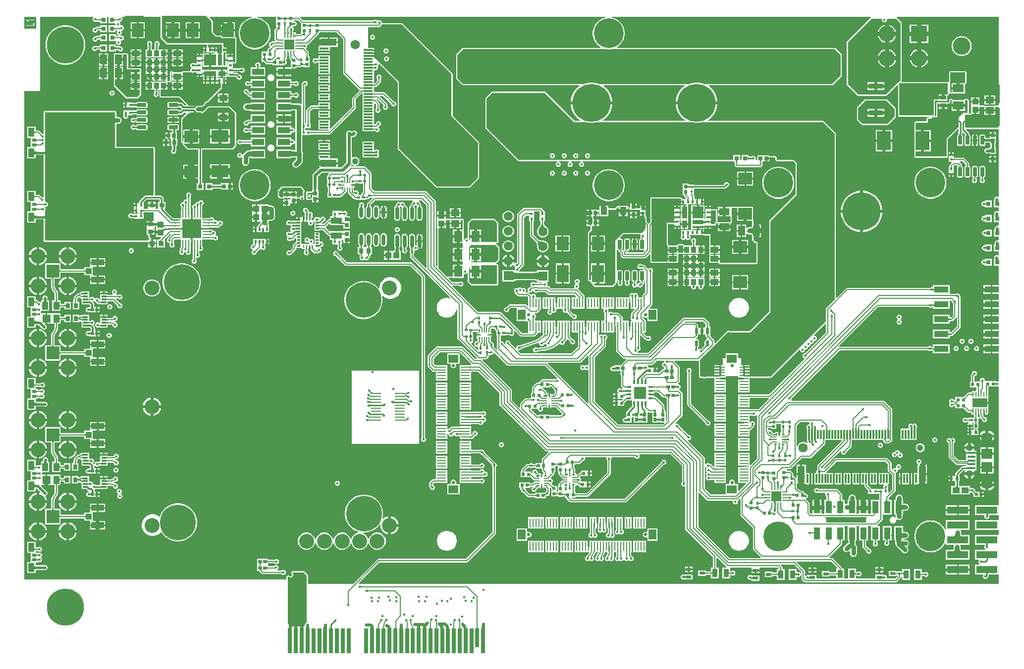
<source format=gtl>
G04*
G04 #@! TF.GenerationSoftware,Altium Limited,Altium Designer,24.4.1 (13)*
G04*
G04 Layer_Physical_Order=1*
G04 Layer_Color=255*
%FSLAX44Y44*%
%MOMM*%
G71*
G04*
G04 #@! TF.SameCoordinates,75237DE2-01F3-4C27-A3DE-89F3B29B8300*
G04*
G04*
G04 #@! TF.FilePolarity,Positive*
G04*
G01*
G75*
%ADD10C,0.5000*%
%ADD12C,0.5080*%
%ADD13C,0.2000*%
%ADD17C,0.4000*%
%ADD18C,0.1524*%
%ADD19C,0.2540*%
%ADD20C,0.3000*%
%ADD24C,0.1270*%
%ADD36R,1.5499X0.2499*%
%ADD37R,1.7000X1.3500*%
%ADD38R,1.3500X1.7000*%
%ADD39R,0.2499X1.5499*%
%ADD40R,1.4500X1.1500*%
%ADD41R,0.9000X0.5000*%
%ADD42R,1.0000X0.7200*%
%ADD43R,0.7112X4.1910*%
%ADD44R,0.7112X3.2004*%
%ADD45R,0.9500X1.4500*%
%ADD46R,0.6500X0.6000*%
%ADD47R,0.5321X1.0383*%
G04:AMPARAMS|DCode=48|XSize=1.0383mm|YSize=0.5321mm|CornerRadius=0.2661mm|HoleSize=0mm|Usage=FLASHONLY|Rotation=270.000|XOffset=0mm|YOffset=0mm|HoleType=Round|Shape=RoundedRectangle|*
%AMROUNDEDRECTD48*
21,1,1.0383,0.0000,0,0,270.0*
21,1,0.5061,0.5321,0,0,270.0*
1,1,0.5321,0.0000,-0.2531*
1,1,0.5321,0.0000,0.2531*
1,1,0.5321,0.0000,0.2531*
1,1,0.5321,0.0000,-0.2531*
%
%ADD48ROUNDEDRECTD48*%
%ADD49R,0.8000X0.9500*%
%ADD50O,0.6000X2.2000*%
%ADD51O,0.6000X1.9000*%
%ADD52R,0.4750X0.3500*%
%ADD53R,0.2500X0.4750*%
%ADD54R,0.3500X0.5000*%
%ADD55R,1.8000X0.2500*%
%ADD56R,1.0000X1.4000*%
%ADD57R,1.4000X1.4000*%
%ADD58R,1.1200X2.1050*%
%ADD59R,0.9000X0.7500*%
%ADD60R,1.0500X1.0000*%
%ADD61R,2.2000X1.0500*%
%ADD62R,0.7000X0.9000*%
%ADD63R,0.9000X0.8000*%
%ADD64R,0.9500X0.9500*%
%ADD65R,0.9000X0.2600*%
%ADD66R,0.2600X0.9000*%
%ADD67R,3.2500X3.2500*%
%ADD68R,0.8500X0.3000*%
%ADD69R,1.4500X1.9000*%
%ADD70R,1.1546X1.7062*%
%ADD71R,1.1000X1.3500*%
%ADD72R,1.9900X2.3300*%
%ADD73R,0.7393X0.6725*%
%ADD74R,1.5000X1.8500*%
%ADD75R,0.9000X1.0000*%
%ADD76C,0.7413*%
%ADD77R,1.4000X1.0000*%
G04:AMPARAMS|DCode=78|XSize=1.55mm|YSize=0.6mm|CornerRadius=0.051mm|HoleSize=0mm|Usage=FLASHONLY|Rotation=90.000|XOffset=0mm|YOffset=0mm|HoleType=Round|Shape=RoundedRectangle|*
%AMROUNDEDRECTD78*
21,1,1.5500,0.4980,0,0,90.0*
21,1,1.4480,0.6000,0,0,90.0*
1,1,0.1020,0.2490,0.7240*
1,1,0.1020,0.2490,-0.7240*
1,1,0.1020,-0.2490,-0.7240*
1,1,0.1020,-0.2490,0.7240*
%
%ADD78ROUNDEDRECTD78*%
%ADD79R,0.6682X0.6725*%
%ADD80R,2.4000X3.3000*%
%ADD81R,0.5000X0.5000*%
%ADD82R,1.3061X1.0582*%
%ADD83R,0.4750X0.5000*%
%ADD84R,2.4400X1.1300*%
%ADD85R,0.2225X0.8397*%
G04:AMPARAMS|DCode=86|XSize=0.8397mm|YSize=0.2225mm|CornerRadius=0.1112mm|HoleSize=0mm|Usage=FLASHONLY|Rotation=90.000|XOffset=0mm|YOffset=0mm|HoleType=Round|Shape=RoundedRectangle|*
%AMROUNDEDRECTD86*
21,1,0.8397,0.0000,0,0,90.0*
21,1,0.6172,0.2225,0,0,90.0*
1,1,0.2225,0.0000,0.3086*
1,1,0.2225,0.0000,-0.3086*
1,1,0.2225,0.0000,-0.3086*
1,1,0.2225,0.0000,0.3086*
%
%ADD86ROUNDEDRECTD86*%
%ADD87R,0.4500X0.4500*%
%ADD88R,0.7200X0.7200*%
%ADD89R,3.6800X1.2700*%
G04:AMPARAMS|DCode=90|XSize=0.3mm|YSize=0.75mm|CornerRadius=0.0495mm|HoleSize=0mm|Usage=FLASHONLY|Rotation=180.000|XOffset=0mm|YOffset=0mm|HoleType=Round|Shape=RoundedRectangle|*
%AMROUNDEDRECTD90*
21,1,0.3000,0.6510,0,0,180.0*
21,1,0.2010,0.7500,0,0,180.0*
1,1,0.0990,-0.1005,0.3255*
1,1,0.0990,0.1005,0.3255*
1,1,0.0990,0.1005,-0.3255*
1,1,0.0990,-0.1005,-0.3255*
%
%ADD90ROUNDEDRECTD90*%
G04:AMPARAMS|DCode=91|XSize=0.3mm|YSize=0.75mm|CornerRadius=0.0495mm|HoleSize=0mm|Usage=FLASHONLY|Rotation=90.000|XOffset=0mm|YOffset=0mm|HoleType=Round|Shape=RoundedRectangle|*
%AMROUNDEDRECTD91*
21,1,0.3000,0.6510,0,0,90.0*
21,1,0.2010,0.7500,0,0,90.0*
1,1,0.0990,0.3255,0.1005*
1,1,0.0990,0.3255,-0.1005*
1,1,0.0990,-0.3255,-0.1005*
1,1,0.0990,-0.3255,0.1005*
%
%ADD91ROUNDEDRECTD91*%
%ADD92R,1.9000X1.1000*%
%ADD93R,0.8890X1.2954*%
%ADD94R,0.8890X2.1082*%
%ADD95R,1.8796X2.1082*%
%ADD96R,1.8796X0.6604*%
%ADD97R,1.8796X0.3556*%
%ADD98R,0.3302X0.5080*%
%ADD99R,0.5080X0.3302*%
%ADD100R,1.9000X1.8000*%
%ADD101R,1.3500X0.4000*%
%ADD102R,5.9182X5.5118*%
%ADD103R,2.4892X0.9398*%
%ADD104R,3.0000X2.0000*%
%ADD105R,2.3300X1.9900*%
%ADD106R,0.3000X1.5500*%
%ADD107R,1.2000X2.7500*%
%ADD108R,0.8128X0.2540*%
%ADD109R,0.2540X0.8128*%
%ADD110R,1.8034X1.8034*%
%ADD111R,0.8000X0.8000*%
%ADD112R,0.8000X0.5000*%
%ADD113R,1.0000X1.5000*%
%ADD114R,0.4500X0.4500*%
%ADD115R,0.5500X0.5500*%
%ADD116R,0.5811X0.5121*%
%ADD117R,0.6000X0.6500*%
G04:AMPARAMS|DCode=118|XSize=1.55mm|YSize=0.6mm|CornerRadius=0.051mm|HoleSize=0mm|Usage=FLASHONLY|Rotation=0.000|XOffset=0mm|YOffset=0mm|HoleType=Round|Shape=RoundedRectangle|*
%AMROUNDEDRECTD118*
21,1,1.5500,0.4980,0,0,0.0*
21,1,1.4480,0.6000,0,0,0.0*
1,1,0.1020,0.7240,-0.2490*
1,1,0.1020,-0.7240,-0.2490*
1,1,0.1020,-0.7240,0.2490*
1,1,0.1020,0.7240,0.2490*
%
%ADD118ROUNDEDRECTD118*%
%ADD119R,0.6800X0.6400*%
%ADD120R,0.7000X0.7000*%
%ADD121R,1.0500X1.1000*%
%ADD122R,0.7000X0.7000*%
%ADD123R,0.6400X0.6800*%
%ADD124R,1.1000X1.0500*%
%ADD125R,0.3700X0.2400*%
%ADD126R,0.4000X1.0800*%
%ADD127R,2.1050X1.1200*%
%ADD128R,0.5000X0.4500*%
%ADD129R,0.4500X0.5000*%
%ADD130R,0.5500X0.5500*%
%ADD131R,1.5500X0.3000*%
%ADD132R,2.7500X1.2000*%
%ADD133R,1.2954X0.8890*%
%ADD134R,2.1082X0.8890*%
%ADD135R,2.1082X1.8796*%
%ADD136R,0.6604X1.8796*%
%ADD137R,0.3556X1.8796*%
%ADD138R,0.7154X0.6725*%
%ADD139R,0.5121X0.5811*%
%ADD140R,1.7062X1.1546*%
%ADD141R,2.0000X3.0000*%
%ADD142R,1.8500X1.5000*%
%ADD143R,1.3500X1.1000*%
%ADD144R,0.6725X0.7393*%
%ADD145R,0.6725X0.7154*%
%ADD146R,1.9000X1.4500*%
%ADD147R,1.9000X1.5750*%
%ADD182R,2.5500X1.6500*%
%ADD191C,0.1800*%
%ADD192R,0.6000X0.2000*%
%ADD193R,0.2000X0.6000*%
%ADD205R,0.6000X0.2000*%
%ADD206R,0.2000X0.6000*%
%ADD218C,2.7500*%
%ADD219R,2.7500X2.7500*%
%ADD220C,2.9972*%
%ADD227C,1.1000*%
%ADD228C,1.6000*%
%ADD233C,0.2067*%
%ADD234C,0.2032*%
G04:AMPARAMS|DCode=235|XSize=2.1mm|YSize=2.1mm|CornerRadius=0.0525mm|HoleSize=0mm|Usage=FLASHONLY|Rotation=90.000|XOffset=0mm|YOffset=0mm|HoleType=Round|Shape=RoundedRectangle|*
%AMROUNDEDRECTD235*
21,1,2.1000,1.9950,0,0,90.0*
21,1,1.9950,2.1000,0,0,90.0*
1,1,0.1050,0.9975,0.9975*
1,1,0.1050,0.9975,-0.9975*
1,1,0.1050,-0.9975,-0.9975*
1,1,0.1050,-0.9975,0.9975*
%
%ADD235ROUNDEDRECTD235*%
%ADD236C,0.7620*%
%ADD237C,0.3810*%
%ADD238C,0.2060*%
%ADD239C,1.0160*%
%ADD240C,1.0000*%
%ADD241C,0.6350*%
%ADD242C,0.8000*%
%ADD243R,2.2500X2.2500*%
%ADD244C,2.5500*%
%ADD245C,0.5502*%
%ADD246C,6.0960*%
%ADD247C,2.5400*%
%ADD248C,1.5500*%
%ADD249R,1.5500X1.5500*%
%ADD250R,1.6000X1.6000*%
%ADD251O,1.9000X1.2000*%
%ADD252O,1.2500X1.0500*%
%ADD253C,6.5000*%
%ADD254C,6.3500*%
%ADD255C,0.4500*%
%ADD256C,5.0800*%
G36*
X462710Y1104339D02*
X462771Y1104166D01*
X462875Y1104014D01*
X463019Y1103882D01*
X463205Y1103770D01*
X463432Y1103679D01*
X463700Y1103607D01*
X464009Y1103557D01*
X464360Y1103526D01*
X464752Y1103516D01*
Y1101484D01*
X464360Y1101474D01*
X464009Y1101443D01*
X463700Y1101393D01*
X463432Y1101321D01*
X463205Y1101230D01*
X463019Y1101118D01*
X462875Y1100986D01*
X462771Y1100834D01*
X462710Y1100661D01*
X462689Y1100468D01*
Y1104532D01*
X462710Y1104339D01*
D02*
G37*
G36*
X457311Y1100093D02*
X457290Y1100286D01*
X457229Y1100459D01*
X457125Y1100611D01*
X456981Y1100743D01*
X456795Y1100855D01*
X456568Y1100946D01*
X456300Y1101018D01*
X455991Y1101068D01*
X455640Y1101099D01*
X455248Y1101109D01*
Y1103141D01*
X455640Y1103151D01*
X455991Y1103182D01*
X456300Y1103232D01*
X456568Y1103304D01*
X456795Y1103395D01*
X456981Y1103507D01*
X457125Y1103639D01*
X457229Y1103791D01*
X457290Y1103964D01*
X457311Y1104157D01*
Y1100093D01*
D02*
G37*
G36*
X452210Y1103964D02*
X452271Y1103791D01*
X452375Y1103639D01*
X452519Y1103507D01*
X452705Y1103395D01*
X452932Y1103304D01*
X453200Y1103232D01*
X453509Y1103182D01*
X453860Y1103151D01*
X454252Y1103141D01*
Y1101109D01*
X453860Y1101099D01*
X453509Y1101068D01*
X453200Y1101018D01*
X452932Y1100946D01*
X452705Y1100855D01*
X452519Y1100743D01*
X452375Y1100611D01*
X452271Y1100459D01*
X452210Y1100286D01*
X452189Y1100093D01*
Y1104157D01*
X452210Y1103964D01*
D02*
G37*
G36*
X447811Y1100093D02*
X447790Y1100286D01*
X447729Y1100459D01*
X447625Y1100611D01*
X447481Y1100743D01*
X447295Y1100855D01*
X447068Y1100946D01*
X446800Y1101018D01*
X446491Y1101068D01*
X446140Y1101099D01*
X445748Y1101109D01*
Y1103141D01*
X446140Y1103151D01*
X446491Y1103182D01*
X446800Y1103232D01*
X447068Y1103304D01*
X447295Y1103395D01*
X447481Y1103507D01*
X447625Y1103639D01*
X447729Y1103791D01*
X447790Y1103964D01*
X447811Y1104157D01*
Y1100093D01*
D02*
G37*
G36*
X442710Y1103964D02*
X442771Y1103791D01*
X442875Y1103639D01*
X443019Y1103507D01*
X443205Y1103395D01*
X443432Y1103304D01*
X443700Y1103232D01*
X444009Y1103182D01*
X444360Y1103151D01*
X444752Y1103141D01*
Y1101109D01*
X444360Y1101099D01*
X444009Y1101068D01*
X443700Y1101018D01*
X443432Y1100946D01*
X443205Y1100855D01*
X443019Y1100743D01*
X442875Y1100611D01*
X442771Y1100459D01*
X442710Y1100286D01*
X442689Y1100093D01*
Y1104157D01*
X442710Y1103964D01*
D02*
G37*
G36*
X167717Y1098984D02*
X165120Y1098984D01*
X164824Y1101016D01*
X165062Y1101023D01*
X165279Y1101043D01*
X165475Y1101076D01*
X165649Y1101123D01*
X165802Y1101183D01*
X165933Y1101257D01*
X166043Y1101344D01*
X166131Y1101445D01*
X166198Y1101559D01*
X166244Y1101686D01*
X167717Y1098984D01*
D02*
G37*
G36*
X158960Y1101839D02*
X159022Y1101666D01*
X159125Y1101514D01*
X159269Y1101382D01*
X159455Y1101270D01*
X159682Y1101179D01*
X159950Y1101107D01*
X160259Y1101057D01*
X160610Y1101026D01*
X161001Y1101016D01*
Y1098984D01*
X160610Y1098974D01*
X160259Y1098943D01*
X159950Y1098893D01*
X159682Y1098821D01*
X159455Y1098730D01*
X159269Y1098618D01*
X159125Y1098486D01*
X159022Y1098334D01*
X158960Y1098161D01*
X158939Y1097968D01*
Y1102032D01*
X158960Y1101839D01*
D02*
G37*
G36*
X136061Y1097968D02*
X136040Y1098161D01*
X135978Y1098334D01*
X135875Y1098486D01*
X135731Y1098618D01*
X135545Y1098730D01*
X135318Y1098821D01*
X135050Y1098893D01*
X134741Y1098943D01*
X134390Y1098974D01*
X133998Y1098984D01*
Y1101016D01*
X134390Y1101026D01*
X134741Y1101057D01*
X135050Y1101107D01*
X135318Y1101179D01*
X135545Y1101270D01*
X135731Y1101382D01*
X135875Y1101514D01*
X135978Y1101666D01*
X136040Y1101839D01*
X136061Y1102032D01*
Y1097968D01*
D02*
G37*
G36*
X1502500Y1094000D02*
Y997000D01*
X1499059Y993559D01*
X1498062D01*
Y992562D01*
X1477500Y972000D01*
X1430000D01*
X1412500Y989500D01*
Y1062000D01*
X1452500Y1102000D01*
X1470085D01*
X1470791Y1100944D01*
X1470750Y1100845D01*
Y1099155D01*
X1471397Y1097593D01*
X1472593Y1096397D01*
X1474155Y1095750D01*
X1475845D01*
X1477407Y1096397D01*
X1478603Y1097593D01*
X1479250Y1099155D01*
Y1100845D01*
X1479209Y1100944D01*
X1479915Y1102000D01*
X1494500D01*
X1502500Y1094000D01*
D02*
G37*
G36*
X603393Y1094425D02*
X603277Y1094531D01*
X603148Y1094626D01*
X603005Y1094710D01*
X602850Y1094783D01*
X602682Y1094844D01*
X602500Y1094895D01*
X602305Y1094934D01*
X602097Y1094962D01*
X601876Y1094978D01*
X601642Y1094984D01*
Y1097016D01*
X601876Y1097022D01*
X602305Y1097066D01*
X602500Y1097105D01*
X602682Y1097156D01*
X602850Y1097217D01*
X603005Y1097290D01*
X603148Y1097374D01*
X603277Y1097469D01*
X603393Y1097575D01*
Y1094425D01*
D02*
G37*
G36*
X613194Y1093080D02*
X613157Y1093017D01*
X613124Y1092931D01*
X613095Y1092822D01*
X613071Y1092690D01*
X613051Y1092536D01*
X613025Y1092159D01*
X613016Y1091690D01*
X610984D01*
X610982Y1091936D01*
X610929Y1092690D01*
X610905Y1092822D01*
X610876Y1092931D01*
X610843Y1093017D01*
X610806Y1093080D01*
X610764Y1093120D01*
X613236D01*
X613194Y1093080D01*
D02*
G37*
G36*
X462710Y1095089D02*
X462771Y1094916D01*
X462875Y1094764D01*
X463019Y1094632D01*
X463205Y1094520D01*
X463432Y1094428D01*
X463700Y1094357D01*
X463710Y1094356D01*
X463838Y1094385D01*
X464011Y1094438D01*
X464171Y1094500D01*
X464319Y1094572D01*
X464455Y1094653D01*
X464578Y1094744D01*
X464525Y1094272D01*
X464752Y1094266D01*
Y1092234D01*
X464360Y1092224D01*
X464296Y1092218D01*
X464228Y1091613D01*
X464124Y1091731D01*
X464005Y1091837D01*
X463872Y1091930D01*
X463724Y1092010D01*
X463562Y1092079D01*
X463515Y1092094D01*
X463432Y1092071D01*
X463205Y1091980D01*
X463019Y1091868D01*
X462875Y1091736D01*
X462771Y1091584D01*
X462710Y1091411D01*
X462689Y1091218D01*
Y1092230D01*
X462534Y1092234D01*
X462689Y1093463D01*
Y1095282D01*
X462710Y1095089D01*
D02*
G37*
G36*
X452220Y1091780D02*
X452086Y1091760D01*
X451966Y1091699D01*
X451861Y1091598D01*
X451769Y1091455D01*
X451692Y1091273D01*
X451629Y1091049D01*
X451579Y1090785D01*
X451544Y1090480D01*
X451523Y1090135D01*
X451516Y1089749D01*
X449484D01*
X449474Y1090139D01*
X449443Y1090488D01*
X449393Y1090797D01*
X449321Y1091065D01*
X449230Y1091291D01*
X449118Y1091477D01*
X448986Y1091622D01*
X448834Y1091726D01*
X448661Y1091789D01*
X448468Y1091811D01*
X452220Y1091780D01*
D02*
G37*
G36*
X460615Y1090790D02*
X460466Y1090732D01*
X460336Y1090635D01*
X460222Y1090500D01*
X460126Y1090328D01*
X460048Y1090117D01*
X459987Y1089868D01*
X459943Y1089581D01*
X459917Y1089256D01*
X459908Y1088892D01*
X457876D01*
X457870Y1089251D01*
X457823Y1089855D01*
X457781Y1090101D01*
X457727Y1090308D01*
X457662Y1090478D01*
X457584Y1090611D01*
X457495Y1090705D01*
X457394Y1090762D01*
X457281Y1090780D01*
X460780Y1090811D01*
X460615Y1090790D01*
D02*
G37*
G36*
X507710Y1092339D02*
X507771Y1092166D01*
X507875Y1092014D01*
X508019Y1091882D01*
X508205Y1091770D01*
X508432Y1091679D01*
X508700Y1091607D01*
X509009Y1091557D01*
X509360Y1091526D01*
X509752Y1091516D01*
Y1089484D01*
X509360Y1089474D01*
X509009Y1089443D01*
X508700Y1089393D01*
X508432Y1089321D01*
X508205Y1089230D01*
X508019Y1089118D01*
X507875Y1088986D01*
X507771Y1088834D01*
X507710Y1088661D01*
X507689Y1088468D01*
Y1092532D01*
X507710Y1092339D01*
D02*
G37*
G36*
X495210Y1091964D02*
X495271Y1091791D01*
X495375Y1091639D01*
X495519Y1091507D01*
X495705Y1091395D01*
X495932Y1091304D01*
X496200Y1091232D01*
X496509Y1091182D01*
X496860Y1091151D01*
X497252Y1091141D01*
Y1089109D01*
X496860Y1089099D01*
X496509Y1089068D01*
X496200Y1089018D01*
X495932Y1088946D01*
X495705Y1088855D01*
X495519Y1088743D01*
X495375Y1088611D01*
X495271Y1088459D01*
X495210Y1088286D01*
X495189Y1088093D01*
Y1092157D01*
X495210Y1091964D01*
D02*
G37*
G36*
X490811Y1088093D02*
X490790Y1088286D01*
X490728Y1088459D01*
X490625Y1088611D01*
X490481Y1088743D01*
X490295Y1088855D01*
X490069Y1088946D01*
X489800Y1089018D01*
X489491Y1089068D01*
X489140Y1089099D01*
X488749Y1089109D01*
Y1091141D01*
X489140Y1091151D01*
X489491Y1091182D01*
X489800Y1091232D01*
X490069Y1091304D01*
X490295Y1091395D01*
X490481Y1091507D01*
X490625Y1091639D01*
X490728Y1091791D01*
X490790Y1091964D01*
X490811Y1092157D01*
Y1088093D01*
D02*
G37*
G36*
X485710Y1091964D02*
X485771Y1091791D01*
X485875Y1091639D01*
X486019Y1091507D01*
X486205Y1091395D01*
X486432Y1091304D01*
X486700Y1091232D01*
X487009Y1091182D01*
X487360Y1091151D01*
X487752Y1091141D01*
Y1089109D01*
X487360Y1089099D01*
X487009Y1089068D01*
X486700Y1089018D01*
X486432Y1088946D01*
X486205Y1088855D01*
X486019Y1088743D01*
X485875Y1088611D01*
X485771Y1088459D01*
X485710Y1088286D01*
X485689Y1088093D01*
Y1092157D01*
X485710Y1091964D01*
D02*
G37*
G36*
X441839Y1090790D02*
X441666Y1090729D01*
X441514Y1090625D01*
X441382Y1090481D01*
X441270Y1090295D01*
X441179Y1090069D01*
X441107Y1089800D01*
X441057Y1089491D01*
X441026Y1089140D01*
X441025Y1089092D01*
X441066Y1088695D01*
X441105Y1088500D01*
X441156Y1088318D01*
X441217Y1088150D01*
X441290Y1087995D01*
X441374Y1087852D01*
X441469Y1087723D01*
X441575Y1087607D01*
X438425Y1087607D01*
X438531Y1087723D01*
X438626Y1087852D01*
X438710Y1087995D01*
X438783Y1088150D01*
X438844Y1088318D01*
X438895Y1088500D01*
X438934Y1088695D01*
X438962Y1088903D01*
X438975Y1089083D01*
X438974Y1089140D01*
X438943Y1089491D01*
X438893Y1089800D01*
X438821Y1090069D01*
X438730Y1090295D01*
X438618Y1090481D01*
X438486Y1090625D01*
X438334Y1090729D01*
X438161Y1090790D01*
X437968Y1090811D01*
X442032D01*
X441839Y1090790D01*
D02*
G37*
G36*
X735000Y1007000D02*
Y935000D01*
X780000Y890000D01*
Y830000D01*
X765000Y815000D01*
X710000D01*
X645000Y880000D01*
Y994000D01*
X605000Y1034000D01*
X602500D01*
Y1034500D01*
Y1036501D01*
X592750D01*
Y1039500D01*
X602500D01*
Y1041500D01*
X592750D01*
Y1044500D01*
X602500D01*
Y1046500D01*
X592750D01*
Y1049500D01*
X602500D01*
Y1051500D01*
X592750D01*
Y1087425D01*
X610810D01*
X610810Y1087425D01*
X611987Y1087659D01*
X612984Y1088326D01*
X614174Y1089516D01*
X614174Y1089516D01*
X614841Y1090514D01*
X615075Y1091690D01*
Y1092000D01*
X650000D01*
X735000Y1007000D01*
D02*
G37*
G36*
X169715Y1083891D02*
X169655Y1083909D01*
X169573Y1083925D01*
X169470Y1083939D01*
X169032Y1083969D01*
X168151Y1083984D01*
X166900Y1086016D01*
X167138Y1086023D01*
X167355Y1086043D01*
X167552Y1086077D01*
X167728Y1086125D01*
X167885Y1086186D01*
X168020Y1086261D01*
X168136Y1086350D01*
X168231Y1086452D01*
X168306Y1086567D01*
X168361Y1086697D01*
X169715Y1083891D01*
D02*
G37*
G36*
X158960Y1086839D02*
X159022Y1086666D01*
X159125Y1086514D01*
X159269Y1086382D01*
X159455Y1086270D01*
X159682Y1086179D01*
X159950Y1086107D01*
X160259Y1086057D01*
X160610Y1086026D01*
X161001Y1086016D01*
Y1083984D01*
X160610Y1083974D01*
X160259Y1083943D01*
X159950Y1083893D01*
X159682Y1083821D01*
X159455Y1083730D01*
X159269Y1083618D01*
X159125Y1083486D01*
X159022Y1083334D01*
X158960Y1083161D01*
X158939Y1082968D01*
Y1087032D01*
X158960Y1086839D01*
D02*
G37*
G36*
X439977Y1083750D02*
X439820Y1083743D01*
X439662Y1083719D01*
X439502Y1083678D01*
X439341Y1083619D01*
X439178Y1083543D01*
X439014Y1083450D01*
X438848Y1083341D01*
X438682Y1083213D01*
X438514Y1083069D01*
X438344Y1082907D01*
X436907Y1084344D01*
X437069Y1084514D01*
X437341Y1084848D01*
X437450Y1085014D01*
X437543Y1085178D01*
X437619Y1085340D01*
X437678Y1085502D01*
X437719Y1085662D01*
X437743Y1085820D01*
X437750Y1085977D01*
X439977Y1083750D01*
D02*
G37*
G36*
X462178Y1082083D02*
X462101Y1082023D01*
X462032Y1081941D01*
X461970Y1081839D01*
X461917Y1081715D01*
X461872Y1081571D01*
X461835Y1081406D01*
X461807Y1081220D01*
X461786Y1081013D01*
X461770Y1080536D01*
X459230Y1081261D01*
X459229Y1081516D01*
X459151Y1082661D01*
X459131Y1082734D01*
X459107Y1082783D01*
X462178Y1082083D01*
D02*
G37*
G36*
X507710Y1083339D02*
X507771Y1083166D01*
X507875Y1083014D01*
X508019Y1082882D01*
X508205Y1082770D01*
X508432Y1082679D01*
X508700Y1082607D01*
X509009Y1082557D01*
X509360Y1082526D01*
X509752Y1082516D01*
Y1080484D01*
X509360Y1080474D01*
X509009Y1080443D01*
X508700Y1080393D01*
X508432Y1080321D01*
X508205Y1080230D01*
X508019Y1080118D01*
X507875Y1079986D01*
X507771Y1079834D01*
X507710Y1079661D01*
X507689Y1079468D01*
Y1083532D01*
X507710Y1083339D01*
D02*
G37*
G36*
X494839Y1079790D02*
X494666Y1079728D01*
X494514Y1079625D01*
X494382Y1079481D01*
X494270Y1079295D01*
X494179Y1079069D01*
X494107Y1078800D01*
X494057Y1078491D01*
X494026Y1078140D01*
X494016Y1077748D01*
X491984D01*
X491974Y1078140D01*
X491943Y1078491D01*
X491893Y1078800D01*
X491821Y1079069D01*
X491730Y1079295D01*
X491618Y1079481D01*
X491486Y1079625D01*
X491334Y1079728D01*
X491161Y1079790D01*
X490968Y1079811D01*
X495032D01*
X494839Y1079790D01*
D02*
G37*
G36*
X506635Y1078793D02*
X506505Y1078738D01*
X506391Y1078648D01*
X506291Y1078521D01*
X506207Y1078358D01*
X506138Y1078159D01*
X506085Y1077924D01*
X506047Y1077652D01*
X506024Y1077344D01*
X506016Y1077000D01*
X503984D01*
X503976Y1077344D01*
X503915Y1077924D01*
X503862Y1078159D01*
X503793Y1078358D01*
X503709Y1078521D01*
X503609Y1078648D01*
X503495Y1078738D01*
X503365Y1078793D01*
X503219Y1078811D01*
X506781D01*
X506635Y1078793D01*
D02*
G37*
G36*
X484839Y1078790D02*
X484666Y1078728D01*
X484514Y1078625D01*
X484382Y1078481D01*
X484270Y1078295D01*
X484179Y1078068D01*
X484107Y1077800D01*
X484079Y1077630D01*
X484105Y1077500D01*
X484156Y1077318D01*
X484217Y1077150D01*
X484290Y1076994D01*
X484374Y1076852D01*
X484469Y1076723D01*
X484575Y1076607D01*
X481425D01*
X481531Y1076723D01*
X481626Y1076852D01*
X481710Y1076994D01*
X481783Y1077150D01*
X481844Y1077318D01*
X481895Y1077500D01*
X481921Y1077630D01*
X481893Y1077800D01*
X481821Y1078068D01*
X481730Y1078295D01*
X481618Y1078481D01*
X481486Y1078625D01*
X481334Y1078728D01*
X481161Y1078790D01*
X480968Y1078811D01*
X485032D01*
X484839Y1078790D01*
D02*
G37*
G36*
X456518Y1078157D02*
X456596Y1076837D01*
X456626Y1076694D01*
X456659Y1076593D01*
X456697Y1076532D01*
X456740Y1076512D01*
X454260D01*
X454303Y1076532D01*
X454341Y1076593D01*
X454375Y1076694D01*
X454403Y1076837D01*
X454428Y1077020D01*
X454464Y1077507D01*
X454484Y1078543D01*
X456516D01*
X456518Y1078157D01*
D02*
G37*
G36*
X451518D02*
X451596Y1076837D01*
X451626Y1076694D01*
X451659Y1076593D01*
X451697Y1076532D01*
X451740Y1076512D01*
X449260D01*
X449303Y1076532D01*
X449341Y1076593D01*
X449375Y1076694D01*
X449403Y1076837D01*
X449428Y1077020D01*
X449464Y1077507D01*
X449484Y1078543D01*
X451516D01*
X451518Y1078157D01*
D02*
G37*
G36*
X477826Y1093826D02*
X477826Y1093826D01*
X478250Y1093542D01*
Y1085750D01*
Y1077530D01*
X477860Y1077452D01*
X476863Y1076786D01*
X476863Y1076786D01*
X475630Y1075553D01*
X468770D01*
Y1078542D01*
X463834D01*
Y1080824D01*
X464603Y1081593D01*
X465250Y1083155D01*
Y1084845D01*
X464603Y1086407D01*
X463933Y1087078D01*
X464187Y1088478D01*
X464750Y1088750D01*
X465958Y1088750D01*
X466845D01*
X468407Y1089397D01*
X469603Y1090593D01*
X470250Y1092155D01*
Y1093845D01*
X469603Y1095407D01*
X468407Y1096603D01*
X466845Y1097250D01*
X465592D01*
X464977Y1098447D01*
X465430Y1099425D01*
X472226D01*
X477826Y1093826D01*
D02*
G37*
G36*
X481689Y1073171D02*
X481565Y1073252D01*
X481428Y1073324D01*
X481279Y1073387D01*
X481118Y1073443D01*
X480944Y1073489D01*
X480758Y1073527D01*
X480560Y1073557D01*
X480127Y1073591D01*
X479892Y1073595D01*
X479489Y1075627D01*
X479724Y1075634D01*
X479943Y1075653D01*
X480147Y1075685D01*
X480336Y1075731D01*
X480509Y1075789D01*
X480667Y1075860D01*
X480810Y1075944D01*
X480937Y1076041D01*
X481049Y1076151D01*
X481145Y1076274D01*
X481689Y1073171D01*
D02*
G37*
G36*
X208437Y1105000D02*
X237961D01*
Y1069092D01*
X238116Y1068312D01*
X238558Y1067650D01*
X238558Y1067650D01*
X247708Y1058500D01*
X248370Y1058058D01*
X249150Y1057903D01*
X316961D01*
Y1052956D01*
X315916D01*
Y1048416D01*
Y1043876D01*
X318067D01*
X318067Y1043876D01*
X318765D01*
Y1043876D01*
X319337Y1043876D01*
X323993D01*
X324036Y1043867D01*
X324080Y1043876D01*
X326067D01*
Y1043876D01*
X326765D01*
Y1043876D01*
X328752D01*
X328796Y1043867D01*
X328839Y1043876D01*
X330632D01*
X330695Y1043768D01*
X329963Y1042498D01*
X323916D01*
Y1031100D01*
Y1019702D01*
X350697D01*
X350894Y1019663D01*
X351060D01*
X351291Y1019433D01*
X351638D01*
Y1019089D01*
X352292Y1018439D01*
X352292Y1017079D01*
X352292Y1010000D01*
X352292Y1009079D01*
Y1002349D01*
X359298D01*
X359342Y1002340D01*
X359370Y1002346D01*
X359399Y1002341D01*
X359434Y1002349D01*
X361372D01*
Y1002666D01*
X366357D01*
X367750Y1001273D01*
Y1001155D01*
X368397Y999593D01*
X369593Y998397D01*
X371155Y997750D01*
X372845D01*
X374407Y998397D01*
X375603Y999593D01*
X376250Y1001155D01*
Y1002845D01*
X375603Y1004407D01*
X374407Y1005603D01*
X372845Y1006250D01*
X372209D01*
X372173Y1006280D01*
X370096Y1008357D01*
X369014Y1009080D01*
X367738Y1009334D01*
X363335D01*
X362950Y1010000D01*
X363335Y1010666D01*
X374319D01*
X374324Y1010665D01*
X374593Y1010397D01*
X376155Y1009750D01*
X377845D01*
X379407Y1010397D01*
X380603Y1011593D01*
X381250Y1013155D01*
Y1014845D01*
X380603Y1016407D01*
X379407Y1017603D01*
X377845Y1018250D01*
X376155D01*
X374593Y1017603D01*
X374328Y1017338D01*
X374270Y1017334D01*
X361988D01*
X361372Y1018349D01*
X361372Y1018921D01*
Y1025514D01*
X365175D01*
X365955Y1025669D01*
X366617Y1026111D01*
X367059Y1026772D01*
X367214Y1027553D01*
Y1067132D01*
X367194Y1067235D01*
X367204Y1067340D01*
X367079Y1068558D01*
X366992Y1068841D01*
X366934Y1069130D01*
X366875Y1069218D01*
X366844Y1069319D01*
X366656Y1069546D01*
X366492Y1069792D01*
X366404Y1069850D01*
X366337Y1069932D01*
X366076Y1070070D01*
X365830Y1070234D01*
X365727Y1070255D01*
X365634Y1070304D01*
X365340Y1070332D01*
X365050Y1070389D01*
Y1080500D01*
X353100D01*
X343211D01*
Y1080165D01*
Y1071000D01*
X343161Y1071475D01*
X343010Y1071900D01*
X342758Y1072275D01*
X342406Y1072600D01*
X341953Y1072875D01*
X341400Y1073100D01*
X341150Y1073167D01*
Y1073070D01*
X341112Y1073039D01*
X332932D01*
X327039Y1078932D01*
Y1097500D01*
X327039Y1097500D01*
X326884Y1098280D01*
X326442Y1098942D01*
X321557Y1103827D01*
X322043Y1105000D01*
X393188D01*
X393288Y1103730D01*
X392159Y1103551D01*
X388057Y1102218D01*
X384214Y1100260D01*
X380725Y1097725D01*
X377676Y1094676D01*
X375140Y1091187D01*
X373182Y1087344D01*
X371850Y1083242D01*
X371175Y1078982D01*
Y1074669D01*
X371850Y1070410D01*
X373182Y1066308D01*
X375140Y1062465D01*
X377676Y1058976D01*
X380725Y1055926D01*
X384214Y1053391D01*
X388057Y1051433D01*
X392159Y1050100D01*
X396419Y1049426D01*
X400732D01*
X404991Y1050100D01*
X409093Y1051433D01*
X412936Y1053391D01*
X416425Y1055926D01*
X419475Y1058976D01*
X422010Y1062465D01*
X423968Y1066308D01*
X425300Y1070410D01*
X425975Y1074669D01*
Y1078982D01*
X425300Y1083242D01*
X423968Y1087344D01*
X422010Y1091187D01*
X419475Y1094676D01*
X416425Y1097725D01*
X412936Y1100260D01*
X409093Y1102218D01*
X404991Y1103551D01*
X403862Y1103730D01*
X403962Y1105000D01*
X435250D01*
Y1097750D01*
Y1088750D01*
X435250D01*
X436013Y1087480D01*
X435750Y1086845D01*
Y1086219D01*
X435728Y1086130D01*
X435727Y1086128D01*
X435727Y1086124D01*
X435720Y1086096D01*
X435712Y1086082D01*
X435696Y1086058D01*
X435639Y1085988D01*
X433326Y1083674D01*
X432659Y1082677D01*
X432425Y1081500D01*
X432425Y1081500D01*
Y1067500D01*
X432425Y1067500D01*
X432659Y1066323D01*
X433326Y1065326D01*
X433903Y1064748D01*
X433417Y1063575D01*
X429500D01*
X429500Y1063575D01*
X428323Y1063341D01*
X427326Y1062674D01*
X426950Y1062299D01*
X426928Y1062281D01*
X426883Y1062250D01*
X426155D01*
X424593Y1061603D01*
X423397Y1060407D01*
X422750Y1058845D01*
Y1057155D01*
X423397Y1055593D01*
X424593Y1054397D01*
X424705Y1054351D01*
X424958Y1053030D01*
X424250Y1052250D01*
X424155D01*
X422593Y1051603D01*
X421397Y1050407D01*
X420750Y1048845D01*
Y1047155D01*
X420894Y1046806D01*
X420189Y1045750D01*
X410750D01*
Y1037520D01*
X410750Y1036250D01*
X410750D01*
Y1036250D01*
X410750D01*
Y1027750D01*
X414440D01*
X414605Y1027641D01*
X415710Y1026708D01*
X417593Y1024826D01*
X418590Y1024159D01*
X419767Y1023925D01*
X419767Y1023925D01*
X428750D01*
Y1022250D01*
X447250D01*
Y1022250D01*
X448058Y1022790D01*
X448155Y1022750D01*
X449845D01*
X451407Y1023397D01*
X452603Y1024593D01*
X453250Y1026155D01*
Y1027845D01*
X452603Y1029407D01*
X452160Y1029850D01*
X452113Y1029928D01*
X452112Y1029931D01*
X452109Y1029934D01*
X452094Y1029959D01*
X452090Y1029974D01*
X452085Y1030002D01*
X452075Y1030093D01*
Y1031672D01*
X452674Y1032271D01*
X452674Y1032271D01*
X453341Y1033269D01*
X453575Y1034446D01*
Y1037458D01*
X454000D01*
Y1043522D01*
X457000D01*
Y1037458D01*
X457425D01*
Y1035000D01*
X457425Y1035000D01*
X457659Y1033823D01*
X458326Y1032826D01*
X459753Y1031398D01*
X460054Y1031075D01*
X460250Y1030831D01*
Y1018476D01*
X450000D01*
Y1012376D01*
X458995D01*
Y1016445D01*
X459071Y1016111D01*
X459299Y1015812D01*
X459680Y1015548D01*
X460214Y1015319D01*
X460900Y1015126D01*
X461025Y1015102D01*
Y1016750D01*
X469750D01*
Y1018425D01*
X475500D01*
X475500Y1018425D01*
X476677Y1018659D01*
X477674Y1019326D01*
X478099Y1019750D01*
X482250D01*
X483250Y1019098D01*
Y1018750D01*
X492750D01*
Y1027750D01*
Y1037250D01*
X491075D01*
Y1044000D01*
X490841Y1045177D01*
X490174Y1046174D01*
X490174Y1046174D01*
X486166Y1050183D01*
X486407Y1051397D01*
X487603Y1052593D01*
X488250Y1054155D01*
Y1055845D01*
X488122Y1056155D01*
X488248Y1056580D01*
X488935Y1057511D01*
X489677Y1057659D01*
X490674Y1058326D01*
X507174Y1074826D01*
X507841Y1075823D01*
X508025Y1076750D01*
X509750D01*
Y1078425D01*
X538226D01*
X549925Y1066726D01*
Y1009000D01*
X549925Y1009000D01*
X550159Y1007823D01*
X550826Y1006826D01*
X568826Y988826D01*
X576826Y980826D01*
X577338Y980483D01*
X577649Y978997D01*
X565826Y967174D01*
X565159Y966177D01*
X564925Y965000D01*
X564925Y965000D01*
Y950274D01*
X528173Y913522D01*
X527000Y914008D01*
Y922000D01*
Y929001D01*
X517250D01*
X507500D01*
Y922000D01*
Y912000D01*
X524618D01*
X525148Y910795D01*
X524570Y910075D01*
X494250D01*
Y911250D01*
X485075D01*
Y914750D01*
X494250D01*
Y923250D01*
X493075D01*
Y943102D01*
X497398Y947425D01*
X507500D01*
Y947000D01*
X509487D01*
X509530Y946991D01*
X509574Y947000D01*
X517250D01*
X527000D01*
Y952000D01*
Y959000D01*
X517250D01*
X507500D01*
Y953575D01*
X496124D01*
X496124Y953575D01*
X494947Y953341D01*
X493950Y952674D01*
X493950Y952674D01*
X487826Y946550D01*
X487159Y945553D01*
X486925Y944376D01*
X486925Y944376D01*
Y923250D01*
X485075D01*
Y986750D01*
X485845D01*
X487407Y987397D01*
X488603Y988593D01*
X489250Y990155D01*
Y991845D01*
X488603Y993407D01*
X487407Y994603D01*
X485845Y995250D01*
X484155D01*
X482593Y994603D01*
X481843Y993853D01*
X481016Y993301D01*
X481016Y993301D01*
X479826Y992110D01*
X479570Y991728D01*
X479498Y991643D01*
X479484Y991599D01*
X479159Y991113D01*
X478925Y989936D01*
X478925Y989936D01*
Y956199D01*
X477655Y955546D01*
X476267Y956473D01*
X474000Y956924D01*
X473377Y956800D01*
X464238D01*
X462913Y956876D01*
X462053Y956983D01*
X461367Y957113D01*
X461025Y957209D01*
Y958476D01*
X459038D01*
X458995Y958485D01*
X458951Y958476D01*
X435975D01*
Y943276D01*
X458951D01*
X458995Y943267D01*
X459038Y943276D01*
X461025D01*
Y944543D01*
X461367Y944639D01*
X462006Y944760D01*
X464504Y944952D01*
X468076D01*
Y913169D01*
X466806Y912917D01*
X466603Y913407D01*
X465407Y914603D01*
X463845Y915250D01*
X462155D01*
X462081Y915219D01*
X461025Y915925D01*
Y918476D01*
X435975D01*
Y903276D01*
X461025D01*
Y906075D01*
X462081Y906780D01*
X462155Y906750D01*
X463845D01*
X465407Y907397D01*
X466603Y908593D01*
X466806Y909083D01*
X468076Y908830D01*
Y893169D01*
X466806Y892917D01*
X466603Y893407D01*
X465407Y894603D01*
X463845Y895250D01*
X462155D01*
X462081Y895219D01*
X461025Y895925D01*
Y898476D01*
X435975D01*
Y883276D01*
X461025D01*
Y886075D01*
X462081Y886780D01*
X462155Y886750D01*
X463845D01*
X465407Y887397D01*
X466603Y888593D01*
X466806Y889083D01*
X468076Y888830D01*
Y876993D01*
X464247D01*
X463072Y877051D01*
X462143Y877149D01*
X461395Y877269D01*
X461025Y877358D01*
Y878476D01*
X459038D01*
X458995Y878485D01*
X458951Y878476D01*
X435975D01*
Y863276D01*
X458951D01*
X458995Y863267D01*
X459038Y863276D01*
X461025D01*
Y864394D01*
X461395Y864482D01*
X462103Y864596D01*
X464583Y864758D01*
X469076D01*
Y861454D01*
X464811Y857189D01*
X463527Y855267D01*
X463076Y853000D01*
X463527Y850733D01*
X464811Y848811D01*
X466733Y847527D01*
X469000Y847076D01*
X471267Y847527D01*
X473189Y848811D01*
X479189Y854811D01*
X480473Y856733D01*
X480924Y859000D01*
Y870026D01*
X481118Y871000D01*
X480652Y873341D01*
X479924Y874431D01*
Y902750D01*
X494250D01*
Y903925D01*
X526000D01*
X526000Y903925D01*
X527177Y904159D01*
X528174Y904826D01*
X570174Y946825D01*
X570174Y946826D01*
X570841Y947823D01*
X571075Y949000D01*
Y963726D01*
X581730Y974381D01*
X583000Y973855D01*
Y969500D01*
Y959500D01*
Y949500D01*
Y939500D01*
Y929500D01*
Y919500D01*
Y909500D01*
X600426D01*
X600470Y909491D01*
X600513Y909500D01*
X602500D01*
Y909925D01*
X604259D01*
X604397Y909593D01*
X605593Y908397D01*
X607155Y907750D01*
X608845D01*
X610407Y908397D01*
X611603Y909593D01*
X612250Y911155D01*
Y912845D01*
X611603Y914407D01*
X610407Y915603D01*
X610295Y915649D01*
X610042Y916970D01*
X610750Y917750D01*
X610845D01*
X612407Y918397D01*
X613603Y919593D01*
X614250Y921155D01*
Y922845D01*
X613603Y924407D01*
X612407Y925603D01*
X610845Y926250D01*
X609155D01*
X607593Y925603D01*
X606397Y924407D01*
X605750Y922845D01*
Y922219D01*
X605728Y922131D01*
X605727Y922128D01*
X605727Y922124D01*
X605720Y922096D01*
X605712Y922082D01*
X605696Y922058D01*
X605639Y921988D01*
X604726Y921075D01*
X602500D01*
Y934500D01*
Y944500D01*
Y957046D01*
X603673Y957532D01*
X605925Y955281D01*
Y948058D01*
X605922Y948032D01*
X605910Y947973D01*
X605906Y947959D01*
X605890Y947934D01*
X605888Y947931D01*
X605887Y947928D01*
X605840Y947850D01*
X605397Y947407D01*
X604750Y945845D01*
Y944155D01*
X605397Y942593D01*
X606593Y941397D01*
X608155Y940750D01*
X609845D01*
X611407Y941397D01*
X612603Y942593D01*
X613250Y944155D01*
Y945845D01*
X612603Y947407D01*
X612160Y947850D01*
X612113Y947928D01*
X612112Y947931D01*
X612109Y947934D01*
X612094Y947959D01*
X612090Y947973D01*
X612085Y948002D01*
X612075Y948093D01*
Y956554D01*
X611841Y957731D01*
X611174Y958729D01*
X611174Y958729D01*
X606368Y963535D01*
X606839Y964737D01*
X607811Y964840D01*
X618621Y954030D01*
X618586Y952597D01*
X618397Y952407D01*
X617750Y950845D01*
Y949155D01*
X618397Y947593D01*
X619593Y946397D01*
X621155Y945750D01*
X622845D01*
X624407Y946397D01*
X625603Y947593D01*
X626250Y949155D01*
Y950845D01*
X625603Y952407D01*
X625160Y952850D01*
X625113Y952928D01*
X625112Y952931D01*
X625109Y952934D01*
X625094Y952959D01*
X625090Y952974D01*
X625084Y953002D01*
X625075Y953093D01*
Y955000D01*
X625075Y955000D01*
X624841Y956177D01*
X624174Y957174D01*
X624174Y957175D01*
X612597Y968752D01*
X613083Y969925D01*
X617726D01*
X631664Y955987D01*
X631679Y955967D01*
X631712Y955918D01*
X631720Y955904D01*
X631727Y955876D01*
X631727Y955872D01*
X631728Y955870D01*
X631750Y955781D01*
Y955155D01*
X632397Y953593D01*
X633593Y952397D01*
X635155Y951750D01*
X636845D01*
X638407Y952397D01*
X639603Y953593D01*
X640250Y955155D01*
Y956845D01*
X639603Y958407D01*
X638407Y959603D01*
X636845Y960250D01*
X636219D01*
X636130Y960272D01*
X636128Y960273D01*
X636124Y960273D01*
X636096Y960280D01*
X636082Y960288D01*
X636058Y960304D01*
X635988Y960361D01*
X621174Y975174D01*
X620177Y975841D01*
X619000Y976075D01*
X619000Y976075D01*
X602500D01*
Y984925D01*
X605000D01*
X605000Y984925D01*
X606177Y985159D01*
X607174Y985826D01*
X613174Y991826D01*
X613841Y992823D01*
X614075Y994000D01*
X614075Y994000D01*
Y998942D01*
X614078Y998968D01*
X614090Y999026D01*
X614094Y999041D01*
X614110Y999066D01*
X614112Y999069D01*
X614113Y999072D01*
X614160Y999150D01*
X614603Y999593D01*
X615250Y1001155D01*
Y1002845D01*
X614603Y1004407D01*
X613407Y1005603D01*
X611845Y1006250D01*
X610155D01*
X608593Y1005603D01*
X607397Y1004407D01*
X606750Y1002845D01*
Y1001155D01*
X607397Y999593D01*
X607840Y999150D01*
X607887Y999072D01*
X607888Y999069D01*
X607891Y999066D01*
X607906Y999041D01*
X607910Y999026D01*
X607915Y998998D01*
X607925Y998907D01*
Y995274D01*
X603770Y991119D01*
X602500Y991181D01*
Y1004500D01*
Y1013061D01*
X603770Y1013909D01*
X604155Y1013750D01*
X605845D01*
X607407Y1014397D01*
X608603Y1015593D01*
X609250Y1017155D01*
Y1018845D01*
X608603Y1020407D01*
X608510Y1020500D01*
X609603Y1021593D01*
X610250Y1023155D01*
Y1024070D01*
X611520Y1024596D01*
X642961Y993155D01*
Y880000D01*
X643116Y879220D01*
X643558Y878558D01*
X643558Y878558D01*
X708558Y813558D01*
X709220Y813116D01*
X710000Y812961D01*
X765000D01*
X765780Y813116D01*
X766442Y813558D01*
X766442Y813558D01*
X781442Y828558D01*
X781884Y829220D01*
X782039Y830000D01*
Y890000D01*
X782039Y890000D01*
X781884Y890780D01*
X781442Y891442D01*
X781442Y891442D01*
X737039Y935845D01*
Y1007000D01*
X737039Y1007000D01*
X736884Y1007780D01*
X736442Y1008442D01*
X651442Y1093442D01*
X650780Y1093884D01*
X650000Y1094039D01*
X616327D01*
X616250Y1094155D01*
Y1095845D01*
X615603Y1097407D01*
X614407Y1098603D01*
X612845Y1099250D01*
X611155D01*
X609852Y1098710D01*
X608603Y1098407D01*
X607407Y1099603D01*
X605845Y1100250D01*
X604155D01*
X602593Y1099603D01*
X602150Y1099160D01*
X602072Y1099113D01*
X602069Y1099112D01*
X602066Y1099109D01*
X602041Y1099094D01*
X602026Y1099090D01*
X601998Y1099084D01*
X601907Y1099075D01*
X481274D01*
X476619Y1103730D01*
X477145Y1105000D01*
X998188D01*
X998288Y1103730D01*
X997159Y1103551D01*
X993057Y1102218D01*
X989214Y1100260D01*
X985725Y1097725D01*
X982676Y1094676D01*
X980141Y1091187D01*
X978183Y1087344D01*
X976850Y1083242D01*
X976175Y1078982D01*
Y1074669D01*
X976850Y1070410D01*
X978183Y1066308D01*
X980141Y1062465D01*
X982676Y1058976D01*
X985725Y1055926D01*
X989214Y1053391D01*
X989444Y1053274D01*
X989148Y1052039D01*
X755000D01*
X755000Y1052039D01*
X754220Y1051884D01*
X753558Y1051442D01*
X743558Y1041442D01*
X743116Y1040780D01*
X742961Y1040000D01*
Y1000000D01*
X742961Y1000000D01*
X743116Y999220D01*
X743558Y998558D01*
X753558Y988558D01*
X753558Y988558D01*
X754220Y988116D01*
X755000Y987961D01*
X953036D01*
X953429Y986753D01*
X951123Y985078D01*
X947172Y981127D01*
X943888Y976606D01*
X941351Y971627D01*
X939624Y966313D01*
X938750Y960794D01*
Y960500D01*
X1009750D01*
Y960794D01*
X1008876Y966313D01*
X1007149Y971627D01*
X1004612Y976606D01*
X1001328Y981127D01*
X997377Y985078D01*
X995071Y986753D01*
X995464Y987961D01*
X1132786D01*
X1133179Y986753D01*
X1130873Y985078D01*
X1126922Y981127D01*
X1123638Y976606D01*
X1121101Y971627D01*
X1119374Y966313D01*
X1118500Y960794D01*
Y960500D01*
X1189500D01*
Y960794D01*
X1188626Y966313D01*
X1186899Y971627D01*
X1184362Y976606D01*
X1181078Y981127D01*
X1177127Y985078D01*
X1174821Y986753D01*
X1175214Y987961D01*
X1384436D01*
X1384906Y987867D01*
X1385687Y988023D01*
X1386348Y988465D01*
X1386349Y988465D01*
X1401442Y1003558D01*
X1401884Y1004220D01*
X1402039Y1005000D01*
Y1040000D01*
X1401884Y1040780D01*
X1401442Y1041442D01*
X1401442Y1041442D01*
X1391442Y1051442D01*
X1390780Y1051884D01*
X1390000Y1052039D01*
X1018002D01*
X1017706Y1053274D01*
X1017936Y1053391D01*
X1021425Y1055926D01*
X1024475Y1058976D01*
X1027010Y1062465D01*
X1028968Y1066308D01*
X1030300Y1070410D01*
X1030975Y1074669D01*
Y1078982D01*
X1030300Y1083242D01*
X1028968Y1087344D01*
X1027010Y1091187D01*
X1024475Y1094676D01*
X1021425Y1097725D01*
X1017936Y1100260D01*
X1014093Y1102218D01*
X1009991Y1103551D01*
X1008862Y1103730D01*
X1008962Y1105000D01*
X1451278D01*
X1451336Y1104853D01*
X1451489Y1103730D01*
X1451058Y1103442D01*
X1451058Y1103442D01*
X1411058Y1063442D01*
X1410616Y1062780D01*
X1410461Y1062000D01*
Y989500D01*
X1410461Y989500D01*
X1410616Y988720D01*
X1411058Y988058D01*
X1411058Y988058D01*
X1428558Y970558D01*
X1429220Y970116D01*
X1430000Y969961D01*
X1477500D01*
X1478280Y970116D01*
X1478942Y970558D01*
X1496850Y988466D01*
X1498023Y987980D01*
Y936441D01*
X1498062Y936244D01*
Y934441D01*
X1499865D01*
X1500062Y934402D01*
X1551682D01*
X1552500Y933132D01*
X1552458Y933039D01*
X1549000D01*
X1548220Y932884D01*
X1547558Y932442D01*
X1547116Y931780D01*
X1546961Y931000D01*
Y926139D01*
X1528377D01*
X1527596Y925984D01*
X1526935Y925542D01*
X1526493Y924880D01*
X1526338Y924100D01*
Y911500D01*
X1526000D01*
Y874500D01*
X1526338D01*
Y866000D01*
X1526493Y865220D01*
X1526935Y864558D01*
X1527596Y864116D01*
X1528377Y863961D01*
X1581000D01*
X1581780Y864116D01*
X1582442Y864558D01*
X1582884Y865220D01*
X1583039Y866000D01*
Y895655D01*
X1600493Y913109D01*
X1601666Y912623D01*
Y909381D01*
X1601642Y909358D01*
X1600920Y908276D01*
X1600666Y907000D01*
Y903754D01*
X1600656Y903639D01*
X1600481Y903604D01*
X1599650Y903050D01*
X1599096Y902219D01*
X1598901Y901240D01*
Y886760D01*
X1599096Y885781D01*
X1599650Y884950D01*
X1600481Y884396D01*
X1601460Y884201D01*
X1606440D01*
X1607419Y884396D01*
X1608250Y884950D01*
X1608804Y885781D01*
X1608999Y886760D01*
Y901240D01*
X1608804Y902219D01*
X1608250Y903050D01*
X1607419Y903604D01*
X1607345Y903619D01*
X1607334Y903748D01*
Y905619D01*
X1607357Y905642D01*
X1607954Y906535D01*
X1609324Y906961D01*
X1612430Y903855D01*
X1612350Y903050D01*
X1611796Y902219D01*
X1611601Y901240D01*
Y886760D01*
X1611796Y885781D01*
X1612350Y884950D01*
X1613181Y884396D01*
X1614160Y884201D01*
X1619140D01*
X1620119Y884396D01*
X1620950Y884950D01*
X1621504Y885781D01*
X1621699Y886760D01*
Y901240D01*
X1621504Y902219D01*
X1620950Y903050D01*
X1620119Y903604D01*
X1619995Y903629D01*
X1619984Y903751D01*
Y904350D01*
X1619730Y905626D01*
X1619008Y906708D01*
X1613937Y911778D01*
X1614447Y912849D01*
X1614550Y912961D01*
X1668000D01*
X1668000Y912961D01*
X1668730Y913106D01*
X1668788Y913112D01*
X1670000Y912403D01*
Y797919D01*
X1668960Y797199D01*
X1668730Y797244D01*
X1667000Y797588D01*
X1665244Y797239D01*
X1663756Y796244D01*
X1662761Y794756D01*
X1662412Y793000D01*
Y791642D01*
X1662381Y791137D01*
X1662364Y791000D01*
X1661500D01*
Y789021D01*
X1661491Y788978D01*
X1661500Y788933D01*
Y779000D01*
X1670000D01*
Y772919D01*
X1668960Y772199D01*
X1668730Y772244D01*
X1667000Y772588D01*
X1665244Y772239D01*
X1663756Y771244D01*
X1662761Y769756D01*
X1662412Y768000D01*
Y766642D01*
X1662381Y766137D01*
X1662364Y766000D01*
X1661500D01*
Y764021D01*
X1661491Y763978D01*
X1661500Y763933D01*
Y754000D01*
X1670000D01*
Y748485D01*
X1668730Y747443D01*
X1668000Y747588D01*
X1666244Y747239D01*
X1664756Y746244D01*
X1663761Y744756D01*
X1663412Y743000D01*
Y741792D01*
X1663408Y741735D01*
X1663349Y741262D01*
X1663295Y741000D01*
X1661500D01*
Y729000D01*
X1670000D01*
Y723485D01*
X1668730Y722443D01*
X1668000Y722588D01*
X1666244Y722239D01*
X1664756Y721244D01*
X1663761Y719756D01*
X1663412Y718000D01*
Y716792D01*
X1663408Y716735D01*
X1663349Y716262D01*
X1663295Y716000D01*
X1661500D01*
Y704000D01*
X1670000D01*
Y697919D01*
X1668960Y697199D01*
X1668730Y697244D01*
X1667000Y697588D01*
X1665244Y697239D01*
X1663756Y696244D01*
X1662761Y694756D01*
X1662412Y693000D01*
Y691642D01*
X1662381Y691137D01*
X1662364Y691000D01*
X1661500D01*
Y689021D01*
X1661491Y688978D01*
X1661500Y688933D01*
Y679000D01*
X1670000D01*
Y645950D01*
X1659500D01*
Y638300D01*
Y630650D01*
X1670000D01*
Y620550D01*
X1659500D01*
Y612900D01*
Y605250D01*
X1670000D01*
Y595150D01*
X1659500D01*
Y587500D01*
Y579850D01*
X1670000D01*
Y569750D01*
X1659500D01*
Y562100D01*
Y554450D01*
X1670000D01*
Y544350D01*
X1659500D01*
Y536700D01*
Y529050D01*
X1670000D01*
Y481959D01*
X1668730Y481110D01*
X1668393Y481250D01*
X1666702D01*
X1666268Y481070D01*
X1665250Y481750D01*
Y481750D01*
X1647423D01*
X1646620Y482027D01*
X1646250Y482813D01*
Y483845D01*
X1645603Y485407D01*
X1644407Y486603D01*
X1642845Y487250D01*
X1641155D01*
X1639593Y486603D01*
X1638397Y485407D01*
X1637750Y483845D01*
Y482155D01*
X1637894Y481806D01*
X1637189Y480750D01*
X1628575D01*
Y490042D01*
X1629171Y490638D01*
X1629195Y490657D01*
X1629254Y490697D01*
X1629295Y490721D01*
X1629296Y490722D01*
X1629311Y490723D01*
X1629398Y490750D01*
X1629845D01*
X1631407Y491397D01*
X1632603Y492593D01*
X1633250Y494155D01*
Y495845D01*
X1632603Y497407D01*
X1631407Y498603D01*
X1629845Y499250D01*
X1628155D01*
X1626593Y498603D01*
X1625397Y497407D01*
X1624750Y495845D01*
Y495006D01*
X1624732Y494912D01*
X1624711Y494880D01*
X1624700Y494865D01*
X1623326Y493490D01*
X1622659Y492493D01*
X1622425Y491316D01*
X1622425Y491316D01*
Y480750D01*
X1620750D01*
Y471250D01*
X1632388D01*
Y466278D01*
X1631118Y465236D01*
X1631000Y465260D01*
X1629786Y465018D01*
X1628750Y464334D01*
X1627714Y465018D01*
X1626500Y465260D01*
X1625286Y465018D01*
X1624256Y464330D01*
X1623568Y463301D01*
X1623327Y462086D01*
Y462075D01*
X1618750D01*
X1618750Y462075D01*
X1617573Y461841D01*
X1616576Y461174D01*
X1616576Y461174D01*
X1610660Y455259D01*
X1610332Y454955D01*
X1610085Y454757D01*
X1610075Y454750D01*
X1609640D01*
X1609596Y454759D01*
X1609552Y454750D01*
X1596000D01*
Y450360D01*
X1594843Y449518D01*
X1593603Y449657D01*
X1592407Y450853D01*
X1590845Y451500D01*
X1589155D01*
X1587593Y450853D01*
X1586397Y449657D01*
X1585750Y448095D01*
Y446405D01*
X1586397Y444842D01*
X1586875Y444365D01*
X1586397Y443887D01*
X1585750Y442325D01*
Y440635D01*
X1586397Y439072D01*
X1587593Y437877D01*
X1589155Y437230D01*
X1590845D01*
X1592407Y437877D01*
X1593603Y439072D01*
X1594843Y439212D01*
X1596000Y438370D01*
Y435250D01*
X1609552D01*
X1609596Y435241D01*
X1609640Y435250D01*
X1610073D01*
X1610581Y434820D01*
X1616886Y428516D01*
X1616886Y428516D01*
X1617883Y427849D01*
X1619060Y427615D01*
X1619060Y427615D01*
X1623388D01*
Y424492D01*
X1627888D01*
Y419250D01*
X1618750D01*
Y418075D01*
X1615563D01*
X1615538Y418078D01*
X1615479Y418090D01*
X1615465Y418094D01*
X1615439Y418110D01*
X1615437Y418112D01*
X1615434Y418113D01*
X1615356Y418160D01*
X1614913Y418603D01*
X1613351Y419250D01*
X1611660D01*
X1610098Y418603D01*
X1608903Y417407D01*
X1608256Y415845D01*
Y414155D01*
X1608903Y412593D01*
X1610098Y411397D01*
X1611660Y410750D01*
X1613351D01*
X1614913Y411397D01*
X1615356Y411840D01*
X1615434Y411887D01*
X1615437Y411888D01*
X1615439Y411890D01*
X1615465Y411906D01*
X1615479Y411910D01*
X1615508Y411916D01*
X1615598Y411925D01*
X1618473D01*
X1618692Y410994D01*
X1618730Y410758D01*
X1618531Y409500D01*
X1616500D01*
Y406500D01*
X1617715D01*
X1617896Y406570D01*
X1618124Y406702D01*
X1618302Y406858D01*
X1618429Y407038D01*
X1618505Y407242D01*
X1618530Y407469D01*
Y406500D01*
X1625250D01*
Y409480D01*
X1625250Y409500D01*
X1625298Y410750D01*
X1626702D01*
X1626750Y409500D01*
X1626750D01*
Y400500D01*
X1627582D01*
X1627819Y399230D01*
X1627131Y398541D01*
X1626717Y398500D01*
X1626500Y398500D01*
X1625500D01*
X1625230Y398500D01*
X1622500D01*
Y394000D01*
Y389500D01*
X1625230D01*
X1625500Y389500D01*
X1626500D01*
X1626770Y389500D01*
X1635500D01*
Y398500D01*
X1634138D01*
Y400500D01*
X1635500D01*
Y409500D01*
X1635298D01*
X1635250Y410750D01*
X1635250D01*
Y416978D01*
X1635804Y417348D01*
X1637495D01*
X1639057Y417995D01*
X1639356Y418295D01*
X1641750Y415901D01*
Y415155D01*
X1642397Y413593D01*
X1643593Y412397D01*
X1645155Y411750D01*
X1646845D01*
X1648407Y412397D01*
X1649603Y413593D01*
X1650250Y415155D01*
Y416845D01*
X1649603Y418407D01*
X1648407Y419603D01*
X1646845Y420250D01*
X1646099D01*
X1644260Y422089D01*
Y423186D01*
X1644330Y423550D01*
X1645333Y424596D01*
X1645714Y424672D01*
X1646744Y425360D01*
X1646756D01*
X1647786Y424672D01*
X1649000Y424431D01*
X1650214Y424672D01*
X1651244Y425360D01*
X1651932Y426389D01*
X1652173Y427604D01*
Y433776D01*
X1652106Y434115D01*
X1652500Y434595D01*
X1652500D01*
Y443345D01*
X1651318D01*
X1651104Y443257D01*
X1650876Y443118D01*
X1650698Y442953D01*
X1650571Y442762D01*
X1650495Y442546D01*
X1650470Y442305D01*
Y443345D01*
X1637750D01*
Y446345D01*
X1650470D01*
Y447385D01*
X1650495Y447144D01*
X1650571Y446928D01*
X1650698Y446737D01*
X1650876Y446572D01*
X1651104Y446432D01*
X1651319Y446345D01*
X1652500D01*
Y455095D01*
X1652500D01*
X1652106Y455575D01*
X1652173Y455914D01*
Y462086D01*
X1652075Y462580D01*
Y472226D01*
X1652099Y472250D01*
X1665250D01*
Y472250D01*
X1666268Y472930D01*
X1666702Y472750D01*
X1668393D01*
X1668730Y472890D01*
X1670000Y472041D01*
Y269150D01*
X1629350D01*
Y252450D01*
X1645040D01*
X1645889Y251180D01*
X1645750Y250845D01*
Y249155D01*
X1646397Y247593D01*
X1647593Y246397D01*
X1649155Y245750D01*
X1650845D01*
X1652407Y246397D01*
X1653603Y247593D01*
X1654250Y249155D01*
Y250845D01*
X1654075Y251268D01*
X1654076Y251272D01*
Y252450D01*
X1670000D01*
Y243750D01*
X1629350D01*
Y227050D01*
X1670000D01*
Y218350D01*
X1629350D01*
Y201650D01*
X1646416D01*
Y199926D01*
X1646397Y199907D01*
X1645750Y198345D01*
Y196655D01*
X1646397Y195093D01*
X1647270Y194220D01*
X1646813Y192950D01*
X1629350D01*
Y176250D01*
X1635944D01*
X1636470Y174980D01*
X1636397Y174907D01*
X1635750Y173345D01*
Y171655D01*
X1636397Y170093D01*
X1637593Y168897D01*
X1637779Y168820D01*
X1637526Y167550D01*
X1629350D01*
Y150850D01*
X1643180D01*
X1643761Y149580D01*
X1643250Y148345D01*
Y146655D01*
X1643897Y145093D01*
X1645093Y143897D01*
X1646655Y143250D01*
X1648345D01*
X1649907Y143897D01*
X1651103Y145093D01*
X1651750Y146655D01*
Y147035D01*
X1652108Y147393D01*
X1652830Y148474D01*
X1653084Y149750D01*
Y150850D01*
X1670000D01*
Y135000D01*
X577008D01*
X576522Y136173D01*
X611774Y171425D01*
X760500D01*
X760500Y171425D01*
X761677Y171659D01*
X762674Y172326D01*
X810174Y219826D01*
X810841Y220823D01*
X811075Y222000D01*
X811075Y222000D01*
Y334942D01*
X811078Y334968D01*
X811090Y335027D01*
X811094Y335041D01*
X811110Y335066D01*
X811112Y335069D01*
X811113Y335072D01*
X811160Y335150D01*
X811603Y335593D01*
X812250Y337155D01*
Y338845D01*
X811603Y340407D01*
X810407Y341603D01*
X810187Y341694D01*
X809413Y342443D01*
X791506Y360350D01*
X791491Y360370D01*
X791458Y360420D01*
X791450Y360433D01*
X791443Y360461D01*
X791443Y360465D01*
X791442Y360468D01*
X791420Y360556D01*
Y361183D01*
X790773Y362745D01*
X789577Y363940D01*
X788015Y364587D01*
X786324D01*
X785256Y364145D01*
X785130Y364109D01*
X785095Y364091D01*
X784938Y364054D01*
X784908Y364050D01*
X784651Y364030D01*
X768146D01*
Y372707D01*
Y379455D01*
X748647D01*
Y377705D01*
Y367705D01*
Y357705D01*
Y357456D01*
X768146D01*
Y357880D01*
X783617D01*
X784762Y356734D01*
X786324Y356087D01*
X786951D01*
X787039Y356065D01*
X787042Y356064D01*
X787046Y356064D01*
X787074Y356057D01*
X787087Y356049D01*
X787112Y356033D01*
X787182Y355976D01*
X803915Y339243D01*
X803750Y338845D01*
Y337155D01*
X804397Y335593D01*
X804840Y335150D01*
X804887Y335072D01*
X804888Y335069D01*
X804891Y335066D01*
X804906Y335041D01*
X804910Y335027D01*
X804915Y334998D01*
X804925Y334907D01*
Y223274D01*
X759226Y177575D01*
X610500D01*
X610500Y177575D01*
X609323Y177341D01*
X608326Y176674D01*
X608326Y176674D01*
X566651Y135000D01*
X489539D01*
Y149500D01*
X489539Y149500D01*
X489384Y150280D01*
X488942Y150942D01*
X483942Y155942D01*
X483280Y156384D01*
X482500Y156539D01*
X463307Y156539D01*
X462526Y156384D01*
X461865Y155942D01*
X461423Y155280D01*
X460896Y154010D01*
X460741Y153230D01*
X460896Y152450D01*
X461339Y151788D01*
X461874Y151252D01*
X462211Y150440D01*
Y149560D01*
X461874Y148748D01*
X461252Y148126D01*
X460440Y147789D01*
X459560D01*
X458748Y148126D01*
X457839Y149035D01*
X457672Y149146D01*
X457530Y149288D01*
X457344Y149365D01*
X457177Y149476D01*
X456981Y149516D01*
X456795Y149593D01*
X456389Y149673D01*
X456252D01*
X456120Y149708D01*
X455858Y149673D01*
X455593D01*
X455467Y149621D01*
X455331Y149603D01*
X455103Y149470D01*
X454858Y149369D01*
X454761Y149272D01*
X454643Y149203D01*
X453652Y148330D01*
X453612Y148278D01*
X453558Y148242D01*
X453372Y147964D01*
X453169Y147698D01*
X453152Y147635D01*
X453116Y147580D01*
X453051Y147252D01*
X452965Y146929D01*
X452974Y146864D01*
X452961Y146800D01*
Y143642D01*
X452603Y142427D01*
X452600Y142419D01*
X5000D01*
Y977961D01*
X30000D01*
X30780Y978116D01*
X31442Y978558D01*
X31884Y979220D01*
X32039Y980000D01*
Y1105000D01*
X122194D01*
X122720Y1103730D01*
X122397Y1103407D01*
X121750Y1101845D01*
Y1100155D01*
X122397Y1098593D01*
X123593Y1097397D01*
X125155Y1096750D01*
X126845D01*
X127617Y1097070D01*
X128344Y1096925D01*
X134000D01*
Y1094000D01*
X146000D01*
Y1105000D01*
X149000D01*
Y1094000D01*
X159647D01*
X160750Y1093345D01*
X160750Y1092730D01*
X160750Y1091655D01*
X159647Y1091000D01*
X149000D01*
Y1079000D01*
X161000D01*
Y1081925D01*
X163118D01*
X163645Y1080655D01*
X163397Y1080407D01*
X162750Y1078845D01*
Y1077155D01*
X163397Y1075593D01*
X164593Y1074397D01*
X166155Y1073750D01*
X165925Y1072575D01*
X161500D01*
Y1075500D01*
X149500D01*
Y1063500D01*
X161061D01*
X161994Y1062435D01*
X161750Y1061845D01*
Y1060155D01*
X162033Y1059471D01*
X162244Y1058962D01*
X161330Y1058000D01*
X160357Y1058000D01*
X149500D01*
Y1046000D01*
X161500D01*
Y1048666D01*
X164952D01*
X165397Y1047593D01*
X166593Y1046397D01*
X168155Y1045750D01*
X169845D01*
X171407Y1046397D01*
X172603Y1047593D01*
X173250Y1049155D01*
Y1050845D01*
X172603Y1052407D01*
X171407Y1053603D01*
X169845Y1054250D01*
X169465D01*
X169357Y1054358D01*
X168276Y1055080D01*
X167000Y1055334D01*
X161500D01*
Y1056791D01*
X161500Y1057693D01*
X162615Y1058375D01*
X163593Y1057397D01*
X165155Y1056750D01*
X166845D01*
X168407Y1057397D01*
X169603Y1058593D01*
X170250Y1060155D01*
Y1061845D01*
X169603Y1063407D01*
X169268Y1063743D01*
X169987Y1064819D01*
X170155Y1064750D01*
X171845D01*
X173407Y1065397D01*
X174603Y1066593D01*
X175250Y1068155D01*
Y1069845D01*
X174603Y1071407D01*
X173407Y1072603D01*
X171845Y1073250D01*
X170155D01*
X169306Y1072898D01*
X169212Y1072941D01*
X169237Y1074327D01*
X169407Y1074397D01*
X170603Y1075593D01*
X171250Y1077155D01*
Y1078845D01*
X170603Y1080407D01*
X170530Y1080480D01*
X171056Y1081750D01*
X171345D01*
X172907Y1082397D01*
X174103Y1083593D01*
X174750Y1085155D01*
Y1086845D01*
X174103Y1088407D01*
X172907Y1089603D01*
X171345Y1090250D01*
X170043D01*
X169303Y1091065D01*
X169151Y1091416D01*
X169250Y1091655D01*
Y1093345D01*
X168603Y1094907D01*
X167910Y1095601D01*
X168436Y1096870D01*
X169267D01*
X170829Y1097517D01*
X172024Y1098713D01*
X172671Y1100275D01*
Y1101966D01*
X172024Y1103528D01*
X171822Y1103730D01*
X172348Y1105000D01*
X177000D01*
Y1106892D01*
X208437D01*
Y1105000D01*
D02*
G37*
G36*
X466730Y1074317D02*
X466791Y1074144D01*
X466895Y1073992D01*
X467039Y1073860D01*
X467225Y1073748D01*
X467452Y1073657D01*
X467720Y1073585D01*
X468029Y1073535D01*
X468380Y1073504D01*
X468772Y1073494D01*
Y1071462D01*
X468380Y1071452D01*
X468029Y1071421D01*
X467720Y1071371D01*
X467452Y1071299D01*
X467225Y1071208D01*
X467039Y1071096D01*
X466895Y1070964D01*
X466791Y1070812D01*
X466730Y1070639D01*
X466709Y1070446D01*
Y1074510D01*
X466730Y1074317D01*
D02*
G37*
G36*
X169083Y1067822D02*
X168994Y1067947D01*
X168888Y1068060D01*
X168766Y1068159D01*
X168628Y1068245D01*
X168474Y1068318D01*
X168303Y1068378D01*
X168117Y1068424D01*
X167914Y1068457D01*
X167695Y1068477D01*
X167460Y1068484D01*
X167987Y1070516D01*
X168223Y1070520D01*
X168657Y1070550D01*
X168855Y1070576D01*
X169215Y1070652D01*
X169376Y1070701D01*
X169524Y1070757D01*
X169660Y1070821D01*
X169783Y1070893D01*
X169083Y1067822D01*
D02*
G37*
G36*
X159460Y1071339D02*
X159522Y1071166D01*
X159625Y1071014D01*
X159769Y1070882D01*
X159955Y1070770D01*
X160182Y1070679D01*
X160450Y1070607D01*
X160759Y1070557D01*
X161110Y1070526D01*
X161502Y1070516D01*
Y1068484D01*
X161110Y1068474D01*
X160759Y1068443D01*
X160450Y1068393D01*
X160182Y1068321D01*
X159955Y1068230D01*
X159769Y1068118D01*
X159625Y1067986D01*
X159522Y1067834D01*
X159460Y1067661D01*
X159439Y1067468D01*
Y1071532D01*
X159460Y1071339D01*
D02*
G37*
G36*
X476532Y1066697D02*
X476593Y1066659D01*
X476694Y1066626D01*
X476837Y1066597D01*
X477020Y1066572D01*
X477507Y1066536D01*
X478544Y1066516D01*
Y1064484D01*
X478157Y1064482D01*
X476837Y1064404D01*
X476694Y1064374D01*
X476593Y1064341D01*
X476532Y1064303D01*
X476511Y1064260D01*
Y1066740D01*
X476532Y1066697D01*
D02*
G37*
G36*
X439488Y1064260D02*
X439469Y1064303D01*
X439409Y1064341D01*
X439310Y1064374D01*
X439170Y1064404D01*
X438991Y1064428D01*
X438514Y1064464D01*
X437500Y1064484D01*
Y1066516D01*
X437878Y1066518D01*
X439170Y1066597D01*
X439310Y1066626D01*
X439409Y1066659D01*
X439469Y1066697D01*
X439488Y1066740D01*
Y1064260D01*
D02*
G37*
G36*
X476532Y1061697D02*
X476593Y1061659D01*
X476694Y1061626D01*
X476837Y1061597D01*
X477020Y1061572D01*
X477507Y1061536D01*
X478544Y1061516D01*
Y1059484D01*
X478157Y1059482D01*
X476837Y1059404D01*
X476694Y1059374D01*
X476593Y1059341D01*
X476532Y1059303D01*
X476511Y1059260D01*
Y1061740D01*
X476532Y1061697D01*
D02*
G37*
G36*
X439488Y1059260D02*
X439468Y1059303D01*
X439407Y1059341D01*
X439306Y1059374D01*
X439163Y1059404D01*
X438980Y1059428D01*
X438493Y1059464D01*
X437457Y1059484D01*
Y1061516D01*
X437843Y1061518D01*
X439163Y1061597D01*
X439306Y1061626D01*
X439407Y1061659D01*
X439468Y1061697D01*
X439488Y1061740D01*
Y1059260D01*
D02*
G37*
G36*
X430093Y1059656D02*
X429925Y1059482D01*
X429646Y1059147D01*
X429534Y1058987D01*
X429440Y1058832D01*
X429365Y1058681D01*
X429307Y1058535D01*
X429269Y1058394D01*
X429248Y1058257D01*
X429246Y1058126D01*
X427126Y1060247D01*
X427257Y1060248D01*
X427394Y1060269D01*
X427535Y1060307D01*
X427681Y1060365D01*
X427832Y1060440D01*
X427987Y1060534D01*
X428148Y1060646D01*
X428312Y1060776D01*
X428656Y1061093D01*
X430093Y1059656D01*
D02*
G37*
G36*
X476532Y1056650D02*
X476593Y1056569D01*
X476694Y1056498D01*
X476837Y1056436D01*
X477020Y1056384D01*
X477243Y1056342D01*
X477507Y1056309D01*
X478157Y1056271D01*
X478544Y1056266D01*
Y1054234D01*
X476511Y1054260D01*
Y1056740D01*
X476532Y1056650D01*
D02*
G37*
G36*
X439488Y1054260D02*
X439468Y1054255D01*
X439407Y1054249D01*
X438980Y1054238D01*
X437457Y1054230D01*
Y1056262D01*
X437843Y1056267D01*
X438757Y1056338D01*
X438980Y1056381D01*
X439163Y1056434D01*
X439306Y1056496D01*
X439407Y1056568D01*
X439468Y1056649D01*
X439488Y1056740D01*
Y1054260D01*
D02*
G37*
G36*
X482228Y1053613D02*
X482124Y1053731D01*
X482005Y1053837D01*
X481872Y1053930D01*
X481724Y1054010D01*
X481562Y1054079D01*
X481385Y1054135D01*
X481194Y1054178D01*
X480989Y1054209D01*
X480769Y1054228D01*
X480534Y1054234D01*
X480790Y1056266D01*
X481024Y1056271D01*
X481456Y1056309D01*
X481653Y1056342D01*
X481838Y1056385D01*
X482011Y1056438D01*
X482171Y1056500D01*
X482319Y1056572D01*
X482455Y1056653D01*
X482578Y1056744D01*
X482228Y1053613D01*
D02*
G37*
G36*
X328796Y1045907D02*
X328770Y1046142D01*
X328694Y1046353D01*
X328567Y1046539D01*
X328389Y1046700D01*
X328161Y1046836D01*
X327881Y1046948D01*
X327551Y1047034D01*
X327170Y1047096D01*
X326738Y1047134D01*
X326416Y1047142D01*
X326094Y1047134D01*
X325662Y1047096D01*
X325281Y1047034D01*
X324951Y1046948D01*
X324672Y1046836D01*
X324443Y1046700D01*
X324265Y1046539D01*
X324138Y1046353D01*
X324062Y1046142D01*
X324036Y1045907D01*
Y1050926D01*
X324062Y1050690D01*
X324138Y1050479D01*
X324265Y1050293D01*
X324443Y1050132D01*
X324672Y1049996D01*
X324951Y1049884D01*
X325281Y1049798D01*
X325662Y1049736D01*
X326094Y1049698D01*
X326416Y1049690D01*
X326738Y1049698D01*
X327170Y1049736D01*
X327551Y1049798D01*
X327881Y1049884D01*
X328161Y1049996D01*
X328389Y1050132D01*
X328567Y1050293D01*
X328694Y1050479D01*
X328770Y1050690D01*
X328796Y1050926D01*
Y1045907D01*
D02*
G37*
G36*
X159465Y1054299D02*
X159542Y1054083D01*
X159670Y1053892D01*
X159850Y1053727D01*
X160082Y1053587D01*
X160364Y1053473D01*
X160699Y1053384D01*
X161084Y1053321D01*
X161521Y1053283D01*
X162010Y1053270D01*
Y1050730D01*
X161521Y1050717D01*
X161084Y1050679D01*
X160699Y1050616D01*
X160364Y1050527D01*
X160082Y1050413D01*
X159850Y1050273D01*
X159670Y1050108D01*
X159542Y1049917D01*
X159465Y1049701D01*
X159439Y1049460D01*
Y1054540D01*
X159465Y1054299D01*
D02*
G37*
G36*
X1400000Y1040000D02*
Y1005000D01*
X1384906Y989906D01*
X1384813Y990000D01*
X1167158D01*
X1162079Y991650D01*
X1156715Y992500D01*
X1151285D01*
X1145921Y991650D01*
X1140842Y990000D01*
X987408D01*
X982329Y991650D01*
X976965Y992500D01*
X971535D01*
X966171Y991650D01*
X961092Y990000D01*
X755000D01*
Y990000D01*
X745000Y1000000D01*
Y1040000D01*
X755000Y1050000D01*
X997794D01*
X1001419Y1049426D01*
X1005732D01*
X1009357Y1050000D01*
X1390000D01*
X1400000Y1040000D01*
D02*
G37*
G36*
X476532Y1051697D02*
X476593Y1051659D01*
X476694Y1051626D01*
X476837Y1051596D01*
X477020Y1051572D01*
X477507Y1051536D01*
X478544Y1051516D01*
Y1049484D01*
X478157Y1049482D01*
X476837Y1049404D01*
X476694Y1049374D01*
X476593Y1049341D01*
X476532Y1049303D01*
X476511Y1049260D01*
Y1051740D01*
X476532Y1051697D01*
D02*
G37*
G36*
X439488Y1049260D02*
X439468Y1049303D01*
X439407Y1049341D01*
X439306Y1049374D01*
X439163Y1049404D01*
X438980Y1049428D01*
X438493Y1049464D01*
X437457Y1049484D01*
Y1051516D01*
X437843Y1051518D01*
X439163Y1051596D01*
X439306Y1051626D01*
X439407Y1051659D01*
X439468Y1051697D01*
X439488Y1051740D01*
Y1049260D01*
D02*
G37*
G36*
X428092Y1049656D02*
X427931Y1049486D01*
X427659Y1049152D01*
X427550Y1048986D01*
X427457Y1048822D01*
X427381Y1048660D01*
X427322Y1048498D01*
X427281Y1048338D01*
X427257Y1048180D01*
X427250Y1048023D01*
X425023Y1050250D01*
X425180Y1050257D01*
X425338Y1050281D01*
X425498Y1050322D01*
X425659Y1050381D01*
X425822Y1050457D01*
X425986Y1050549D01*
X426152Y1050659D01*
X426318Y1050787D01*
X426486Y1050931D01*
X426656Y1051093D01*
X428092Y1049656D01*
D02*
G37*
G36*
X426179Y1046083D02*
X426053Y1045994D01*
X425940Y1045888D01*
X425841Y1045766D01*
X425755Y1045628D01*
X425682Y1045474D01*
X425622Y1045303D01*
X425576Y1045117D01*
X425557Y1045005D01*
X425607Y1044700D01*
X425678Y1044432D01*
X425770Y1044205D01*
X425882Y1044019D01*
X426014Y1043875D01*
X426166Y1043772D01*
X426339Y1043710D01*
X426532Y1043689D01*
X422468D01*
X422661Y1043710D01*
X422834Y1043772D01*
X422986Y1043875D01*
X423118Y1044019D01*
X423230Y1044205D01*
X423321Y1044432D01*
X423392Y1044700D01*
X423443Y1045009D01*
X423472Y1045340D01*
X423450Y1045657D01*
X423424Y1045855D01*
X423348Y1046215D01*
X423299Y1046376D01*
X423243Y1046524D01*
X423179Y1046660D01*
X423107Y1046783D01*
X426179Y1046083D01*
D02*
G37*
G36*
X461697Y1039468D02*
X461659Y1039407D01*
X461626Y1039306D01*
X461596Y1039163D01*
X461572Y1038980D01*
X461536Y1038493D01*
X461516Y1037457D01*
X459484D01*
X459482Y1037843D01*
X459403Y1039163D01*
X459375Y1039306D01*
X459341Y1039407D01*
X459303Y1039468D01*
X459260Y1039489D01*
X461740D01*
X461697Y1039468D01*
D02*
G37*
G36*
X451697D02*
X451659Y1039407D01*
X451626Y1039306D01*
X451596Y1039163D01*
X451572Y1038980D01*
X451536Y1038493D01*
X451516Y1037457D01*
X449484D01*
X449482Y1037843D01*
X449403Y1039163D01*
X449375Y1039306D01*
X449341Y1039407D01*
X449303Y1039468D01*
X449260Y1039489D01*
X451740D01*
X451697Y1039468D01*
D02*
G37*
G36*
X466572Y1041004D02*
X466499Y1040838D01*
X466488Y1040638D01*
X466540Y1040403D01*
X466655Y1040133D01*
X466834Y1039828D01*
X467075Y1039489D01*
X467379Y1039114D01*
X468176Y1038260D01*
X466230Y1037333D01*
X464260Y1039489D01*
X466709Y1041134D01*
X466572Y1041004D01*
D02*
G37*
G36*
X489026Y1036860D02*
X489057Y1036509D01*
X489108Y1036200D01*
X489179Y1035931D01*
X489270Y1035705D01*
X489382Y1035519D01*
X489514Y1035375D01*
X489666Y1035272D01*
X489839Y1035210D01*
X490032Y1035189D01*
X489203D01*
X489217Y1035150D01*
X489290Y1034995D01*
X489374Y1034852D01*
X489469Y1034723D01*
X489575Y1034607D01*
X486425D01*
X486531Y1034723D01*
X486626Y1034852D01*
X486710Y1034995D01*
X486783Y1035150D01*
X486797Y1035189D01*
X485968D01*
X486161Y1035210D01*
X486334Y1035272D01*
X486486Y1035375D01*
X486618Y1035519D01*
X486730Y1035705D01*
X486822Y1035931D01*
X486893Y1036200D01*
X486943Y1036509D01*
X486974Y1036860D01*
X486984Y1037252D01*
X489016D01*
X489026Y1036860D01*
D02*
G37*
G36*
X416401Y1035860D02*
X416432Y1035509D01*
X416482Y1035200D01*
X416553Y1034931D01*
X416645Y1034705D01*
X416757Y1034519D01*
X416889Y1034375D01*
X417041Y1034271D01*
X417214Y1034210D01*
X417407Y1034189D01*
X413343D01*
X413536Y1034210D01*
X413709Y1034271D01*
X413861Y1034375D01*
X413993Y1034519D01*
X414105Y1034705D01*
X414196Y1034931D01*
X414268Y1035200D01*
X414318Y1035509D01*
X414349Y1035860D01*
X414359Y1036252D01*
X416391D01*
X416401Y1035860D01*
D02*
G37*
G36*
X438540Y1032675D02*
X438424Y1032781D01*
X438294Y1032876D01*
X438152Y1032960D01*
X437997Y1033033D01*
X437828Y1033094D01*
X437647Y1033145D01*
X437452Y1033184D01*
X437244Y1033212D01*
X437023Y1033228D01*
X436789Y1033234D01*
Y1035266D01*
X437023Y1035272D01*
X437452Y1035316D01*
X437647Y1035355D01*
X437828Y1035406D01*
X437997Y1035467D01*
X438152Y1035540D01*
X438294Y1035624D01*
X438424Y1035719D01*
X438540Y1035825D01*
Y1032675D01*
D02*
G37*
G36*
X342318Y1042498D02*
X340516D01*
Y1040769D01*
X340608Y1040668D01*
X340799Y1040540D01*
X341015Y1040463D01*
X341256Y1040437D01*
X340516D01*
Y1031100D01*
X337516D01*
Y1040437D01*
X336176D01*
X336417Y1040463D01*
X336633Y1040540D01*
X336824Y1040668D01*
X336989Y1040848D01*
X337128Y1041080D01*
X337243Y1041362D01*
X337332Y1041697D01*
X337395Y1042082D01*
X337431Y1042498D01*
X335714D01*
Y1044000D01*
X334067D01*
Y1046916D01*
X332872D01*
X332672Y1046836D01*
X332443Y1046700D01*
X332265Y1046539D01*
X332138Y1046353D01*
X332062Y1046142D01*
X332037Y1045907D01*
Y1046916D01*
X330416D01*
Y1048416D01*
X328916D01*
Y1052956D01*
X326765D01*
Y1052956D01*
X326067D01*
Y1052956D01*
X323916D01*
Y1048416D01*
X320916D01*
Y1052956D01*
X319000D01*
Y1058000D01*
X342318D01*
Y1042498D01*
D02*
G37*
G36*
X462700Y1034251D02*
X463451Y1033613D01*
X463782Y1033380D01*
X464084Y1033204D01*
X464357Y1033086D01*
X464600Y1033026D01*
X464814Y1033023D01*
X464999Y1033077D01*
X465154Y1033189D01*
X464735Y1032770D01*
X464820Y1032757D01*
X464977Y1032750D01*
X462750Y1030523D01*
X462743Y1030680D01*
X462730Y1030765D01*
X462311Y1030346D01*
X462423Y1030501D01*
X462477Y1030686D01*
X462474Y1030900D01*
X462414Y1031143D01*
X462296Y1031416D01*
X462120Y1031718D01*
X461887Y1032049D01*
X461597Y1032410D01*
X460844Y1033220D01*
X462281Y1034656D01*
X462700Y1034251D01*
D02*
G37*
G36*
X425210Y1033839D02*
X425271Y1033666D01*
X425375Y1033514D01*
X425519Y1033382D01*
X425705Y1033270D01*
X425932Y1033179D01*
X426200Y1033107D01*
X426509Y1033057D01*
X426860Y1033026D01*
X427252Y1033016D01*
Y1030984D01*
X426860Y1030974D01*
X426509Y1030943D01*
X426200Y1030893D01*
X425932Y1030821D01*
X425705Y1030730D01*
X425519Y1030618D01*
X425375Y1030486D01*
X425271Y1030334D01*
X425210Y1030161D01*
X425189Y1029968D01*
Y1034032D01*
X425210Y1033839D01*
D02*
G37*
G36*
X475811Y1029718D02*
X475790Y1029911D01*
X475728Y1030084D01*
X475625Y1030236D01*
X475481Y1030368D01*
X475295Y1030480D01*
X475069Y1030571D01*
X474800Y1030643D01*
X474491Y1030693D01*
X474140Y1030724D01*
X473749Y1030734D01*
Y1032766D01*
X474140Y1032776D01*
X474491Y1032807D01*
X474800Y1032857D01*
X475069Y1032929D01*
X475295Y1033020D01*
X475481Y1033132D01*
X475625Y1033264D01*
X475728Y1033416D01*
X475790Y1033589D01*
X475811Y1033782D01*
Y1029718D01*
D02*
G37*
G36*
X434632Y1031243D02*
X434659Y1030917D01*
X434702Y1030629D01*
X434763Y1030380D01*
X434842Y1030169D01*
X434938Y1029996D01*
X435051Y1029862D01*
X435182Y1029766D01*
X435330Y1029708D01*
X435496Y1029689D01*
X431720D01*
X431885Y1029708D01*
X432034Y1029766D01*
X432164Y1029862D01*
X432278Y1029996D01*
X432374Y1030169D01*
X432452Y1030380D01*
X432513Y1030629D01*
X432557Y1030917D01*
X432583Y1031243D01*
X432592Y1031608D01*
X434624D01*
X434632Y1031243D01*
D02*
G37*
G36*
X450022Y1030124D02*
X450066Y1029695D01*
X450105Y1029500D01*
X450156Y1029318D01*
X450217Y1029150D01*
X450290Y1028995D01*
X450374Y1028852D01*
X450469Y1028723D01*
X450575Y1028607D01*
X447425D01*
X447531Y1028723D01*
X447626Y1028852D01*
X447710Y1028995D01*
X447783Y1029150D01*
X447844Y1029318D01*
X447895Y1029500D01*
X447934Y1029695D01*
X447962Y1029903D01*
X447978Y1030124D01*
X447984Y1030358D01*
X450016D01*
X450022Y1030124D01*
D02*
G37*
G36*
X417545Y1031799D02*
X417465Y1031639D01*
X417450Y1031443D01*
X417499Y1031211D01*
X417614Y1030942D01*
X417793Y1030636D01*
X418037Y1030294D01*
X418345Y1029915D01*
X419156Y1029048D01*
X417705Y1027625D01*
X417182Y1028135D01*
X415831Y1029275D01*
X415453Y1029526D01*
X415112Y1029712D01*
X414808Y1029833D01*
X414540Y1029891D01*
X414308Y1029883D01*
X414113Y1029811D01*
X417689Y1031921D01*
X417545Y1031799D01*
D02*
G37*
G36*
X325000Y1097500D02*
Y1078087D01*
X332088Y1071000D01*
X341112D01*
X341150Y1070977D01*
Y1068350D01*
X365050D01*
X365175Y1067132D01*
Y1027553D01*
X361372D01*
Y1028500D01*
X356832D01*
X352292D01*
Y1027553D01*
X352179D01*
Y1021702D01*
X350894D01*
Y1029600D01*
X347116D01*
Y1031100D01*
X345616D01*
Y1042498D01*
X345338D01*
Y1043876D01*
X350067D01*
Y1046916D01*
X346416D01*
Y1049916D01*
X350067D01*
Y1052956D01*
X345338D01*
Y1059942D01*
X342805D01*
X342318Y1060039D01*
X319000D01*
X318513Y1059942D01*
X249150D01*
X240000Y1069092D01*
Y1106892D01*
X315608D01*
X325000Y1097500D01*
D02*
G37*
G36*
X445210Y1028839D02*
X445271Y1028666D01*
X445375Y1028514D01*
X445519Y1028382D01*
X445705Y1028270D01*
X445932Y1028179D01*
X446200Y1028107D01*
X446370Y1028079D01*
X446500Y1028105D01*
X446682Y1028156D01*
X446850Y1028217D01*
X447006Y1028290D01*
X447148Y1028374D01*
X447277Y1028469D01*
X447393Y1028575D01*
Y1025425D01*
X447277Y1025531D01*
X447148Y1025626D01*
X447006Y1025710D01*
X446850Y1025783D01*
X446682Y1025844D01*
X446500Y1025895D01*
X446370Y1025921D01*
X446200Y1025893D01*
X445932Y1025821D01*
X445705Y1025730D01*
X445519Y1025618D01*
X445375Y1025486D01*
X445271Y1025334D01*
X445210Y1025161D01*
X445189Y1024968D01*
Y1029032D01*
X445210Y1028839D01*
D02*
G37*
G36*
X430780Y1024968D02*
X430760Y1025161D01*
X430699Y1025334D01*
X430598Y1025486D01*
X430455Y1025618D01*
X430272Y1025730D01*
X430049Y1025821D01*
X429785Y1025893D01*
X429480Y1025943D01*
X429135Y1025974D01*
X428749Y1025984D01*
Y1028016D01*
X429135Y1028026D01*
X429480Y1028057D01*
X429785Y1028107D01*
X430049Y1028179D01*
X430272Y1028270D01*
X430455Y1028382D01*
X430598Y1028514D01*
X430699Y1028666D01*
X430760Y1028839D01*
X430780Y1029032D01*
Y1024968D01*
D02*
G37*
G36*
X605215Y1021891D02*
X605155Y1021909D01*
X605073Y1021925D01*
X604970Y1021939D01*
X604533Y1021969D01*
X603651Y1021984D01*
X602501Y1023851D01*
Y1021984D01*
X602115Y1021979D01*
X601201Y1021911D01*
X600978Y1021871D01*
X600795Y1021821D01*
X600652Y1021762D01*
X600551Y1021694D01*
X600490Y1021617D01*
X600470Y1021531D01*
Y1024470D01*
X600490Y1024383D01*
X600551Y1024306D01*
X600652Y1024238D01*
X600795Y1024179D01*
X600978Y1024129D01*
X601201Y1024089D01*
X601465Y1024057D01*
X602115Y1024020D01*
X602430Y1024017D01*
X602638Y1024023D01*
X602855Y1024043D01*
X603052Y1024077D01*
X603228Y1024125D01*
X603385Y1024186D01*
X603521Y1024261D01*
X603636Y1024350D01*
X603731Y1024452D01*
X603806Y1024567D01*
X603861Y1024697D01*
X605215Y1021891D01*
D02*
G37*
G36*
X485311Y1024911D02*
X485549Y1024930D01*
X485747Y1024960D01*
X485933Y1024998D01*
X486106Y1025046D01*
X486268Y1025102D01*
X486417Y1025166D01*
X486554Y1025239D01*
X486678Y1025321D01*
X486153Y1022215D01*
X486056Y1022337D01*
X485943Y1022447D01*
X485816Y1022543D01*
X485672Y1022627D01*
X485514Y1022698D01*
X485340Y1022756D01*
X485311Y1022763D01*
Y1021843D01*
X485290Y1022036D01*
X485229Y1022209D01*
X485125Y1022361D01*
X484981Y1022493D01*
X484795Y1022605D01*
X484568Y1022696D01*
X484300Y1022768D01*
X483991Y1022818D01*
X483640Y1022849D01*
X483248Y1022859D01*
Y1024891D01*
X483640Y1024901D01*
X483991Y1024932D01*
X484300Y1024982D01*
X484568Y1025054D01*
X484795Y1025145D01*
X484981Y1025257D01*
X485125Y1025389D01*
X485229Y1025541D01*
X485290Y1025714D01*
X485311Y1025907D01*
Y1024911D01*
D02*
G37*
G36*
X480210Y1025714D02*
X480271Y1025541D01*
X480375Y1025389D01*
X480519Y1025257D01*
X480705Y1025145D01*
X480932Y1025054D01*
X481200Y1024982D01*
X481509Y1024932D01*
X481860Y1024901D01*
X482252Y1024891D01*
Y1022859D01*
X481860Y1022849D01*
X481509Y1022818D01*
X481200Y1022768D01*
X480932Y1022696D01*
X480705Y1022605D01*
X480519Y1022493D01*
X480375Y1022361D01*
X480271Y1022209D01*
X480210Y1022036D01*
X480189Y1021843D01*
Y1025907D01*
X480210Y1025714D01*
D02*
G37*
G36*
X467710Y1023339D02*
X467771Y1023166D01*
X467875Y1023014D01*
X468019Y1022882D01*
X468205Y1022770D01*
X468432Y1022679D01*
X468700Y1022607D01*
X469009Y1022557D01*
X469360Y1022526D01*
X469752Y1022516D01*
Y1020484D01*
X469360Y1020474D01*
X469009Y1020443D01*
X468700Y1020393D01*
X468432Y1020321D01*
X468205Y1020230D01*
X468019Y1020118D01*
X467875Y1019986D01*
X467771Y1019834D01*
X467710Y1019661D01*
X467689Y1019468D01*
Y1023532D01*
X467710Y1023339D01*
D02*
G37*
G36*
X603393Y1016425D02*
X603277Y1016531D01*
X603148Y1016626D01*
X603005Y1016710D01*
X602850Y1016783D01*
X602682Y1016844D01*
X602500Y1016895D01*
X602305Y1016934D01*
X602097Y1016962D01*
X601988Y1016970D01*
X601201Y1016911D01*
X600978Y1016871D01*
X600795Y1016821D01*
X600652Y1016762D01*
X600551Y1016694D01*
X600490Y1016617D01*
X600470Y1016531D01*
Y1019470D01*
X600490Y1019383D01*
X600551Y1019306D01*
X600652Y1019238D01*
X600795Y1019179D01*
X600978Y1019129D01*
X601201Y1019089D01*
X601465Y1019057D01*
X601953Y1019030D01*
X602305Y1019066D01*
X602500Y1019105D01*
X602682Y1019156D01*
X602850Y1019217D01*
X603005Y1019290D01*
X603148Y1019374D01*
X603277Y1019469D01*
X603393Y1019575D01*
Y1016425D01*
D02*
G37*
G36*
X375393Y1012425D02*
X375323Y1012483D01*
X375233Y1012535D01*
X375124Y1012580D01*
X374994Y1012620D01*
X374844Y1012654D01*
X374674Y1012681D01*
X374273Y1012718D01*
X373793Y1012730D01*
Y1015270D01*
X374043Y1015273D01*
X374674Y1015319D01*
X374844Y1015346D01*
X374994Y1015380D01*
X375124Y1015419D01*
X375233Y1015465D01*
X375323Y1015517D01*
X375393Y1015575D01*
Y1012425D01*
D02*
G37*
G36*
X359367Y1015554D02*
X359443Y1015494D01*
X359570Y1015442D01*
X359748Y1015396D01*
X359977Y1015358D01*
X360256Y1015326D01*
X360967Y1015284D01*
X361881Y1015270D01*
Y1012730D01*
X361399Y1012727D01*
X359748Y1012604D01*
X359570Y1012558D01*
X359443Y1012506D01*
X359367Y1012446D01*
X359342Y1012380D01*
Y1015620D01*
X359367Y1015554D01*
D02*
G37*
G36*
Y1007554D02*
X359443Y1007494D01*
X359570Y1007442D01*
X359748Y1007396D01*
X359977Y1007358D01*
X360256Y1007326D01*
X360967Y1007284D01*
X361881Y1007270D01*
Y1004730D01*
X361399Y1004726D01*
X359748Y1004604D01*
X359570Y1004558D01*
X359443Y1004506D01*
X359367Y1004446D01*
X359342Y1004380D01*
Y1007620D01*
X359367Y1007554D01*
D02*
G37*
G36*
X370598Y1004942D02*
X371079Y1004535D01*
X371221Y1004438D01*
X371354Y1004360D01*
X371477Y1004301D01*
X371591Y1004262D01*
X371697Y1004242D01*
X371792Y1004240D01*
X369756Y1001837D01*
X369741Y1001918D01*
X369709Y1002010D01*
X369659Y1002113D01*
X369590Y1002226D01*
X369504Y1002351D01*
X369277Y1002633D01*
X368979Y1002960D01*
X368803Y1003139D01*
X370419Y1005116D01*
X370598Y1004942D01*
D02*
G37*
G36*
X612469Y1000277D02*
X612374Y1000148D01*
X612290Y1000005D01*
X612217Y999850D01*
X612156Y999681D01*
X612105Y999500D01*
X612066Y999305D01*
X612038Y999097D01*
X612022Y998876D01*
X612016Y998643D01*
X609984D01*
X609978Y998876D01*
X609934Y999305D01*
X609895Y999500D01*
X609844Y999681D01*
X609783Y999850D01*
X609710Y1000005D01*
X609626Y1000148D01*
X609531Y1000277D01*
X609425Y1000393D01*
X612575D01*
X612469Y1000277D01*
D02*
G37*
G36*
X483325Y989498D02*
X483291Y989526D01*
X483251Y989542D01*
X483205Y989545D01*
X483154Y989536D01*
X483096Y989514D01*
X483032Y989480D01*
X482963Y989433D01*
X482887Y989374D01*
X482806Y989302D01*
X482718Y989218D01*
X481282Y990654D01*
X482992Y992015D01*
X483325Y989498D01*
D02*
G37*
G36*
X600490Y989383D02*
X600551Y989306D01*
X600652Y989238D01*
X600795Y989179D01*
X600978Y989129D01*
X601201Y989089D01*
X601465Y989057D01*
X602115Y989020D01*
X602501Y989016D01*
Y986984D01*
X602115Y986979D01*
X601201Y986911D01*
X600978Y986871D01*
X600795Y986821D01*
X600652Y986762D01*
X600551Y986694D01*
X600490Y986617D01*
X600470Y986531D01*
Y989470D01*
X600490Y989383D01*
D02*
G37*
G36*
X585031Y981531D02*
X585010Y981617D01*
X584949Y981694D01*
X584848Y981762D01*
X584705Y981821D01*
X584523Y981871D01*
X584299Y981911D01*
X584035Y981943D01*
X583385Y981979D01*
X582999Y981984D01*
Y984016D01*
X583385Y984020D01*
X584299Y984089D01*
X584523Y984129D01*
X584705Y984179D01*
X584848Y984238D01*
X584949Y984306D01*
X585010Y984383D01*
X585031Y984470D01*
Y981531D01*
D02*
G37*
G36*
Y976531D02*
X585010Y976617D01*
X584949Y976694D01*
X584848Y976762D01*
X584705Y976821D01*
X584523Y976871D01*
X584299Y976911D01*
X584035Y976943D01*
X583385Y976980D01*
X582999Y976984D01*
Y979016D01*
X583385Y979020D01*
X584299Y979089D01*
X584523Y979129D01*
X584705Y979179D01*
X584848Y979238D01*
X584949Y979306D01*
X585010Y979383D01*
X585031Y979470D01*
Y976531D01*
D02*
G37*
G36*
X1613000Y993063D02*
X1612500Y992000D01*
X1603500D01*
Y982750D01*
X1601000D01*
Y980250D01*
X1589500D01*
Y975500D01*
X1587500D01*
Y1010000D01*
X1613000D01*
Y993063D01*
D02*
G37*
G36*
X1670000Y991000D02*
X1671892Y989108D01*
Y958892D01*
X1670000Y957000D01*
Y954385D01*
X1669000Y953289D01*
X1664250D01*
X1663470Y953134D01*
X1662895Y952750D01*
X1647105D01*
X1646530Y953134D01*
X1645750Y953289D01*
X1637500D01*
Y956000D01*
Y958500D01*
X1622500D01*
Y952750D01*
Y940487D01*
X1622058Y940192D01*
X1621616Y939530D01*
X1621518Y939039D01*
X1619623D01*
X1618908Y940181D01*
X1618902Y940309D01*
X1619039Y941000D01*
Y962500D01*
X1618884Y963280D01*
X1618442Y963942D01*
X1617780Y964384D01*
X1617000Y964539D01*
X1612500D01*
X1611720Y964384D01*
X1611058Y963942D01*
X1610616Y963280D01*
X1610461Y962500D01*
X1591539D01*
X1591384Y963280D01*
X1590942Y963942D01*
X1590280Y964384D01*
X1589500Y964539D01*
X1587500D01*
X1586720Y964384D01*
X1586058Y963942D01*
X1585616Y963280D01*
X1585461Y962500D01*
Y958739D01*
X1582000D01*
X1581803Y958700D01*
X1569056D01*
X1568780Y958884D01*
X1568000Y959039D01*
X1565500D01*
X1564720Y958884D01*
X1564058Y958442D01*
X1563616Y957780D01*
X1563461Y957000D01*
Y935289D01*
X1562017D01*
X1561283Y936441D01*
Y961961D01*
X1568000D01*
Y961300D01*
X1582000D01*
Y969301D01*
X1582375Y970496D01*
X1582572Y970575D01*
X1582780Y970616D01*
X1582938Y970721D01*
X1583113Y970792D01*
X1584113Y971443D01*
X1584265Y971592D01*
X1584442Y971710D01*
X1584547Y971867D01*
X1584682Y972000D01*
X1584766Y972195D01*
X1584884Y972371D01*
X1584921Y972557D01*
X1584995Y972731D01*
X1584998Y972944D01*
X1585039Y973152D01*
Y973328D01*
X1585410Y973593D01*
X1586309Y973890D01*
X1586720Y973616D01*
X1587500Y973461D01*
X1589500D01*
X1589697Y973500D01*
X1612500D01*
Y989961D01*
X1612844Y990029D01*
X1613191Y990081D01*
X1613233Y990107D01*
X1613280Y990116D01*
X1613572Y990311D01*
X1613873Y990492D01*
X1613901Y990531D01*
X1613942Y990558D01*
X1614137Y990850D01*
X1614345Y991132D01*
X1614845Y992195D01*
X1614857Y992242D01*
X1614884Y992282D01*
X1614952Y992627D01*
X1615037Y992967D01*
X1615030Y993015D01*
X1615039Y993063D01*
Y1010000D01*
X1614884Y1010780D01*
X1614442Y1011442D01*
X1613780Y1011884D01*
X1613000Y1012039D01*
X1587500D01*
X1586720Y1011884D01*
X1586058Y1011442D01*
X1585616Y1010780D01*
X1585461Y1010000D01*
Y993731D01*
X1585090Y993466D01*
X1584191Y993169D01*
X1583780Y993443D01*
X1583000Y993598D01*
X1503641D01*
X1503155Y994771D01*
X1503942Y995558D01*
X1504384Y996220D01*
X1504539Y997000D01*
Y1094000D01*
X1504384Y1094780D01*
X1503942Y1095442D01*
X1495942Y1103442D01*
X1495511Y1103730D01*
X1495664Y1104853D01*
X1495722Y1105000D01*
X1670000D01*
Y991000D01*
D02*
G37*
G36*
X600490Y974383D02*
X600551Y974306D01*
X600652Y974238D01*
X600795Y974179D01*
X600978Y974129D01*
X601201Y974089D01*
X601465Y974057D01*
X602115Y974020D01*
X602501Y974016D01*
Y971984D01*
X602115Y971979D01*
X601201Y971911D01*
X600978Y971871D01*
X600795Y971821D01*
X600652Y971762D01*
X600551Y971694D01*
X600490Y971617D01*
X600470Y971531D01*
Y974470D01*
X600490Y974383D01*
D02*
G37*
G36*
Y969383D02*
X600551Y969306D01*
X600652Y969238D01*
X600795Y969179D01*
X600978Y969129D01*
X601201Y969089D01*
X601465Y969057D01*
X602115Y969020D01*
X602501Y969016D01*
Y966984D01*
X602115Y966979D01*
X601201Y966911D01*
X600978Y966871D01*
X600795Y966821D01*
X600652Y966762D01*
X600551Y966694D01*
X600490Y966617D01*
X600470Y966531D01*
Y969470D01*
X600490Y969383D01*
D02*
G37*
G36*
Y964383D02*
X600551Y964306D01*
X600652Y964238D01*
X600795Y964179D01*
X600978Y964129D01*
X601201Y964089D01*
X601465Y964057D01*
X602115Y964020D01*
X602501Y964016D01*
Y961984D01*
X602115Y961979D01*
X601201Y961911D01*
X600978Y961871D01*
X600795Y961821D01*
X600652Y961762D01*
X600551Y961694D01*
X600490Y961617D01*
X600470Y961531D01*
Y964470D01*
X600490Y964383D01*
D02*
G37*
G36*
X634514Y958931D02*
X634849Y958660D01*
X635014Y958549D01*
X635178Y958457D01*
X635340Y958381D01*
X635502Y958322D01*
X635662Y958281D01*
X635820Y958257D01*
X635978Y958250D01*
X633750Y956022D01*
X633743Y956180D01*
X633719Y956338D01*
X633678Y956498D01*
X633619Y956659D01*
X633543Y956822D01*
X633451Y956986D01*
X633340Y957151D01*
X633213Y957318D01*
X633069Y957486D01*
X632907Y957656D01*
X634344Y959092D01*
X634514Y958931D01*
D02*
G37*
G36*
X1617000Y941000D02*
X1609000D01*
X1601250Y933000D01*
Y927663D01*
X1601291Y927597D01*
X1601380Y927520D01*
X1601504Y927454D01*
X1601665Y927398D01*
X1601861Y927352D01*
X1602092Y927316D01*
X1602359Y927290D01*
X1603000Y927270D01*
Y924730D01*
X1602662Y924725D01*
X1602092Y924684D01*
X1601861Y924648D01*
X1601665Y924602D01*
X1601504Y924546D01*
X1601380Y924480D01*
X1601291Y924403D01*
X1601250Y924337D01*
Y916750D01*
X1581000Y896500D01*
Y866000D01*
X1528377D01*
Y874500D01*
X1537500D01*
Y893000D01*
Y911500D01*
X1528377D01*
Y924100D01*
X1549000D01*
Y931000D01*
X1556000D01*
Y933250D01*
X1565500D01*
Y957000D01*
X1568000D01*
Y955600D01*
X1582000D01*
Y956700D01*
X1587500D01*
Y962500D01*
X1589500D01*
Y955750D01*
X1612500D01*
Y962500D01*
X1617000D01*
Y941000D01*
D02*
G37*
G36*
X623022Y953123D02*
X623066Y952695D01*
X623105Y952500D01*
X623156Y952318D01*
X623217Y952150D01*
X623290Y951994D01*
X623374Y951852D01*
X623469Y951723D01*
X623575Y951607D01*
X620425D01*
X620531Y951723D01*
X620626Y951852D01*
X620710Y951994D01*
X620783Y952150D01*
X620844Y952318D01*
X620895Y952500D01*
X620934Y952695D01*
X620962Y952903D01*
X620978Y953123D01*
X620984Y953358D01*
X623016D01*
X623022Y953123D01*
D02*
G37*
G36*
X509530Y949031D02*
X509510Y949117D01*
X509449Y949194D01*
X509348Y949262D01*
X509205Y949321D01*
X509022Y949371D01*
X508799Y949411D01*
X508535Y949443D01*
X507885Y949479D01*
X507499Y949484D01*
Y951516D01*
X507885Y951520D01*
X508799Y951589D01*
X509022Y951629D01*
X509205Y951679D01*
X509348Y951738D01*
X509449Y951806D01*
X509510Y951883D01*
X509530Y951970D01*
Y949031D01*
D02*
G37*
G36*
X610022Y948123D02*
X610066Y947695D01*
X610105Y947500D01*
X610156Y947318D01*
X610217Y947150D01*
X610290Y946994D01*
X610374Y946852D01*
X610469Y946723D01*
X610575Y946607D01*
X607425D01*
X607531Y946723D01*
X607626Y946852D01*
X607710Y946994D01*
X607783Y947150D01*
X607844Y947318D01*
X607895Y947500D01*
X607934Y947695D01*
X607962Y947903D01*
X607978Y948123D01*
X607984Y948357D01*
X610016D01*
X610022Y948123D01*
D02*
G37*
G36*
X1671892Y948358D02*
X1671892Y918892D01*
X1668000Y915000D01*
X1614500D01*
X1612608Y916752D01*
X1612726Y924414D01*
X1612648Y924480D01*
X1612521Y924546D01*
X1612358Y924602D01*
X1612159Y924648D01*
X1611924Y924684D01*
X1611652Y924710D01*
X1611000Y924730D01*
Y927270D01*
X1611344Y927275D01*
X1611924Y927316D01*
X1612159Y927352D01*
X1612358Y927398D01*
X1612521Y927454D01*
X1612648Y927520D01*
X1612738Y927597D01*
X1612775Y927655D01*
X1612919Y937000D01*
X1623500D01*
Y938750D01*
X1628500D01*
Y946000D01*
X1630000D01*
Y947500D01*
X1637500D01*
Y951250D01*
X1645750D01*
Y946500D01*
X1655000D01*
X1664250D01*
Y951250D01*
X1669000D01*
X1671892Y948358D01*
D02*
G37*
G36*
X459071Y956111D02*
X459299Y955812D01*
X459680Y955548D01*
X460214Y955320D01*
X460900Y955126D01*
X461738Y954968D01*
X462728Y954844D01*
X465167Y954704D01*
X466615Y954686D01*
Y947066D01*
X465167Y947048D01*
X461738Y946785D01*
X460900Y946626D01*
X460214Y946433D01*
X459680Y946204D01*
X459299Y945940D01*
X459071Y945641D01*
X458995Y945307D01*
Y956446D01*
X459071Y956111D01*
D02*
G37*
G36*
X1583000Y973152D02*
X1582000Y972500D01*
X1577500D01*
Y966900D01*
X1575000D01*
Y964400D01*
X1568000D01*
Y964000D01*
X1559244D01*
Y936441D01*
X1500062D01*
Y991559D01*
X1583000D01*
Y973152D01*
D02*
G37*
G36*
X491026Y922860D02*
X491057Y922509D01*
X491107Y922200D01*
X491179Y921932D01*
X491270Y921705D01*
X491382Y921519D01*
X491514Y921375D01*
X491666Y921272D01*
X491839Y921210D01*
X492032Y921189D01*
X487968D01*
X488161Y921210D01*
X488334Y921272D01*
X488486Y921375D01*
X488618Y921519D01*
X488730Y921705D01*
X488821Y921932D01*
X488893Y922200D01*
X488943Y922509D01*
X488974Y922860D01*
X488984Y923251D01*
X491016D01*
X491026Y922860D01*
D02*
G37*
G36*
X483026D02*
X483057Y922509D01*
X483107Y922200D01*
X483178Y921932D01*
X483270Y921705D01*
X483382Y921519D01*
X483514Y921375D01*
X483666Y921272D01*
X483839Y921210D01*
X484032Y921189D01*
X479968D01*
X480161Y921210D01*
X480334Y921272D01*
X480486Y921375D01*
X480618Y921519D01*
X480730Y921705D01*
X480821Y921932D01*
X480892Y922200D01*
X480943Y922509D01*
X480974Y922860D01*
X480984Y923251D01*
X483016D01*
X483026Y922860D01*
D02*
G37*
G36*
X609977Y919750D02*
X609820Y919743D01*
X609662Y919719D01*
X609502Y919678D01*
X609341Y919619D01*
X609178Y919543D01*
X609014Y919451D01*
X608848Y919341D01*
X608682Y919213D01*
X608514Y919069D01*
X608344Y918907D01*
X606907Y920344D01*
X607069Y920514D01*
X607341Y920848D01*
X607450Y921014D01*
X607543Y921178D01*
X607619Y921340D01*
X607678Y921502D01*
X607719Y921662D01*
X607743Y921820D01*
X607750Y921977D01*
X609977Y919750D01*
D02*
G37*
G36*
X600490Y919383D02*
X600551Y919306D01*
X600652Y919238D01*
X600795Y919179D01*
X600978Y919129D01*
X601201Y919089D01*
X601465Y919057D01*
X602115Y919020D01*
X602501Y919016D01*
Y916984D01*
X602115Y916979D01*
X601201Y916911D01*
X600978Y916871D01*
X600795Y916821D01*
X600652Y916762D01*
X600551Y916694D01*
X600490Y916617D01*
X600470Y916531D01*
Y919470D01*
X600490Y919383D01*
D02*
G37*
G36*
X483839Y916790D02*
X483666Y916729D01*
X483514Y916625D01*
X483382Y916481D01*
X483270Y916295D01*
X483178Y916068D01*
X483107Y915800D01*
X483057Y915491D01*
X483026Y915140D01*
X483016Y914749D01*
X480984D01*
X480974Y915140D01*
X480943Y915491D01*
X480892Y915800D01*
X480821Y916068D01*
X480730Y916295D01*
X480618Y916481D01*
X480486Y916625D01*
X480334Y916729D01*
X480161Y916790D01*
X479968Y916811D01*
X484032D01*
X483839Y916790D01*
D02*
G37*
G36*
X600490Y914383D02*
X600551Y914306D01*
X600652Y914238D01*
X600795Y914179D01*
X600978Y914129D01*
X601201Y914089D01*
X601465Y914057D01*
X602115Y914020D01*
X602501Y914016D01*
Y911984D01*
X602115Y911979D01*
X601201Y911911D01*
X600978Y911871D01*
X600795Y911821D01*
X600652Y911762D01*
X600551Y911694D01*
X600490Y911617D01*
X600470Y911531D01*
Y914470D01*
X600490Y914383D01*
D02*
G37*
G36*
X605861Y911303D02*
X605806Y911433D01*
X605731Y911548D01*
X605636Y911650D01*
X605521Y911739D01*
X605385Y911814D01*
X605228Y911875D01*
X605052Y911923D01*
X604855Y911957D01*
X604638Y911977D01*
X604400Y911984D01*
X604634Y914016D01*
X607215Y914109D01*
X605861Y911303D01*
D02*
G37*
G36*
X458985Y912839D02*
X459047Y912666D01*
X459150Y912514D01*
X459294Y912382D01*
X459480Y912270D01*
X459707Y912179D01*
X459975Y912107D01*
X460256Y912061D01*
X460305Y912066D01*
X460500Y912105D01*
X460682Y912156D01*
X460850Y912217D01*
X461006Y912290D01*
X461148Y912374D01*
X461277Y912469D01*
X461393Y912575D01*
Y909425D01*
X461277Y909531D01*
X461148Y909626D01*
X461006Y909710D01*
X460850Y909783D01*
X460682Y909844D01*
X460500Y909895D01*
X460305Y909934D01*
X460261Y909940D01*
X459975Y909893D01*
X459707Y909821D01*
X459480Y909730D01*
X459294Y909618D01*
X459150Y909486D01*
X459047Y909334D01*
X458985Y909161D01*
X458964Y908968D01*
Y913032D01*
X458985Y912839D01*
D02*
G37*
G36*
X483026Y910860D02*
X483057Y910509D01*
X483107Y910200D01*
X483178Y909931D01*
X483270Y909705D01*
X483382Y909519D01*
X483514Y909375D01*
X483666Y909271D01*
X483839Y909210D01*
X484032Y909189D01*
X479968D01*
X480161Y909210D01*
X480334Y909271D01*
X480486Y909375D01*
X480618Y909519D01*
X480730Y909705D01*
X480821Y909931D01*
X480892Y910200D01*
X480943Y910509D01*
X480974Y910860D01*
X480984Y911252D01*
X483016D01*
X483026Y910860D01*
D02*
G37*
G36*
X492210Y908839D02*
X492271Y908666D01*
X492375Y908514D01*
X492519Y908382D01*
X492705Y908270D01*
X492932Y908178D01*
X493200Y908107D01*
X493509Y908057D01*
X493860Y908026D01*
X494252Y908016D01*
Y905984D01*
X493860Y905974D01*
X493509Y905943D01*
X493200Y905892D01*
X492932Y905821D01*
X492705Y905730D01*
X492519Y905618D01*
X492375Y905486D01*
X492271Y905334D01*
X492210Y905161D01*
X492189Y904968D01*
Y909032D01*
X492210Y908839D01*
D02*
G37*
G36*
X1617933Y903807D02*
X1617970Y903367D01*
X1618033Y902979D01*
X1618121Y902642D01*
X1618235Y902357D01*
X1618373Y902124D01*
X1618537Y901943D01*
X1618725Y901814D01*
X1618939Y901736D01*
X1619178Y901710D01*
X1614122D01*
X1614361Y901736D01*
X1614575Y901814D01*
X1614763Y901943D01*
X1614927Y902124D01*
X1615065Y902357D01*
X1615179Y902642D01*
X1615267Y902979D01*
X1615330Y903367D01*
X1615367Y903807D01*
X1615380Y904299D01*
X1617920D01*
X1617933Y903807D01*
D02*
G37*
G36*
X1605283Y903805D02*
X1605320Y903363D01*
X1605383Y902972D01*
X1605471Y902634D01*
X1605585Y902347D01*
X1605723Y902112D01*
X1605887Y901929D01*
X1606075Y901797D01*
X1606289Y901717D01*
X1606528Y901689D01*
X1601472Y901731D01*
X1601711Y901755D01*
X1601925Y901830D01*
X1602113Y901958D01*
X1602277Y902137D01*
X1602415Y902368D01*
X1602529Y902650D01*
X1602617Y902985D01*
X1602680Y903371D01*
X1602717Y903809D01*
X1602730Y904299D01*
X1605270D01*
X1605283Y903805D01*
D02*
G37*
G36*
X458985Y892839D02*
X459047Y892666D01*
X459150Y892514D01*
X459294Y892382D01*
X459480Y892270D01*
X459707Y892179D01*
X459975Y892107D01*
X460256Y892061D01*
X460305Y892066D01*
X460500Y892105D01*
X460682Y892156D01*
X460850Y892217D01*
X461006Y892290D01*
X461148Y892374D01*
X461277Y892469D01*
X461393Y892575D01*
Y889425D01*
X461277Y889531D01*
X461148Y889626D01*
X461006Y889710D01*
X460850Y889783D01*
X460682Y889844D01*
X460500Y889895D01*
X460305Y889934D01*
X460261Y889940D01*
X459975Y889893D01*
X459707Y889821D01*
X459480Y889730D01*
X459294Y889618D01*
X459150Y889486D01*
X459047Y889334D01*
X458985Y889161D01*
X458964Y888968D01*
Y893032D01*
X458985Y892839D01*
D02*
G37*
G36*
X459075Y876147D02*
X459314Y875881D01*
X459715Y875645D01*
X460275Y875441D01*
X460995Y875268D01*
X461875Y875127D01*
X462915Y875017D01*
X465475Y874892D01*
X466995Y874876D01*
Y866876D01*
X465475Y866860D01*
X461875Y866625D01*
X460995Y866484D01*
X460275Y866311D01*
X459715Y866107D01*
X459314Y865872D01*
X459075Y865605D01*
X458995Y865306D01*
Y876445D01*
X459075Y876147D01*
D02*
G37*
G36*
X1669515Y792230D02*
X1669638Y790931D01*
X1669745Y790404D01*
X1669883Y789957D01*
X1670051Y789592D01*
X1670250Y789307D01*
X1670479Y789103D01*
X1670740Y788981D01*
X1671030Y788939D01*
X1663530Y788969D01*
X1663715Y789010D01*
X1663880Y789131D01*
X1664025Y789332D01*
X1664151Y789614D01*
X1664258Y789977D01*
X1664345Y790421D01*
X1664413Y790944D01*
X1664490Y792234D01*
X1664500Y793000D01*
X1669500D01*
X1669515Y792230D01*
D02*
G37*
G36*
Y767230D02*
X1669638Y765931D01*
X1669745Y765404D01*
X1669883Y764957D01*
X1670051Y764592D01*
X1670250Y764307D01*
X1670479Y764103D01*
X1670740Y763981D01*
X1671030Y763939D01*
X1663530Y763969D01*
X1663715Y764010D01*
X1663880Y764131D01*
X1664025Y764332D01*
X1664151Y764614D01*
X1664258Y764977D01*
X1664345Y765421D01*
X1664413Y765944D01*
X1664490Y767234D01*
X1664500Y768000D01*
X1669500D01*
X1669515Y767230D01*
D02*
G37*
G36*
X1670510Y742234D02*
X1670655Y740421D01*
X1670742Y739977D01*
X1670849Y739614D01*
X1670975Y739332D01*
X1671120Y739131D01*
X1671285Y739010D01*
X1671470Y738969D01*
X1663970Y738939D01*
X1664260Y738981D01*
X1664521Y739103D01*
X1664750Y739307D01*
X1664949Y739592D01*
X1665117Y739957D01*
X1665255Y740404D01*
X1665362Y740931D01*
X1665439Y741540D01*
X1665485Y742230D01*
X1665500Y743000D01*
X1670500D01*
X1670510Y742234D01*
D02*
G37*
G36*
Y717234D02*
X1670655Y715421D01*
X1670742Y714977D01*
X1670849Y714614D01*
X1670975Y714332D01*
X1671120Y714131D01*
X1671285Y714010D01*
X1671470Y713969D01*
X1663970Y713939D01*
X1664260Y713981D01*
X1664521Y714103D01*
X1664750Y714307D01*
X1664949Y714592D01*
X1665117Y714957D01*
X1665255Y715404D01*
X1665362Y715931D01*
X1665439Y716540D01*
X1665485Y717230D01*
X1665500Y718000D01*
X1670500D01*
X1670510Y717234D01*
D02*
G37*
G36*
X1669515Y692230D02*
X1669638Y690931D01*
X1669745Y690404D01*
X1669883Y689957D01*
X1670051Y689592D01*
X1670250Y689307D01*
X1670479Y689103D01*
X1670740Y688981D01*
X1671030Y688939D01*
X1663530Y688969D01*
X1663715Y689010D01*
X1663880Y689131D01*
X1664025Y689332D01*
X1664151Y689614D01*
X1664258Y689977D01*
X1664345Y690421D01*
X1664413Y690945D01*
X1664490Y692234D01*
X1664500Y693000D01*
X1669500D01*
X1669515Y692230D01*
D02*
G37*
G36*
X1629108Y492753D02*
X1628953Y492737D01*
X1628796Y492705D01*
X1628638Y492657D01*
X1628478Y492593D01*
X1628317Y492512D01*
X1628154Y492416D01*
X1627990Y492303D01*
X1627824Y492173D01*
X1627656Y492028D01*
X1627487Y491866D01*
X1625957Y493209D01*
X1626118Y493379D01*
X1626261Y493547D01*
X1626386Y493714D01*
X1626493Y493880D01*
X1626582Y494045D01*
X1626653Y494208D01*
X1626706Y494370D01*
X1626740Y494530D01*
X1626757Y494689D01*
X1626755Y494847D01*
X1629108Y492753D01*
D02*
G37*
G36*
X1643469Y481277D02*
X1643374Y481148D01*
X1643290Y481006D01*
X1643217Y480850D01*
X1643156Y480682D01*
X1643105Y480500D01*
X1643066Y480305D01*
X1643038Y480097D01*
X1643022Y479877D01*
X1643016Y479642D01*
X1640984Y479642D01*
X1640978Y479877D01*
X1640934Y480305D01*
X1640895Y480500D01*
X1640844Y480681D01*
X1640783Y480850D01*
X1640710Y481006D01*
X1640626Y481148D01*
X1640531Y481277D01*
X1640425Y481393D01*
X1643575Y481393D01*
X1643469Y481277D01*
D02*
G37*
G36*
X1626526Y480360D02*
X1626557Y480009D01*
X1626607Y479700D01*
X1626679Y479431D01*
X1626770Y479205D01*
X1626882Y479019D01*
X1627014Y478875D01*
X1627166Y478772D01*
X1627339Y478710D01*
X1627532Y478689D01*
X1623468D01*
X1623661Y478710D01*
X1623834Y478772D01*
X1623986Y478875D01*
X1624118Y479019D01*
X1624230Y479205D01*
X1624321Y479431D01*
X1624393Y479700D01*
X1624443Y480009D01*
X1624474Y480360D01*
X1624484Y480751D01*
X1626516D01*
X1626526Y480360D01*
D02*
G37*
G36*
X1663240Y478839D02*
X1663301Y478666D01*
X1663402Y478514D01*
X1663545Y478382D01*
X1663728Y478270D01*
X1663951Y478178D01*
X1664215Y478107D01*
X1664520Y478057D01*
X1664650Y478045D01*
X1664853Y478066D01*
X1665048Y478105D01*
X1665229Y478156D01*
X1665398Y478217D01*
X1665553Y478290D01*
X1665695Y478374D01*
X1665825Y478469D01*
X1665941Y478575D01*
Y475425D01*
X1665825Y475531D01*
X1665695Y475626D01*
X1665553Y475710D01*
X1665398Y475783D01*
X1665229Y475844D01*
X1665048Y475895D01*
X1664853Y475934D01*
X1664678Y475957D01*
X1664520Y475943D01*
X1664215Y475892D01*
X1663951Y475821D01*
X1663728Y475730D01*
X1663545Y475618D01*
X1663402Y475486D01*
X1663301Y475334D01*
X1663240Y475161D01*
X1663219Y474968D01*
Y479032D01*
X1663240Y478839D01*
D02*
G37*
G36*
X1648701Y474480D02*
X1648736Y474458D01*
X1648761Y474418D01*
X1648775Y474358D01*
X1648781Y474281D01*
X1651342Y474311D01*
X1651309Y474296D01*
X1651249Y474252D01*
X1651161Y474178D01*
X1650537Y473591D01*
X1649780Y472844D01*
X1648282Y474218D01*
X1648376Y474309D01*
X1648461Y474381D01*
X1648536Y474434D01*
X1648601Y474468D01*
X1648656Y474483D01*
X1648701Y474480D01*
D02*
G37*
G36*
X1637220Y473280D02*
X1637079Y473260D01*
X1636953Y473199D01*
X1636842Y473098D01*
X1636746Y472955D01*
X1636664Y472772D01*
X1636598Y472549D01*
X1636546Y472285D01*
X1636509Y471980D01*
X1636487Y471635D01*
X1636479Y471249D01*
X1634447D01*
X1634437Y471639D01*
X1634406Y471988D01*
X1634356Y472297D01*
X1634285Y472565D01*
X1634193Y472791D01*
X1634081Y472977D01*
X1633949Y473122D01*
X1633797Y473226D01*
X1633624Y473289D01*
X1633431Y473311D01*
X1637220Y473280D01*
D02*
G37*
G36*
X1650019Y462508D02*
X1647981D01*
X1647984Y464545D01*
X1650016D01*
X1650019Y462508D01*
D02*
G37*
G36*
X1641019D02*
X1638981D01*
X1638984Y464545D01*
X1641016D01*
X1641019Y462508D01*
D02*
G37*
G36*
X1636519D02*
X1634481D01*
X1634474Y462518D01*
X1634469Y462567D01*
X1634464Y462655D01*
X1634447Y464371D01*
X1636479Y464600D01*
X1636519Y462508D01*
D02*
G37*
G36*
X1625427Y456968D02*
X1625407Y457161D01*
X1625345Y457334D01*
X1625242Y457486D01*
X1625097Y457618D01*
X1624912Y457730D01*
X1624685Y457821D01*
X1624417Y457893D01*
X1624107Y457943D01*
X1623757Y457974D01*
X1623365Y457984D01*
Y460016D01*
X1623757Y460026D01*
X1624107Y460057D01*
X1624417Y460107D01*
X1624685Y460179D01*
X1624912Y460270D01*
X1625097Y460382D01*
X1625242Y460514D01*
X1625345Y460666D01*
X1625407Y460839D01*
X1625427Y461032D01*
Y456968D01*
D02*
G37*
G36*
X1613906Y452719D02*
X1613504Y452303D01*
X1612872Y451556D01*
X1612642Y451225D01*
X1612469Y450923D01*
X1612355Y450650D01*
X1612297Y450406D01*
Y450191D01*
X1612355Y450004D01*
X1612469Y449846D01*
X1609596Y452719D01*
X1609754Y452605D01*
X1609941Y452547D01*
X1610156D01*
X1610401Y452605D01*
X1610674Y452719D01*
X1610975Y452892D01*
X1611306Y453122D01*
X1611665Y453409D01*
X1612469Y454156D01*
X1613906Y452719D01*
D02*
G37*
G36*
X1592065Y448191D02*
X1592188Y448034D01*
X1592323Y447896D01*
X1592469Y447775D01*
X1592627Y447674D01*
X1592797Y447590D01*
X1592978Y447526D01*
X1593171Y447480D01*
X1593376Y447452D01*
X1593592Y447443D01*
X1593164Y445919D01*
X1592962Y445913D01*
X1592761Y445895D01*
X1592560Y445865D01*
X1592359Y445823D01*
X1592158Y445769D01*
X1591957Y445703D01*
X1591757Y445625D01*
X1591356Y445433D01*
X1591156Y445320D01*
X1591953Y448367D01*
X1592065Y448191D01*
D02*
G37*
G36*
X1591356Y443297D02*
X1591757Y443105D01*
X1591957Y443027D01*
X1592158Y442961D01*
X1592359Y442907D01*
X1592560Y442865D01*
X1592761Y442835D01*
X1592962Y442817D01*
X1593164Y442811D01*
X1593592Y441287D01*
X1593376Y441278D01*
X1593171Y441250D01*
X1592978Y441204D01*
X1592797Y441139D01*
X1592627Y441056D01*
X1592469Y440955D01*
X1592323Y440834D01*
X1592188Y440696D01*
X1592065Y440538D01*
X1591953Y440363D01*
X1591156Y443410D01*
X1591356Y443297D01*
D02*
G37*
G36*
X1612355Y439996D02*
X1612297Y439809D01*
Y439594D01*
X1612355Y439350D01*
X1612469Y439076D01*
X1612642Y438775D01*
X1612872Y438444D01*
X1613159Y438085D01*
X1613906Y437281D01*
X1612469Y435844D01*
X1612053Y436246D01*
X1611306Y436878D01*
X1610975Y437108D01*
X1610674Y437281D01*
X1610401Y437395D01*
X1610156Y437453D01*
X1609941D01*
X1609754Y437395D01*
X1609596Y437281D01*
X1612469Y440154D01*
X1612355Y439996D01*
D02*
G37*
G36*
X1625449Y428658D02*
X1625428Y428851D01*
X1625366Y429024D01*
X1625263Y429176D01*
X1625119Y429308D01*
X1624933Y429420D01*
X1624706Y429511D01*
X1624438Y429582D01*
X1624129Y429633D01*
X1623778Y429664D01*
X1623386Y429674D01*
Y431706D01*
X1623778Y431716D01*
X1624129Y431747D01*
X1624438Y431797D01*
X1624706Y431869D01*
X1624933Y431960D01*
X1625119Y432072D01*
X1625263Y432204D01*
X1625366Y432356D01*
X1625428Y432529D01*
X1625449Y432722D01*
Y428658D01*
D02*
G37*
G36*
X1632012Y427150D02*
X1632005Y427079D01*
X1631989Y426629D01*
X1631979Y425090D01*
X1629947Y425319D01*
X1629981Y427182D01*
X1632019D01*
X1632012Y427150D01*
D02*
G37*
G36*
X1636516Y425192D02*
X1636523Y424956D01*
X1636543Y424739D01*
X1636576Y424543D01*
X1636623Y424370D01*
X1636683Y424218D01*
X1636756Y424088D01*
X1636843Y423979D01*
X1636943Y423893D01*
X1637056Y423828D01*
X1637183Y423784D01*
X1634506Y422283D01*
X1634484Y424883D01*
X1636194Y425145D01*
X1634484D01*
X1634481Y427182D01*
X1636519D01*
X1636516Y425192D01*
D02*
G37*
G36*
X1631989Y418860D02*
X1632020Y418509D01*
X1632071Y418200D01*
X1632142Y417932D01*
X1632233Y417705D01*
X1632345Y417519D01*
X1632477Y417375D01*
X1632629Y417271D01*
X1632802Y417210D01*
X1632995Y417189D01*
X1628931D01*
X1629124Y417210D01*
X1629297Y417271D01*
X1629449Y417375D01*
X1629581Y417519D01*
X1629693Y417705D01*
X1629785Y417932D01*
X1629856Y418200D01*
X1629906Y418509D01*
X1629937Y418860D01*
X1629947Y419252D01*
X1631979D01*
X1631989Y418860D01*
D02*
G37*
G36*
X1614229Y416469D02*
X1614358Y416374D01*
X1614500Y416290D01*
X1614655Y416217D01*
X1614824Y416156D01*
X1615006Y416105D01*
X1615200Y416066D01*
X1615408Y416038D01*
X1615629Y416022D01*
X1615863Y416016D01*
Y413984D01*
X1615629Y413978D01*
X1615200Y413934D01*
X1615006Y413895D01*
X1614824Y413844D01*
X1614655Y413783D01*
X1614500Y413710D01*
X1614358Y413626D01*
X1614229Y413531D01*
X1614112Y413425D01*
Y416575D01*
X1614229Y416469D01*
D02*
G37*
G36*
X1620780Y412968D02*
X1620760Y413161D01*
X1620699Y413334D01*
X1620598Y413486D01*
X1620455Y413618D01*
X1620273Y413730D01*
X1620049Y413821D01*
X1619785Y413893D01*
X1619480Y413943D01*
X1619135Y413974D01*
X1618748Y413984D01*
Y416016D01*
X1619135Y416026D01*
X1619480Y416057D01*
X1619785Y416107D01*
X1620049Y416179D01*
X1620273Y416270D01*
X1620455Y416382D01*
X1620598Y416514D01*
X1620699Y416666D01*
X1620760Y416839D01*
X1620780Y417032D01*
Y412968D01*
D02*
G37*
G36*
X1632776Y412790D02*
X1632604Y412729D01*
X1632451Y412625D01*
X1632319Y412481D01*
X1632207Y412295D01*
X1632116Y412068D01*
X1632045Y411800D01*
X1631994Y411491D01*
X1631964Y411140D01*
X1631953Y410748D01*
X1629922D01*
X1629911Y411140D01*
X1629881Y411491D01*
X1629830Y411800D01*
X1629759Y412068D01*
X1629668Y412295D01*
X1629556Y412481D01*
X1629424Y412625D01*
X1629271Y412729D01*
X1629099Y412790D01*
X1628905Y412811D01*
X1632970D01*
X1632776Y412790D01*
D02*
G37*
G36*
X1631964Y409110D02*
X1631994Y408759D01*
X1632045Y408450D01*
X1632116Y408181D01*
X1632207Y407955D01*
X1632319Y407769D01*
X1632451Y407625D01*
X1632604Y407522D01*
X1632776Y407460D01*
X1632970Y407439D01*
X1628905D01*
X1629099Y407460D01*
X1629271Y407522D01*
X1629424Y407625D01*
X1629556Y407769D01*
X1629668Y407955D01*
X1629759Y408181D01*
X1629830Y408450D01*
X1629881Y408759D01*
X1629911Y409110D01*
X1629922Y409501D01*
X1631953D01*
X1631964Y409110D01*
D02*
G37*
G36*
X1632901Y402510D02*
X1632729Y402449D01*
X1632576Y402348D01*
X1632444Y402205D01*
X1632332Y402023D01*
X1632241Y401799D01*
X1632170Y401535D01*
X1632119Y401230D01*
X1632089Y400885D01*
X1632079Y400499D01*
X1630047D01*
X1630036Y400885D01*
X1630006Y401230D01*
X1629955Y401535D01*
X1629884Y401799D01*
X1629792Y402023D01*
X1629681Y402205D01*
X1629549Y402348D01*
X1629396Y402449D01*
X1629223Y402510D01*
X1629030Y402531D01*
X1633094D01*
X1632901Y402510D01*
D02*
G37*
G36*
X1632089Y398115D02*
X1632119Y397770D01*
X1632170Y397465D01*
X1632241Y397201D01*
X1632332Y396978D01*
X1632444Y396795D01*
X1632576Y396652D01*
X1632729Y396551D01*
X1632901Y396490D01*
X1633094Y396469D01*
X1629030D01*
X1629223Y396490D01*
X1629396Y396551D01*
X1629549Y396652D01*
X1629681Y396795D01*
X1629792Y396978D01*
X1629884Y397201D01*
X1629955Y397465D01*
X1630006Y397770D01*
X1630036Y398115D01*
X1630047Y398502D01*
X1632079D01*
X1632089Y398115D01*
D02*
G37*
G36*
X766136Y362136D02*
X766197Y362101D01*
X766299Y362071D01*
X766441Y362044D01*
X766624Y362022D01*
X767111Y361989D01*
X768148Y361971D01*
Y359939D01*
X767762Y359937D01*
X766299Y359840D01*
X766197Y359809D01*
X766136Y359775D01*
X766116Y359736D01*
Y362174D01*
X766136Y362136D01*
D02*
G37*
G36*
X785192Y359264D02*
X785110Y359392D01*
X785012Y359507D01*
X784896Y359608D01*
X784762Y359696D01*
X784612Y359770D01*
X784445Y359831D01*
X784261Y359878D01*
X784059Y359912D01*
X783841Y359932D01*
X783605Y359939D01*
X784273Y361971D01*
X784510Y361974D01*
X785143Y362023D01*
X785328Y362052D01*
X785659Y362129D01*
X785805Y362177D01*
X785938Y362232D01*
X786057Y362293D01*
X785192Y359264D01*
D02*
G37*
G36*
X789427Y360158D02*
X789451Y359999D01*
X789492Y359839D01*
X789551Y359678D01*
X789626Y359515D01*
X789719Y359351D01*
X789829Y359186D01*
X789957Y359019D01*
X790101Y358851D01*
X790262Y358681D01*
X788826Y357245D01*
X788656Y357406D01*
X788321Y357678D01*
X788156Y357788D01*
X787992Y357881D01*
X787829Y357956D01*
X787668Y358015D01*
X787508Y358056D01*
X787350Y358080D01*
X787192Y358087D01*
X789420Y360315D01*
X789427Y360158D01*
D02*
G37*
G36*
X808978Y340026D02*
X806029Y339086D01*
X806085Y339211D01*
X806116Y339342D01*
X806123Y339479D01*
X806106Y339620D01*
X806064Y339767D01*
X805998Y339919D01*
X805908Y340077D01*
X805793Y340239D01*
X805654Y340407D01*
X805490Y340580D01*
X807116Y341828D01*
X808978Y340026D01*
D02*
G37*
G36*
X809469Y336277D02*
X809374Y336148D01*
X809290Y336006D01*
X809217Y335850D01*
X809156Y335681D01*
X809105Y335500D01*
X809066Y335305D01*
X809038Y335097D01*
X809022Y334877D01*
X809016Y334642D01*
X806984D01*
X806978Y334877D01*
X806934Y335305D01*
X806895Y335500D01*
X806844Y335681D01*
X806783Y335850D01*
X806710Y336006D01*
X806626Y336148D01*
X806531Y336277D01*
X806425Y336393D01*
X809575D01*
X809469Y336277D01*
D02*
G37*
G36*
X1653041Y254485D02*
X1652825Y254408D01*
X1652634Y254280D01*
X1652469Y254100D01*
X1652330Y253868D01*
X1652215Y253586D01*
X1652126Y253251D01*
X1652063Y252866D01*
X1652025Y252429D01*
X1652015Y252047D01*
X1652017Y250998D01*
X1649043Y252036D01*
X1649124Y252088D01*
X1649197Y252161D01*
X1649262Y252256D01*
X1649318Y252373D01*
X1649365Y252512D01*
X1649403Y252673D01*
X1649426Y252811D01*
X1649421Y252866D01*
X1649358Y253251D01*
X1649269Y253586D01*
X1649155Y253868D01*
X1649015Y254100D01*
X1648850Y254280D01*
X1648659Y254408D01*
X1648443Y254485D01*
X1648202Y254511D01*
X1653282D01*
X1653041Y254485D01*
D02*
G37*
G36*
X1652049Y203685D02*
X1651833Y203608D01*
X1651642Y203480D01*
X1651477Y203300D01*
X1651337Y203068D01*
X1651223Y202786D01*
X1651134Y202451D01*
X1651071Y202066D01*
X1651033Y201629D01*
X1651020Y201140D01*
X1648480D01*
X1648467Y201629D01*
X1648429Y202066D01*
X1648366Y202451D01*
X1648277Y202786D01*
X1648163Y203068D01*
X1648023Y203300D01*
X1647858Y203480D01*
X1647667Y203608D01*
X1647451Y203685D01*
X1647210Y203711D01*
X1652290D01*
X1652049Y203685D01*
D02*
G37*
G36*
X1651024Y200606D02*
X1651079Y199980D01*
X1651112Y199811D01*
X1651152Y199663D01*
X1651200Y199535D01*
X1651255Y199427D01*
X1651317Y199339D01*
X1651387Y199272D01*
X1648256Y198922D01*
X1648299Y198987D01*
X1648337Y199073D01*
X1648370Y199180D01*
X1648399Y199307D01*
X1648424Y199456D01*
X1648460Y199815D01*
X1648478Y200257D01*
X1648480Y200509D01*
X1651020Y200856D01*
X1651024Y200606D01*
D02*
G37*
G36*
X1653075Y178287D02*
X1652891Y178216D01*
X1652728Y178097D01*
X1652588Y177930D01*
X1652469Y177715D01*
X1652371Y177453D01*
X1652295Y177143D01*
X1652241Y176786D01*
X1652209Y176381D01*
X1652198Y175928D01*
X1649658D01*
X1649647Y176381D01*
X1649615Y176786D01*
X1649561Y177143D01*
X1649485Y177453D01*
X1649387Y177715D01*
X1649268Y177930D01*
X1649128Y178097D01*
X1648965Y178216D01*
X1648781Y178287D01*
X1648575Y178311D01*
X1653280D01*
X1653075Y178287D01*
D02*
G37*
G36*
X1641677Y174017D02*
X1641767Y173965D01*
X1641876Y173920D01*
X1642006Y173880D01*
X1642156Y173846D01*
X1642327Y173819D01*
X1642727Y173782D01*
X1643207Y173770D01*
Y171230D01*
X1642957Y171227D01*
X1642327Y171181D01*
X1642156Y171154D01*
X1642006Y171120D01*
X1641876Y171081D01*
X1641767Y171035D01*
X1641677Y170983D01*
X1641607Y170925D01*
Y174075D01*
X1641677Y174017D01*
D02*
G37*
G36*
X1652049Y152885D02*
X1651833Y152808D01*
X1651642Y152680D01*
X1651477Y152500D01*
X1651337Y152268D01*
X1651223Y151986D01*
X1651134Y151651D01*
X1651071Y151266D01*
X1651033Y150829D01*
X1651020Y150340D01*
X1648480D01*
X1648467Y150829D01*
X1648429Y151266D01*
X1648366Y151651D01*
X1648277Y151986D01*
X1648163Y152268D01*
X1648023Y152500D01*
X1647858Y152680D01*
X1647667Y152808D01*
X1647451Y152885D01*
X1647210Y152911D01*
X1652290D01*
X1652049Y152885D01*
D02*
G37*
G36*
X487500Y149500D02*
Y68869D01*
X487264Y68822D01*
X485762Y67819D01*
X484758Y66317D01*
X484406Y64546D01*
Y63906D01*
X482626Y62126D01*
X481767D01*
X481937Y59570D01*
X482023Y59113D01*
X482125Y58758D01*
X482243Y58504D01*
X482377Y58351D01*
X482526Y58300D01*
X475475D01*
X475700Y58351D01*
X475901Y58504D01*
X476079Y58758D01*
X476233Y59113D01*
X476364Y59570D01*
X476470Y60129D01*
X476553Y60790D01*
X476632Y62126D01*
X471569D01*
X471698Y60129D01*
X471787Y59570D01*
X471895Y59113D01*
X472023Y58758D01*
X472171Y58504D01*
X472338Y58351D01*
X472526Y58300D01*
X465475D01*
X465662Y58351D01*
X465830Y58504D01*
X465977Y58758D01*
X466105Y59113D01*
X466214Y59570D01*
X466303Y60129D01*
X466372Y60790D01*
X466436Y62126D01*
X462101D01*
X462298Y58758D01*
X462365Y58504D01*
X462441Y58351D01*
X462526Y58300D01*
X455475D01*
X455765Y58351D01*
X456024Y58504D01*
X456253Y58758D01*
X456451Y59113D01*
X456619Y59570D01*
X456756Y60129D01*
X456863Y60790D01*
X456939Y61552D01*
X457000Y63380D01*
X458201D01*
X455000Y66581D01*
X455000Y111201D01*
X455043Y111417D01*
Y139976D01*
X455000Y140193D01*
Y146800D01*
X455991Y147673D01*
X456397Y147593D01*
X457593Y146397D01*
X459155Y145750D01*
X460845D01*
X462407Y146397D01*
X463603Y147593D01*
X464250Y149155D01*
Y150845D01*
X463603Y152407D01*
X462780Y153230D01*
X463307Y154500D01*
X482500Y154500D01*
X487500Y149500D01*
D02*
G37*
G36*
X579723Y131469D02*
X579852Y131374D01*
X579995Y131290D01*
X580150Y131217D01*
X580318Y131156D01*
X580500Y131105D01*
X580695Y131066D01*
X580903Y131038D01*
X581124Y131022D01*
X581358Y131016D01*
Y128984D01*
X581124Y128978D01*
X580695Y128934D01*
X580500Y128895D01*
X580318Y128844D01*
X580150Y128783D01*
X579995Y128710D01*
X579852Y128626D01*
X579723Y128531D01*
X579607Y128425D01*
Y131575D01*
X579723Y131469D01*
D02*
G37*
G36*
X591723Y124469D02*
X591852Y124374D01*
X591995Y124290D01*
X592150Y124217D01*
X592318Y124156D01*
X592500Y124105D01*
X592695Y124066D01*
X592903Y124038D01*
X593124Y124022D01*
X593358Y124016D01*
Y121984D01*
X593124Y121978D01*
X592695Y121934D01*
X592500Y121895D01*
X592318Y121844D01*
X592150Y121783D01*
X591995Y121710D01*
X591852Y121626D01*
X591723Y121531D01*
X591607Y121425D01*
Y124575D01*
X591723Y124469D01*
D02*
G37*
G36*
X559522Y101500D02*
X559566Y101071D01*
X559605Y100876D01*
X559656Y100695D01*
X559717Y100526D01*
X559790Y100371D01*
X559874Y100228D01*
X559969Y100099D01*
X560075Y99983D01*
X556925D01*
X557031Y100099D01*
X557126Y100228D01*
X557210Y100371D01*
X557283Y100526D01*
X557344Y100695D01*
X557395Y100876D01*
X557434Y101071D01*
X557462Y101279D01*
X557478Y101500D01*
X557484Y101734D01*
X559516D01*
X559522Y101500D01*
D02*
G37*
G36*
X701271Y71907D02*
X701009Y71830D01*
X700771Y71741D01*
X700557Y71641D01*
X700367Y71530D01*
X700200Y71409D01*
X700057Y71275D01*
X699937Y71131D01*
X699842Y70975D01*
X699770Y70808D01*
X699721Y70630D01*
X698570Y71278D01*
X698622Y71489D01*
X698661Y71702D01*
X698688Y71917D01*
X698703Y72133D01*
X698706Y72352D01*
X698696Y72572D01*
X698674Y72794D01*
X698640Y73017D01*
X698536Y73470D01*
X701271Y71907D01*
D02*
G37*
G36*
X615592Y71128D02*
X615335Y71110D01*
X615093Y71077D01*
X614866Y71029D01*
X614654Y70966D01*
X614457Y70889D01*
X614276Y70797D01*
X614109Y70690D01*
X613957Y70568D01*
X613820Y70431D01*
X613698Y70280D01*
X612752Y71138D01*
X612861Y71303D01*
X612958Y71477D01*
X613041Y71662D01*
X613111Y71857D01*
X613168Y72062D01*
X613212Y72277D01*
X613242Y72503D01*
X613259Y72738D01*
X613263Y72984D01*
X613254Y73239D01*
X615592Y71128D01*
D02*
G37*
G36*
X623642Y71130D02*
X623386Y71106D01*
X623146Y71067D01*
X622922Y71013D01*
X622714Y70943D01*
X622523Y70859D01*
X622347Y70760D01*
X622188Y70645D01*
X622045Y70516D01*
X621919Y70372D01*
X621808Y70212D01*
X620836Y71054D01*
X620936Y71227D01*
X621023Y71408D01*
X621097Y71599D01*
X621158Y71798D01*
X621207Y72007D01*
X621242Y72225D01*
X621265Y72453D01*
X621276Y72689D01*
X621273Y72934D01*
X621258Y73189D01*
X623642Y71130D01*
D02*
G37*
G36*
X659638Y72624D02*
X659536Y71931D01*
X659520Y71705D01*
X659513Y71263D01*
X659523Y71045D01*
X659570Y70619D01*
X658363Y69890D01*
X658344Y70084D01*
X658300Y70264D01*
X658230Y70429D01*
X658135Y70579D01*
X658014Y70715D01*
X657868Y70836D01*
X657696Y70943D01*
X657499Y71035D01*
X657276Y71113D01*
X657028Y71176D01*
X659690Y72860D01*
X659638Y72624D01*
D02*
G37*
G36*
X740971Y71172D02*
X740722Y71109D01*
X740500Y71031D01*
X740303Y70938D01*
X740131Y70831D01*
X739985Y70710D01*
X739864Y70574D01*
X739769Y70423D01*
X739699Y70258D01*
X739655Y70079D01*
X739637Y69885D01*
X738429Y70612D01*
X738456Y70824D01*
X738485Y71256D01*
X738485Y71476D01*
X738461Y71924D01*
X738436Y72152D01*
X738358Y72617D01*
X738306Y72853D01*
X740971Y71172D01*
D02*
G37*
G36*
X666896Y71584D02*
X666737Y71398D01*
X666596Y71211D01*
X666473Y71023D01*
X666370Y70833D01*
X666285Y70642D01*
X666220Y70450D01*
X666173Y70257D01*
X666144Y70063D01*
X666135Y69868D01*
X664865D01*
X664856Y70063D01*
X664827Y70257D01*
X664780Y70450D01*
X664715Y70642D01*
X664630Y70833D01*
X664527Y71023D01*
X664404Y71211D01*
X664263Y71398D01*
X664104Y71584D01*
X663925Y71769D01*
X667075D01*
X666896Y71584D01*
D02*
G37*
G36*
X750248Y71926D02*
X750006Y71477D01*
X749908Y71261D01*
X749756Y70846D01*
X749703Y70647D01*
X749665Y70453D01*
X749642Y70265D01*
X749635Y70083D01*
X748365Y69780D01*
X748354Y69984D01*
X748323Y70179D01*
X748271Y70367D01*
X748198Y70547D01*
X748104Y70719D01*
X747989Y70883D01*
X747853Y71039D01*
X747697Y71187D01*
X747520Y71327D01*
X747321Y71459D01*
X750393Y72159D01*
X750248Y71926D01*
D02*
G37*
G36*
X710249Y71926D02*
X710006Y71477D01*
X709908Y71261D01*
X709756Y70846D01*
X709703Y70647D01*
X709665Y70453D01*
X709642Y70265D01*
X709635Y70083D01*
X708365Y69780D01*
X708354Y69984D01*
X708323Y70179D01*
X708271Y70367D01*
X708198Y70547D01*
X708104Y70719D01*
X707989Y70883D01*
X707853Y71039D01*
X707697Y71187D01*
X707520Y71327D01*
X707321Y71459D01*
X710393Y72159D01*
X710249Y71926D01*
D02*
G37*
G36*
X536074Y69847D02*
X535984Y69839D01*
X535883Y69812D01*
X535773Y69767D01*
X535653Y69703D01*
X535523Y69621D01*
X535384Y69520D01*
X535075Y69262D01*
X534726Y68931D01*
X532930Y70727D01*
X533105Y70907D01*
X533519Y71385D01*
X533620Y71524D01*
X533702Y71654D01*
X533766Y71774D01*
X533811Y71884D01*
X533838Y71985D01*
X533847Y72075D01*
X536074Y69847D01*
D02*
G37*
G36*
X791797Y62415D02*
X791974Y59570D01*
X792055Y59113D01*
X792150Y58758D01*
X792261Y58504D01*
X792385Y58351D01*
X792525Y58300D01*
X785474D01*
X785709Y58351D01*
X785919Y58504D01*
X786104Y58758D01*
X786265Y59113D01*
X786401Y59570D01*
X786512Y60129D01*
X786599Y60790D01*
X786698Y62415D01*
X786710Y63380D01*
X791790D01*
X791797Y62415D01*
D02*
G37*
G36*
X691550Y62107D02*
X691697Y59992D01*
X691786Y59475D01*
X691895Y59052D01*
X692023Y58724D01*
X692170Y58488D01*
X692338Y58348D01*
X692525Y58300D01*
X685474D01*
X685656Y58346D01*
X685711Y58389D01*
X685816Y58477D01*
X685900Y58601D01*
X685951Y58683D01*
X686064Y58951D01*
X686166Y59317D01*
X686249Y59765D01*
X686313Y60294D01*
X686387Y61595D01*
X686396Y62368D01*
X686453D01*
X686460Y63000D01*
X691540D01*
X691550Y62107D01*
D02*
G37*
G36*
X681550Y61419D02*
X681697Y59686D01*
X681786Y59263D01*
X681895Y58917D01*
X682023Y58647D01*
X682171Y58454D01*
X682338Y58339D01*
X682525Y58300D01*
X675474D01*
X675662Y58339D01*
X675829Y58454D01*
X675977Y58647D01*
X676105Y58917D01*
X676214Y59263D01*
X676302Y59686D01*
X676371Y60187D01*
X676450Y61419D01*
X676460Y62150D01*
X681540D01*
X681550Y61419D01*
D02*
G37*
G36*
X651594Y62415D02*
X651820Y59570D01*
X651924Y59113D01*
X652046Y58758D01*
X652187Y58504D01*
X652347Y58351D01*
X652525Y58300D01*
X645474D01*
X645670Y58351D01*
X645845Y58504D01*
X646000Y58758D01*
X646134Y59113D01*
X646247Y59570D01*
X646340Y60129D01*
X646412Y60790D01*
X646495Y62415D01*
X646505Y63380D01*
X651585D01*
X651594Y62415D01*
D02*
G37*
G36*
X632525Y58300D02*
X625474D01*
X625646Y58313D01*
X625783Y58353D01*
X625886Y58418D01*
X625955Y58509D01*
X625989Y58626D01*
X625989Y58769D01*
X625955Y58938D01*
X625886Y59133D01*
X625784Y59355D01*
X625647Y59602D01*
X629630Y62835D01*
X632525Y58300D01*
D02*
G37*
G36*
X601333Y61779D02*
X601430Y60405D01*
X601514Y59846D01*
X601622Y59374D01*
X601755Y58988D01*
X601911Y58687D01*
X602092Y58472D01*
X602297Y58344D01*
X602525Y58300D01*
X595475D01*
X595620Y58344D01*
X595751Y58472D01*
X595866Y58687D01*
X595965Y58988D01*
X596050Y59374D01*
X596119Y59846D01*
X596211Y61049D01*
X596241Y62595D01*
X601321D01*
X601333Y61779D01*
D02*
G37*
G36*
X521748Y62415D02*
X521936Y59570D01*
X522023Y59113D01*
X522125Y58758D01*
X522243Y58504D01*
X522376Y58351D01*
X522526Y58300D01*
X515475D01*
X515700Y58351D01*
X515901Y58504D01*
X516079Y58758D01*
X516233Y59113D01*
X516364Y59570D01*
X516470Y60129D01*
X516553Y60790D01*
X516648Y62415D01*
X516660Y63380D01*
X521740D01*
X521748Y62415D01*
D02*
G37*
G36*
X491585D02*
X491727Y60129D01*
X491813Y59570D01*
X491917Y59113D01*
X492041Y58758D01*
X492183Y58504D01*
X492345Y58351D01*
X492526Y58300D01*
X485475D01*
X485669Y58351D01*
X485842Y58504D01*
X485995Y58758D01*
X486128Y59113D01*
X486240Y59570D01*
X486332Y60129D01*
X486403Y60790D01*
X486485Y62415D01*
X486495Y63380D01*
X491575D01*
X491585Y62415D01*
D02*
G37*
G36*
X780026Y59941D02*
X780056Y59590D01*
X780107Y59281D01*
X780178Y59012D01*
X780270Y58786D01*
X780381Y58600D01*
X780514Y58456D01*
X780666Y58352D01*
X780839Y58291D01*
X781032Y58270D01*
X776968D01*
X777161Y58291D01*
X777333Y58352D01*
X777486Y58456D01*
X777618Y58600D01*
X777730Y58786D01*
X777821Y59012D01*
X777892Y59281D01*
X777943Y59590D01*
X777973Y59941D01*
X777984Y60332D01*
X780016D01*
X780026Y59941D01*
D02*
G37*
G36*
X749641Y59323D02*
X749660Y59102D01*
X749692Y58907D01*
X749736Y58738D01*
X749793Y58595D01*
X749863Y58478D01*
X749946Y58387D01*
X750041Y58322D01*
X750149Y58283D01*
X750270Y58270D01*
X747730D01*
X747850Y58283D01*
X747958Y58322D01*
X748054Y58387D01*
X748136Y58478D01*
X748206Y58595D01*
X748263Y58738D01*
X748307Y58907D01*
X748339Y59102D01*
X748358Y59323D01*
X748365Y59570D01*
X749635D01*
X749641Y59323D01*
D02*
G37*
G36*
X739641D02*
X739660Y59102D01*
X739692Y58907D01*
X739736Y58738D01*
X739793Y58595D01*
X739863Y58478D01*
X739946Y58387D01*
X740041Y58322D01*
X740149Y58283D01*
X740270Y58270D01*
X737730D01*
X737850Y58283D01*
X737958Y58322D01*
X738054Y58387D01*
X738136Y58478D01*
X738206Y58595D01*
X738263Y58738D01*
X738308Y58907D01*
X738339Y59102D01*
X738358Y59323D01*
X738365Y59570D01*
X739635D01*
X739641Y59323D01*
D02*
G37*
G36*
X730609Y60939D02*
X730717Y59458D01*
X730782Y59096D01*
X730862Y58799D01*
X730956Y58568D01*
X731065Y58403D01*
X731188Y58304D01*
X731326Y58270D01*
X725474Y58300D01*
X725483Y58333D01*
X725491Y58431D01*
X725509Y59117D01*
X725521Y61565D01*
X730601D01*
X730609Y60939D01*
D02*
G37*
G36*
X720735Y61041D02*
X720862Y59503D01*
X720939Y59127D01*
X721032Y58819D01*
X721142Y58580D01*
X721270Y58408D01*
X721414Y58305D01*
X721575Y58270D01*
X715474Y58300D01*
X715507Y58334D01*
X715536Y58436D01*
X715562Y58605D01*
X715584Y58843D01*
X715631Y59961D01*
X715646Y61690D01*
X720726D01*
X720735Y61041D01*
D02*
G37*
G36*
X709641Y59323D02*
X709660Y59102D01*
X709692Y58907D01*
X709736Y58738D01*
X709793Y58595D01*
X709863Y58478D01*
X709946Y58387D01*
X710041Y58322D01*
X710149Y58283D01*
X710270Y58270D01*
X707730D01*
X707850Y58283D01*
X707958Y58322D01*
X708054Y58387D01*
X708136Y58478D01*
X708206Y58595D01*
X708263Y58738D01*
X708308Y58907D01*
X708339Y59102D01*
X708358Y59323D01*
X708365Y59570D01*
X709635D01*
X709641Y59323D01*
D02*
G37*
G36*
X699641D02*
X699660Y59102D01*
X699692Y58907D01*
X699736Y58738D01*
X699793Y58595D01*
X699863Y58478D01*
X699946Y58387D01*
X700041Y58322D01*
X700149Y58283D01*
X700270Y58270D01*
X697730D01*
X697850Y58283D01*
X697958Y58322D01*
X698054Y58387D01*
X698136Y58478D01*
X698206Y58595D01*
X698263Y58738D01*
X698308Y58907D01*
X698339Y59102D01*
X698358Y59323D01*
X698365Y59570D01*
X699635D01*
X699641Y59323D01*
D02*
G37*
G36*
X669641D02*
X669660Y59102D01*
X669692Y58907D01*
X669736Y58738D01*
X669794Y58595D01*
X669864Y58478D01*
X669946Y58387D01*
X670041Y58322D01*
X670149Y58283D01*
X670270Y58270D01*
X667730D01*
X667850Y58283D01*
X667959Y58322D01*
X668054Y58387D01*
X668136Y58478D01*
X668206Y58595D01*
X668263Y58738D01*
X668308Y58907D01*
X668339Y59102D01*
X668359Y59323D01*
X668365Y59570D01*
X669635D01*
X669641Y59323D01*
D02*
G37*
G36*
X659641D02*
X659660Y59102D01*
X659692Y58907D01*
X659736Y58738D01*
X659794Y58595D01*
X659864Y58478D01*
X659946Y58387D01*
X660041Y58322D01*
X660149Y58283D01*
X660270Y58270D01*
X657730D01*
X657850Y58283D01*
X657959Y58322D01*
X658054Y58387D01*
X658136Y58478D01*
X658206Y58595D01*
X658263Y58738D01*
X658308Y58907D01*
X658339Y59102D01*
X658359Y59323D01*
X658365Y59570D01*
X659635D01*
X659641Y59323D01*
D02*
G37*
G36*
X640526Y59941D02*
X640557Y59590D01*
X640608Y59281D01*
X640679Y59012D01*
X640770Y58786D01*
X640882Y58600D01*
X641014Y58456D01*
X641166Y58352D01*
X641339Y58291D01*
X641532Y58270D01*
X637468D01*
X637661Y58291D01*
X637834Y58352D01*
X637986Y58456D01*
X638118Y58600D01*
X638230Y58786D01*
X638321Y59012D01*
X638393Y59281D01*
X638443Y59590D01*
X638474Y59941D01*
X638484Y60332D01*
X640516D01*
X640526Y59941D01*
D02*
G37*
G36*
X619641Y59323D02*
X619660Y59102D01*
X619692Y58907D01*
X619737Y58738D01*
X619794Y58595D01*
X619864Y58478D01*
X619946Y58387D01*
X620041Y58322D01*
X620149Y58283D01*
X620270Y58270D01*
X617730D01*
X617851Y58283D01*
X617959Y58322D01*
X618054Y58387D01*
X618136Y58478D01*
X618206Y58595D01*
X618263Y58738D01*
X618308Y58907D01*
X618340Y59102D01*
X618359Y59323D01*
X618365Y59570D01*
X619635D01*
X619641Y59323D01*
D02*
G37*
G36*
X609717Y59568D02*
X609710Y59321D01*
X609717Y59101D01*
X609737Y58906D01*
X609772Y58737D01*
X609822Y58595D01*
X609885Y58478D01*
X609963Y58387D01*
X610054Y58322D01*
X610160Y58283D01*
X610280Y58270D01*
X607737D01*
X607858Y58283D01*
X607967Y58322D01*
X608066Y58387D01*
X608153Y58478D01*
X608230Y58595D01*
X608295Y58737D01*
X608349Y58906D01*
X608391Y59101D01*
X608423Y59322D01*
X608443Y59568D01*
X609717Y59568D01*
D02*
G37*
G36*
X530283Y60352D02*
X530321Y59915D01*
X530384Y59530D01*
X530473Y59195D01*
X530588Y58913D01*
X530727Y58681D01*
X530892Y58501D01*
X531083Y58373D01*
X531299Y58296D01*
X531540Y58270D01*
X526460D01*
X526701Y58296D01*
X526917Y58373D01*
X527108Y58501D01*
X527273Y58681D01*
X527413Y58913D01*
X527527Y59195D01*
X527616Y59530D01*
X527679Y59915D01*
X527717Y60352D01*
X527730Y60841D01*
X530270D01*
X530283Y60352D01*
D02*
G37*
G36*
X25000Y1085000D02*
X5000D01*
Y1105000D01*
X25000D01*
Y1085000D01*
D02*
G37*
%LPC*%
G36*
X1482692Y1091243D02*
Y1079720D01*
X1494215D01*
X1494057Y1080513D01*
X1492868Y1083386D01*
X1491141Y1085970D01*
X1488942Y1088169D01*
X1486358Y1089896D01*
X1483485Y1091086D01*
X1482692Y1091243D01*
D02*
G37*
G36*
X1475072Y1091243D02*
X1474279Y1091086D01*
X1471406Y1089896D01*
X1468822Y1088169D01*
X1466623Y1085970D01*
X1464896Y1083386D01*
X1463707Y1080513D01*
X1463549Y1079720D01*
X1475072D01*
Y1091243D01*
D02*
G37*
G36*
Y1072100D02*
X1463549D01*
X1463707Y1071307D01*
X1464896Y1068434D01*
X1466623Y1065850D01*
X1468822Y1063651D01*
X1471406Y1061924D01*
X1474279Y1060734D01*
X1475072Y1060577D01*
Y1072100D01*
D02*
G37*
G36*
X1494215D02*
X1482692D01*
Y1060577D01*
X1483485Y1060734D01*
X1486358Y1061924D01*
X1488942Y1063651D01*
X1491141Y1065850D01*
X1492868Y1068434D01*
X1494057Y1071307D01*
X1494215Y1072100D01*
D02*
G37*
G36*
X1482692Y1049333D02*
Y1037810D01*
X1494215D01*
X1494057Y1038603D01*
X1492868Y1041476D01*
X1491141Y1044060D01*
X1488942Y1046259D01*
X1486358Y1047986D01*
X1483485Y1049175D01*
X1482692Y1049333D01*
D02*
G37*
G36*
X1475072Y1049333D02*
X1474279Y1049175D01*
X1471406Y1047986D01*
X1468822Y1046259D01*
X1466623Y1044060D01*
X1464896Y1041476D01*
X1463707Y1038603D01*
X1463549Y1037810D01*
X1475072D01*
Y1049333D01*
D02*
G37*
G36*
Y1030190D02*
X1463549D01*
X1463707Y1029397D01*
X1464896Y1026524D01*
X1466623Y1023940D01*
X1468822Y1021741D01*
X1471406Y1020014D01*
X1474279Y1018824D01*
X1475072Y1018667D01*
Y1030190D01*
D02*
G37*
G36*
X1494215D02*
X1482692D01*
Y1018667D01*
X1483485Y1018824D01*
X1486358Y1020014D01*
X1488942Y1021741D01*
X1491141Y1023940D01*
X1492868Y1026524D01*
X1494057Y1029397D01*
X1494215Y1030190D01*
D02*
G37*
G36*
X1474884Y993559D02*
X1462938D01*
Y989360D01*
X1474884D01*
Y993559D01*
D02*
G37*
G36*
X1457938D02*
X1445992D01*
Y989360D01*
X1457938D01*
Y993559D01*
D02*
G37*
G36*
X1474884Y984360D02*
X1462938D01*
Y980161D01*
X1474884D01*
Y984360D01*
D02*
G37*
G36*
X1457938D02*
X1445992D01*
Y980161D01*
X1457938D01*
Y984360D01*
D02*
G37*
G36*
X600845Y1074250D02*
X599155D01*
X597593Y1073603D01*
X596397Y1072407D01*
X595750Y1070845D01*
Y1069155D01*
X596397Y1067593D01*
X597593Y1066397D01*
X599155Y1065750D01*
X600845D01*
X602407Y1066397D01*
X603603Y1067593D01*
X604250Y1069155D01*
Y1070845D01*
X603603Y1072407D01*
X602407Y1073603D01*
X600845Y1074250D01*
D02*
G37*
G36*
X623845Y1051250D02*
X622155D01*
X620593Y1050603D01*
X619397Y1049407D01*
X618750Y1047845D01*
Y1046155D01*
X619397Y1044593D01*
X620593Y1043397D01*
X622155Y1042750D01*
X623845D01*
X625407Y1043397D01*
X626603Y1044593D01*
X627250Y1046155D01*
Y1047845D01*
X626603Y1049407D01*
X625407Y1050603D01*
X623845Y1051250D01*
D02*
G37*
G36*
X624845Y1037250D02*
X623155D01*
X621593Y1036603D01*
X620397Y1035407D01*
X619750Y1033845D01*
Y1032155D01*
X620397Y1030593D01*
X621593Y1029397D01*
X623155Y1028750D01*
X624845D01*
X626407Y1029397D01*
X627603Y1030593D01*
X628250Y1032155D01*
Y1033845D01*
X627603Y1035407D01*
X626407Y1036603D01*
X624845Y1037250D01*
D02*
G37*
G36*
X146000Y1091000D02*
X134000D01*
Y1088075D01*
X128500D01*
X128500Y1088075D01*
X127323Y1087841D01*
X126326Y1087174D01*
X126326Y1087174D01*
X125488Y1086336D01*
X125467Y1086321D01*
X125418Y1086288D01*
X125404Y1086280D01*
X125376Y1086273D01*
X125372Y1086273D01*
X125370Y1086272D01*
X125281Y1086250D01*
X124655D01*
X123093Y1085603D01*
X121897Y1084407D01*
X121250Y1082845D01*
Y1081155D01*
X121897Y1079593D01*
X123093Y1078397D01*
X124655Y1077750D01*
X126345D01*
X127907Y1078397D01*
X129103Y1079593D01*
X129750Y1081155D01*
Y1081781D01*
X129772Y1081870D01*
X129773Y1081872D01*
X129773Y1081876D01*
X129780Y1081904D01*
X129788Y1081918D01*
X129793Y1081925D01*
X134000D01*
Y1079000D01*
X146000D01*
Y1091000D01*
D02*
G37*
G36*
X365050Y1095650D02*
X359838D01*
X359900Y1095419D01*
X360125Y1094870D01*
X360400Y1094419D01*
X360725Y1094070D01*
X361100Y1093820D01*
X361525Y1093670D01*
X362000Y1093620D01*
X354600D01*
Y1083500D01*
X365050D01*
Y1095650D01*
D02*
G37*
G36*
X351600D02*
X341150D01*
Y1087998D01*
X341400Y1088065D01*
X341953Y1088290D01*
X342406Y1088565D01*
X342758Y1088890D01*
X343010Y1089265D01*
X343161Y1089690D01*
X343211Y1090165D01*
Y1083500D01*
X351600D01*
Y1095650D01*
D02*
G37*
G36*
X210850Y1095650D02*
X200400D01*
Y1083500D01*
X210850D01*
Y1095650D01*
D02*
G37*
G36*
X197400D02*
X186950D01*
Y1083500D01*
X197400D01*
Y1095650D01*
D02*
G37*
G36*
X343152Y1080500D02*
X341150D01*
Y1078833D01*
X341400Y1078900D01*
X341953Y1079125D01*
X342406Y1079400D01*
X342758Y1079725D01*
X343010Y1080100D01*
X343152Y1080500D01*
D02*
G37*
G36*
X146500Y1075500D02*
X134500D01*
Y1072575D01*
X128500D01*
X128500Y1072575D01*
X127323Y1072341D01*
X126326Y1071674D01*
X125950Y1071299D01*
X125928Y1071282D01*
X125883Y1071250D01*
X125155D01*
X123593Y1070603D01*
X122397Y1069407D01*
X121750Y1067845D01*
Y1066155D01*
X122397Y1064593D01*
X123593Y1063397D01*
X125155Y1062750D01*
X126845D01*
X128407Y1063397D01*
X129603Y1064593D01*
X130250Y1066155D01*
Y1066425D01*
X134500D01*
Y1063500D01*
X146500D01*
Y1075500D01*
D02*
G37*
G36*
X210850Y1080500D02*
X200400D01*
Y1068350D01*
X210850D01*
Y1080500D01*
D02*
G37*
G36*
X197400D02*
X186950D01*
Y1068350D01*
X197400D01*
Y1080500D01*
D02*
G37*
G36*
X540750Y1069500D02*
X526500D01*
Y1063000D01*
X540750D01*
Y1069500D01*
D02*
G37*
G36*
X523500D02*
X509250D01*
Y1065762D01*
X509585Y1065850D01*
X510196Y1066087D01*
X510670Y1066368D01*
X511009Y1066692D01*
X511213Y1067059D01*
X511281Y1067469D01*
Y1063000D01*
X523500D01*
Y1069500D01*
D02*
G37*
G36*
X540750Y1060000D02*
X525000D01*
X511281D01*
Y1055530D01*
X511213Y1055941D01*
X511009Y1056308D01*
X510670Y1056632D01*
X510196Y1056913D01*
X509585Y1057150D01*
X509250Y1057237D01*
Y1054000D01*
X507500D01*
Y1047010D01*
X508014Y1047000D01*
X517250D01*
X527000D01*
Y1053500D01*
X540750D01*
Y1060000D01*
D02*
G37*
G36*
X146500Y1058000D02*
X134500D01*
Y1055075D01*
X126466D01*
X126247Y1055090D01*
X126231Y1055093D01*
X126224Y1055093D01*
X125845Y1055250D01*
X124155D01*
X122593Y1054603D01*
X121397Y1053407D01*
X120750Y1051845D01*
Y1050155D01*
X121397Y1048593D01*
X122593Y1047397D01*
X124155Y1046750D01*
X125845D01*
X127407Y1047397D01*
X128603Y1048593D01*
X128741Y1048925D01*
X134500D01*
Y1046000D01*
X146500D01*
Y1058000D01*
D02*
G37*
G36*
X312916Y1052956D02*
X310765D01*
Y1049916D01*
X312916D01*
Y1052956D01*
D02*
G37*
G36*
X275500Y1049500D02*
X268000D01*
Y1044000D01*
Y1044000D01*
X275500D01*
Y1049500D01*
D02*
G37*
G36*
X265000D02*
X257500D01*
Y1044000D01*
X265000D01*
Y1049500D01*
D02*
G37*
G36*
X204500D02*
X197000D01*
Y1044000D01*
X204500D01*
Y1049500D01*
D02*
G37*
G36*
X194000D02*
X186500D01*
Y1044000D01*
X194000D01*
Y1049500D01*
D02*
G37*
G36*
X249500D02*
X244500D01*
Y1044000D01*
X249500D01*
Y1049500D01*
D02*
G37*
G36*
X312916Y1046916D02*
X310765D01*
Y1043876D01*
X312916D01*
Y1046916D01*
D02*
G37*
G36*
X527000Y1044000D02*
X517250D01*
X507500D01*
Y1042000D01*
D01*
X517250D01*
X527000D01*
Y1044000D01*
D02*
G37*
G36*
X308540Y1041651D02*
X305500D01*
Y1039500D01*
X308540D01*
Y1041651D01*
D02*
G37*
G36*
X302500D02*
X299460D01*
Y1039500D01*
X302500D01*
Y1041651D01*
D02*
G37*
G36*
X275500Y1041000D02*
X268000D01*
Y1035500D01*
X275500D01*
Y1041000D01*
D02*
G37*
G36*
X265000D02*
X257500D01*
Y1035500D01*
X265000D01*
Y1041000D01*
D02*
G37*
G36*
X249500Y1041000D02*
X244500D01*
Y1035500D01*
X249500D01*
Y1041000D01*
D02*
G37*
G36*
X219845Y1063941D02*
X218155D01*
X216593Y1063294D01*
X215397Y1062099D01*
X214750Y1060537D01*
Y1058846D01*
X215397Y1057284D01*
X215662Y1057019D01*
X215666Y1056961D01*
Y1049500D01*
X212500D01*
Y1035500D01*
X241500D01*
Y1042500D01*
Y1049500D01*
X234334D01*
Y1055367D01*
X234407Y1055397D01*
X235603Y1056593D01*
X236250Y1058155D01*
Y1059845D01*
X235603Y1061407D01*
X234407Y1062603D01*
X232845Y1063250D01*
X231155D01*
X229593Y1062603D01*
X228397Y1061407D01*
X227750Y1059845D01*
Y1058155D01*
X227769Y1058108D01*
X227666Y1057588D01*
Y1049500D01*
X222334D01*
Y1057010D01*
X222334Y1057015D01*
X222603Y1057284D01*
X223250Y1058846D01*
Y1060537D01*
X222603Y1062099D01*
X221407Y1063294D01*
X219845Y1063941D01*
D02*
G37*
G36*
X204500Y1041000D02*
X197000D01*
Y1035500D01*
X204500D01*
Y1041000D01*
D02*
G37*
G36*
X194000D02*
X186500D01*
Y1035500D01*
X194000D01*
Y1041000D01*
D02*
G37*
G36*
X527000Y1039000D02*
X517250D01*
X507500D01*
Y1033575D01*
X504622D01*
X504440Y1033595D01*
X504410Y1033601D01*
X504407Y1033603D01*
X502845Y1034250D01*
X501155D01*
X499593Y1033603D01*
X498397Y1032407D01*
X497750Y1030845D01*
Y1029155D01*
X498397Y1027593D01*
X499593Y1026397D01*
X501155Y1025750D01*
X502845D01*
X504407Y1026397D01*
X505435Y1027425D01*
X507500D01*
Y1022000D01*
Y1012000D01*
Y1007000D01*
X517250D01*
X527000D01*
Y1012000D01*
Y1022000D01*
Y1032000D01*
Y1039000D01*
D02*
G37*
G36*
X148015Y1042531D02*
X141742D01*
Y1033500D01*
X148015D01*
Y1042531D01*
D02*
G37*
G36*
X138742D02*
X132469D01*
Y1037390D01*
X132469Y1037390D01*
X132590Y1037353D01*
X132738Y1037323D01*
X132807Y1037314D01*
X132885Y1037321D01*
X133270Y1037384D01*
X133605Y1037473D01*
X133887Y1037588D01*
X134119Y1037727D01*
X134299Y1037892D01*
X134427Y1038083D01*
X134504Y1038299D01*
X134530Y1038540D01*
Y1033500D01*
X138742D01*
Y1042531D01*
D02*
G37*
G36*
X132469Y1034715D02*
Y1033500D01*
X134526D01*
X134504Y1033701D01*
X134427Y1033917D01*
X134299Y1034108D01*
X134119Y1034273D01*
X133887Y1034413D01*
X133605Y1034527D01*
X133270Y1034616D01*
X132885Y1034679D01*
X132469Y1034715D01*
D02*
G37*
G36*
X320916Y1042498D02*
X309875D01*
Y1032600D01*
X320916D01*
Y1042498D01*
D02*
G37*
G36*
X308540Y1036500D02*
X304000D01*
X299460D01*
Y1034000D01*
X299460Y1033079D01*
Y1031500D01*
X304000D01*
X308540D01*
X308540Y1034000D01*
Y1034000D01*
X308540Y1034921D01*
D01*
Y1036500D01*
D02*
G37*
G36*
X275500Y1034000D02*
X268000D01*
Y1028514D01*
Y1028500D01*
X275500D01*
Y1034000D01*
D02*
G37*
G36*
X265000D02*
X257500D01*
Y1028500D01*
X265000D01*
Y1034000D01*
D02*
G37*
G36*
X204500D02*
X197000D01*
Y1028500D01*
X204500D01*
Y1034000D01*
D02*
G37*
G36*
X194000D02*
X186500D01*
Y1028500D01*
X194000D01*
Y1034000D01*
D02*
G37*
G36*
X249500D02*
X244500D01*
Y1028500D01*
X249500D01*
Y1034000D01*
D02*
G37*
G36*
X217500D02*
X212500D01*
Y1028500D01*
X217500D01*
Y1034000D01*
D02*
G37*
G36*
X241500D02*
X232500D01*
Y1027000D01*
X229500D01*
Y1034000D01*
X220500D01*
Y1027000D01*
X219000D01*
Y1025500D01*
X212500D01*
Y1020000D01*
Y1016500D01*
X219000D01*
Y1013500D01*
X212500D01*
Y1008000D01*
X214207D01*
X214417Y1007494D01*
X214500Y1007293D01*
Y1008000D01*
X217929D01*
X217996Y1008273D01*
X218040Y1008535D01*
X217996Y1008801D01*
X217907Y1009136D01*
X217793Y1009418D01*
X217653Y1009650D01*
X217488Y1009830D01*
X217297Y1009958D01*
X217082Y1010035D01*
X216840Y1010061D01*
X221920D01*
X221679Y1010035D01*
X221463Y1009958D01*
X221273Y1009830D01*
X221108Y1009650D01*
X220968Y1009418D01*
X220854Y1009136D01*
X220765Y1008801D01*
X220721Y1008535D01*
X220765Y1008273D01*
X220832Y1008000D01*
X223500D01*
Y1005034D01*
X223508Y1005031D01*
X223849Y1004917D01*
X224210Y1004828D01*
X224589Y1004764D01*
X224744Y1004750D01*
X224916Y1004764D01*
X225301Y1004828D01*
X225636Y1004917D01*
X225918Y1005031D01*
X226150Y1005171D01*
X226330Y1005336D01*
X226458Y1005527D01*
X226535Y1005742D01*
X226561Y1005984D01*
Y1000904D01*
X226535Y1001145D01*
X226458Y1001361D01*
X226330Y1001551D01*
X226150Y1001717D01*
X225918Y1001856D01*
X225636Y1001971D01*
X225301Y1002059D01*
X224916Y1002123D01*
X224744Y1002138D01*
X224589Y1002123D01*
X224210Y1002059D01*
X223849Y1001971D01*
X223508Y1001856D01*
X223500Y1001853D01*
Y999112D01*
X224500Y998697D01*
Y996000D01*
X229500D01*
Y1003000D01*
X232500D01*
Y996000D01*
X241500D01*
Y1003000D01*
X243000D01*
Y1004500D01*
X249500D01*
Y1008000D01*
Y1013500D01*
X243000D01*
Y1016500D01*
X249500D01*
Y1018063D01*
Y1025500D01*
X243000D01*
Y1027000D01*
X241500D01*
Y1034000D01*
D02*
G37*
G36*
X308540Y1028500D02*
X304000D01*
X299460D01*
Y1028363D01*
D01*
Y1026921D01*
X299460Y1026349D01*
X298844Y1025334D01*
X295748D01*
X295743Y1025334D01*
X295475Y1025603D01*
X293913Y1026250D01*
X292222D01*
X290660Y1025603D01*
X289464Y1024407D01*
X288817Y1022845D01*
Y1021155D01*
X289464Y1019593D01*
X290230Y1018827D01*
X290488Y1017954D01*
X290202Y1017212D01*
X289397Y1016407D01*
X288750Y1014845D01*
Y1013155D01*
X288775Y1013095D01*
X288069Y1012039D01*
X275500D01*
X274720Y1011884D01*
X274058Y1011442D01*
X273616Y1010780D01*
X273461Y1010000D01*
X259539D01*
X259384Y1010780D01*
X258942Y1011442D01*
X258280Y1011884D01*
X257500Y1012039D01*
X256000D01*
X255220Y1011884D01*
X254558Y1011442D01*
X254116Y1010780D01*
X253961Y1010000D01*
Y995039D01*
X250246D01*
X249619Y995847D01*
X249500Y996000D01*
X249500Y996309D01*
X249500D01*
Y1001500D01*
X244500D01*
Y996000D01*
X246924D01*
X247478Y994730D01*
X247265Y994500D01*
X220500D01*
Y987500D01*
Y980500D01*
X227666D01*
Y976133D01*
X227593Y976103D01*
X226397Y974907D01*
X225750Y973345D01*
Y971655D01*
X226397Y970093D01*
X227593Y968897D01*
X229155Y968250D01*
X230845D01*
X232407Y968897D01*
X233603Y970093D01*
X234250Y971655D01*
Y973077D01*
X234334Y973500D01*
Y980500D01*
X235961D01*
Y969000D01*
X236116Y968220D01*
X236558Y967558D01*
X237220Y967116D01*
X238000Y966961D01*
X270155D01*
X282374Y954742D01*
X281888Y953569D01*
X278478D01*
X275473Y956573D01*
X274316Y957347D01*
X272950Y957619D01*
X269674D01*
X269559Y957629D01*
X269302Y957671D01*
X269111Y957719D01*
X268988Y957764D01*
X268949Y957783D01*
X268920Y957840D01*
X268731Y958078D01*
X268550Y958350D01*
X268476Y958399D01*
X268425Y958463D01*
X268159Y958610D01*
X267719Y958904D01*
X266740Y959099D01*
X252260D01*
X251281Y958904D01*
X250450Y958350D01*
X249896Y957519D01*
X249701Y956540D01*
Y951560D01*
X249896Y950581D01*
X250450Y949750D01*
X251281Y949196D01*
X252260Y949001D01*
X266740D01*
X267719Y949196D01*
X268159Y949490D01*
X268425Y949637D01*
X268476Y949701D01*
X268550Y949750D01*
X268731Y950022D01*
X268920Y950260D01*
X268949Y950317D01*
X268988Y950336D01*
X269111Y950381D01*
X269302Y950429D01*
X269559Y950471D01*
X269674Y950481D01*
X271472D01*
X273587Y948367D01*
X274207Y947253D01*
X273612Y946659D01*
X271872Y944919D01*
X269674D01*
X269559Y944929D01*
X269302Y944971D01*
X269111Y945019D01*
X268988Y945064D01*
X268949Y945083D01*
X268920Y945140D01*
X268731Y945378D01*
X268550Y945650D01*
X268476Y945699D01*
X268425Y945763D01*
X268159Y945910D01*
X267719Y946204D01*
X266740Y946399D01*
X252260D01*
X251281Y946204D01*
X250450Y945650D01*
X249896Y944819D01*
X249701Y943840D01*
Y938860D01*
X249896Y937881D01*
X250450Y937050D01*
X251281Y936496D01*
X252260Y936301D01*
X266740D01*
X267719Y936496D01*
X268159Y936790D01*
X268425Y936937D01*
X268476Y937001D01*
X268550Y937050D01*
X268731Y937322D01*
X268920Y937560D01*
X268949Y937617D01*
X268988Y937636D01*
X269111Y937681D01*
X269302Y937729D01*
X269559Y937771D01*
X269674Y937781D01*
X273350D01*
X274716Y938053D01*
X275873Y938827D01*
X278208Y941161D01*
X281618D01*
X282104Y939988D01*
X273558Y931442D01*
X273116Y930780D01*
X272961Y930000D01*
Y891125D01*
X273000Y890928D01*
X273000Y890727D01*
X273077Y890541D01*
X273116Y890344D01*
X273228Y890177D01*
X273305Y889992D01*
X273447Y889850D01*
X273558Y889683D01*
X273722Y889573D01*
X273786Y889495D01*
X273819Y889478D01*
X273867Y889429D01*
X273947Y889376D01*
X274133Y889299D01*
X274220Y889241D01*
X274287Y889227D01*
X274488Y889120D01*
X274589Y889110D01*
X274683Y889071D01*
X274982Y889071D01*
X275280Y889042D01*
X275621Y888822D01*
X276139Y887757D01*
X275984Y886977D01*
X276139Y886196D01*
X276581Y885535D01*
X276581Y885535D01*
X283558Y878558D01*
X284220Y878116D01*
X285000Y877961D01*
X302166D01*
Y851850D01*
X295481D01*
X295545Y851592D01*
X295785Y850943D01*
X296068Y850438D01*
X296395Y850078D01*
X296766Y849861D01*
X297181Y849789D01*
X291500D01*
Y839900D01*
Y830011D01*
X299981D01*
X299034Y829911D01*
X298188Y829611D01*
X297440Y829110D01*
X296793Y828409D01*
X296514Y827950D01*
X302166D01*
Y821000D01*
X299500D01*
Y809000D01*
X311500D01*
Y821000D01*
X308834D01*
Y877961D01*
X360000D01*
X360780Y878116D01*
X361442Y878558D01*
X361442Y878558D01*
X366442Y883558D01*
X366884Y884220D01*
X367039Y885000D01*
Y940000D01*
X366884Y940780D01*
X366442Y941442D01*
X366442Y941442D01*
X356442Y951442D01*
X355780Y951884D01*
X355000Y952039D01*
X320000D01*
X319220Y951884D01*
X318558Y951442D01*
X318558Y951442D01*
X310020Y942904D01*
X308750Y943430D01*
Y943750D01*
X300373D01*
X300023Y944273D01*
X297460Y946836D01*
X297523Y947477D01*
X300023Y949977D01*
X300681Y950961D01*
X309000D01*
X309780Y951116D01*
X310442Y951558D01*
X314192Y955308D01*
X314634Y955970D01*
X314671Y956153D01*
X315126Y957252D01*
X315748Y957874D01*
X316847Y958329D01*
X317030Y958366D01*
X317692Y958808D01*
X342403Y983519D01*
X342845Y984181D01*
X343000Y984961D01*
Y991044D01*
X344916D01*
Y995584D01*
Y1000124D01*
X342765D01*
X342765Y1000124D01*
X342067D01*
Y1000124D01*
X341495Y1000124D01*
X336839D01*
X336796Y1000133D01*
X336752Y1000124D01*
X334996D01*
Y1001555D01*
X340916D01*
Y1008000D01*
Y1014445D01*
X309875D01*
Y1013094D01*
X309810Y1013063D01*
X308540Y1013868D01*
Y1017651D01*
X308540D01*
Y1018349D01*
X308540D01*
X308540Y1026000D01*
X308540Y1026921D01*
Y1028363D01*
D01*
Y1028500D01*
D02*
G37*
G36*
X138742Y1030500D02*
X132469D01*
Y1029042D01*
X132885Y1029079D01*
X133270Y1029142D01*
X133605Y1029231D01*
X133887Y1029345D01*
X134119Y1029485D01*
X134299Y1029650D01*
X134427Y1029841D01*
X134504Y1030057D01*
X134530Y1030298D01*
Y1025218D01*
X134504Y1025459D01*
X134427Y1025675D01*
X134299Y1025865D01*
X134119Y1026031D01*
X133887Y1026170D01*
X133605Y1026285D01*
X133270Y1026374D01*
X132885Y1026437D01*
X132678Y1026455D01*
X132673Y1026455D01*
X132484Y1026429D01*
X132469Y1026426D01*
Y1021469D01*
X138742D01*
Y1030500D01*
D02*
G37*
G36*
X77656Y1090750D02*
X72344D01*
X67097Y1089919D01*
X62045Y1088277D01*
X57311Y1085866D01*
X53013Y1082743D01*
X49257Y1078987D01*
X46134Y1074689D01*
X43723Y1069956D01*
X42081Y1064903D01*
X41250Y1059656D01*
Y1054344D01*
X42081Y1049097D01*
X43723Y1044044D01*
X46134Y1039311D01*
X49257Y1035013D01*
X53013Y1031257D01*
X57311Y1028134D01*
X62045Y1025723D01*
X67097Y1024081D01*
X72344Y1023250D01*
X77656D01*
X82903Y1024081D01*
X87956Y1025723D01*
X92689Y1028134D01*
X96987Y1031257D01*
X100743Y1035013D01*
X103866Y1039311D01*
X106277Y1044044D01*
X107919Y1049097D01*
X108750Y1054344D01*
Y1059656D01*
X107919Y1064903D01*
X106277Y1069956D01*
X103866Y1074689D01*
X100743Y1078987D01*
X96987Y1082743D01*
X92689Y1085866D01*
X87956Y1088277D01*
X82903Y1089919D01*
X77656Y1090750D01*
D02*
G37*
G36*
X148015Y1030500D02*
X141742D01*
Y1021469D01*
X148015D01*
Y1030500D01*
D02*
G37*
G36*
X275500Y1025500D02*
X268000D01*
Y1020000D01*
X275500D01*
Y1025500D01*
D02*
G37*
G36*
X265000D02*
X257500D01*
Y1020000D01*
X265000D01*
Y1025500D01*
D02*
G37*
G36*
X204500Y1025500D02*
X197000D01*
Y1020000D01*
X204500D01*
Y1025500D01*
D02*
G37*
G36*
X194000D02*
X186500D01*
Y1020000D01*
X194000D01*
Y1025500D01*
D02*
G37*
G36*
X320916Y1029600D02*
X309875D01*
Y1028363D01*
Y1019702D01*
X320916D01*
Y1029600D01*
D02*
G37*
G36*
X447000Y1018476D02*
X435975D01*
Y1012376D01*
X447000D01*
Y1018476D01*
D02*
G37*
G36*
X448500Y1010876D02*
D01*
D01*
D01*
D02*
G37*
G36*
X148015Y1019531D02*
X141742D01*
Y1010500D01*
X148015D01*
Y1019531D01*
D02*
G37*
G36*
X138742D02*
X132469D01*
Y1013806D01*
X132588Y1013795D01*
X132885Y1013821D01*
X133270Y1013884D01*
X133605Y1013973D01*
X133887Y1014088D01*
X134119Y1014227D01*
X134299Y1014392D01*
X134427Y1014583D01*
X134504Y1014799D01*
X134530Y1015040D01*
Y1010500D01*
X138742D01*
Y1019531D01*
D02*
G37*
G36*
X132619Y1011202D02*
X132469Y1011192D01*
Y1010500D01*
X134371D01*
X134299Y1010608D01*
X134119Y1010773D01*
X133887Y1010912D01*
X133605Y1011027D01*
X133270Y1011116D01*
X132885Y1011179D01*
X132619Y1011202D01*
D02*
G37*
G36*
X350893Y1014445D02*
X343916D01*
Y1009500D01*
D01*
X350893D01*
Y1014445D01*
D02*
G37*
G36*
X134526Y1007500D02*
X132469D01*
Y1006306D01*
X132588Y1006295D01*
X132885Y1006321D01*
X133270Y1006384D01*
X133605Y1006473D01*
X133887Y1006588D01*
X134119Y1006727D01*
X134299Y1006892D01*
X134427Y1007083D01*
X134504Y1007299D01*
X134526Y1007500D01*
D02*
G37*
G36*
X214500Y1006573D02*
X213825Y1004944D01*
X214500D01*
Y1006573D01*
D02*
G37*
G36*
X458995Y1009376D02*
X450000D01*
Y1003276D01*
X461025D01*
Y1006650D01*
X460900Y1006626D01*
X460214Y1006433D01*
X459680Y1006204D01*
X459299Y1005940D01*
X459071Y1005641D01*
X458995Y1005306D01*
Y1009376D01*
D02*
G37*
G36*
X447000D02*
X435975D01*
Y1003276D01*
X447000D01*
Y1009376D01*
D02*
G37*
G36*
X404845Y1027250D02*
X403155D01*
X401593Y1026603D01*
X400397Y1025407D01*
X399750Y1023845D01*
Y1022155D01*
X400397Y1020593D01*
X400894Y1020096D01*
X400947Y1020012D01*
X400950Y1020006D01*
X400955Y1020000D01*
X400959Y1019993D01*
X400961Y1019987D01*
X400972Y1019934D01*
X400975Y1019911D01*
Y1018476D01*
X391525D01*
Y1003276D01*
X416575D01*
Y1018476D01*
X407125D01*
Y1019977D01*
X407129Y1020004D01*
X407141Y1020067D01*
X407147Y1020090D01*
X407211Y1020200D01*
X407603Y1020593D01*
X408250Y1022155D01*
Y1023845D01*
X407603Y1025407D01*
X406407Y1026603D01*
X404845Y1027250D01*
D02*
G37*
G36*
X138742Y1007500D02*
X134530D01*
Y1002460D01*
X134504Y1002701D01*
X134427Y1002917D01*
X134299Y1003108D01*
X134119Y1003273D01*
X133887Y1003412D01*
X133605Y1003527D01*
X133270Y1003616D01*
X132885Y1003679D01*
X132619Y1003702D01*
X132469Y1003691D01*
Y998469D01*
X138715D01*
X138679Y998885D01*
X138616Y999270D01*
X138527Y999605D01*
X138413Y999887D01*
X138273Y1000119D01*
X138108Y1000299D01*
X137917Y1000427D01*
X137701Y1000504D01*
X137460Y1000530D01*
X138742D01*
Y1007500D01*
D02*
G37*
G36*
X350893Y1006500D02*
X343916D01*
Y1001555D01*
X350893D01*
Y1006500D01*
D02*
G37*
G36*
X148015Y1007500D02*
X141742D01*
Y1000530D01*
X142540D01*
X142299Y1000504D01*
X142083Y1000427D01*
X141892Y1000299D01*
X141742Y1000135D01*
Y998469D01*
X148015D01*
Y1007500D01*
D02*
G37*
G36*
X215056Y1001944D02*
X213825D01*
X214543Y1000211D01*
X216148Y998606D01*
X217880Y997888D01*
Y999120D01*
X215056Y1001944D01*
D02*
G37*
G36*
X221150Y998000D02*
X220880D01*
Y997888D01*
X221150Y998000D01*
D02*
G37*
G36*
X350067Y1000124D02*
X347916D01*
Y997084D01*
X350067D01*
Y1000124D01*
D02*
G37*
G36*
X427429Y1006676D02*
X425121D01*
X422990Y1005793D01*
X421358Y1004161D01*
X420475Y1002029D01*
Y999722D01*
X421358Y997590D01*
X422990Y995959D01*
X425121Y995076D01*
X427429D01*
X429561Y995959D01*
X431192Y997590D01*
X432075Y999722D01*
Y1002029D01*
X431192Y1004161D01*
X429561Y1005793D01*
X427429Y1006676D01*
D02*
G37*
G36*
X416575Y998476D02*
X391525D01*
Y993951D01*
X389307D01*
X389281Y993955D01*
X389223Y993966D01*
X389208Y993970D01*
X389183Y993986D01*
X389180Y993988D01*
X389178Y993989D01*
X389099Y994036D01*
X388657Y994479D01*
X387095Y995126D01*
X385404D01*
X383842Y994479D01*
X382646Y993283D01*
X381999Y991721D01*
Y990031D01*
X382646Y988469D01*
X383842Y987273D01*
X385404Y986626D01*
X387095D01*
X388657Y987273D01*
X389099Y987716D01*
X389178Y987763D01*
X389180Y987764D01*
X389183Y987766D01*
X389208Y987782D01*
X389223Y987786D01*
X389251Y987792D01*
X389342Y987801D01*
X391525D01*
Y983276D01*
X416575D01*
Y998476D01*
D02*
G37*
G36*
X527000Y1004000D02*
X517250D01*
X507500D01*
Y1002000D01*
Y992000D01*
Y992000D01*
X517250D01*
X527000D01*
Y992000D01*
Y1002000D01*
Y1004000D01*
D02*
G37*
G36*
X350067Y994084D02*
X347916D01*
Y991044D01*
X350067D01*
Y994084D01*
D02*
G37*
G36*
X217500Y994500D02*
X212500D01*
Y989000D01*
X217500D01*
Y994500D01*
D02*
G37*
G36*
X461025Y998476D02*
X435975D01*
Y983276D01*
X461025D01*
Y987801D01*
X466475D01*
X466500Y987797D01*
X466559Y987786D01*
X466573Y987782D01*
X466599Y987766D01*
X466601Y987764D01*
X466604Y987763D01*
X466682Y987716D01*
X467125Y987273D01*
X468687Y986626D01*
X470378D01*
X471940Y987273D01*
X473135Y988469D01*
X473782Y990031D01*
Y991721D01*
X473135Y993283D01*
X471940Y994479D01*
X470378Y995126D01*
X468687D01*
X467125Y994479D01*
X466682Y994036D01*
X466604Y993989D01*
X466601Y993988D01*
X466598Y993986D01*
X466573Y993970D01*
X466559Y993966D01*
X466530Y993960D01*
X466440Y993951D01*
X461025D01*
Y998476D01*
D02*
G37*
G36*
X217500Y986000D02*
X212500D01*
Y980500D01*
X217500D01*
Y986000D01*
D02*
G37*
G36*
X527000Y989000D02*
X517250D01*
X507500D01*
Y982000D01*
Y977000D01*
X517250D01*
X527000D01*
Y982000D01*
Y989000D01*
D02*
G37*
G36*
X155845Y978750D02*
X154155D01*
X152593Y978103D01*
X151397Y976907D01*
X150750Y975345D01*
Y973655D01*
X151397Y972093D01*
X152593Y970897D01*
X154155Y970250D01*
X155845D01*
X157407Y970897D01*
X158603Y972093D01*
X159250Y973655D01*
Y975345D01*
X158603Y976907D01*
X157407Y978103D01*
X155845Y978750D01*
D02*
G37*
G36*
X353750Y974000D02*
X346500D01*
Y968000D01*
X353750D01*
Y974000D01*
D02*
G37*
G36*
X343500D02*
X336250D01*
Y968000D01*
X343500D01*
Y974000D01*
D02*
G37*
G36*
X461025Y978476D02*
X435975D01*
Y963276D01*
X461025D01*
Y967801D01*
X466726D01*
X466752Y967797D01*
X466810Y967786D01*
X466825Y967782D01*
X466850Y967766D01*
X466853Y967764D01*
X466856Y967763D01*
X466934Y967716D01*
X467377Y967273D01*
X468939Y966626D01*
X470629D01*
X472191Y967273D01*
X473387Y968469D01*
X474034Y970031D01*
Y971721D01*
X473387Y973283D01*
X472191Y974479D01*
X470629Y975126D01*
X468939D01*
X467377Y974479D01*
X466934Y974036D01*
X466856Y973989D01*
X466853Y973988D01*
X466850Y973986D01*
X466825Y973970D01*
X466810Y973966D01*
X466782Y973961D01*
X466691Y973951D01*
X461025D01*
Y978476D01*
D02*
G37*
G36*
X180250Y1042570D02*
X173531D01*
X173334Y1042531D01*
X157985D01*
Y1021666D01*
X157945Y1021469D01*
Y1019531D01*
X157985Y1019334D01*
Y998666D01*
X157945Y998469D01*
Y987515D01*
X158101Y986735D01*
X158543Y986073D01*
X178558Y966058D01*
X179220Y965616D01*
X180000Y965461D01*
X197750D01*
X198530Y965616D01*
X199192Y966058D01*
X199192Y966058D01*
X203942Y970808D01*
X204384Y971470D01*
X204539Y972250D01*
Y974375D01*
X204567Y974443D01*
Y976133D01*
X204539Y976201D01*
Y980500D01*
X204500Y980697D01*
Y994303D01*
X204539Y994500D01*
Y996000D01*
X204500Y996197D01*
Y1009803D01*
X204539Y1010000D01*
Y1015000D01*
X204384Y1015780D01*
X203942Y1016442D01*
X203280Y1016884D01*
X202500Y1017039D01*
X182289D01*
Y1040531D01*
X182134Y1041311D01*
X181692Y1041973D01*
X181030Y1042415D01*
X180250Y1042570D01*
D02*
G37*
G36*
X384845Y981250D02*
X383155D01*
X381593Y980603D01*
X380397Y979407D01*
X379750Y977845D01*
Y976155D01*
X380397Y974593D01*
X381593Y973397D01*
X383155Y972750D01*
X383781D01*
X383870Y972728D01*
X383872Y972727D01*
X383876Y972727D01*
X383904Y972720D01*
X383918Y972712D01*
X383942Y972696D01*
X384012Y972639D01*
X387949Y968702D01*
X388947Y968035D01*
X390124Y967801D01*
X390124Y967801D01*
X391525D01*
Y963276D01*
X416575D01*
Y978476D01*
X391525D01*
Y975620D01*
X390255Y975094D01*
X388336Y977012D01*
X388321Y977033D01*
X388288Y977082D01*
X388280Y977096D01*
X388273Y977124D01*
X388273Y977128D01*
X388272Y977131D01*
X388250Y977219D01*
Y977845D01*
X387603Y979407D01*
X386407Y980603D01*
X384845Y981250D01*
D02*
G37*
G36*
X527000Y974000D02*
X517250D01*
X507500D01*
Y972000D01*
Y962000D01*
Y962000D01*
X517250D01*
X527000D01*
Y962000D01*
Y972000D01*
Y974000D01*
D02*
G37*
G36*
X353750Y965000D02*
X346500D01*
Y959000D01*
X353750D01*
Y965000D01*
D02*
G37*
G36*
X343500D02*
X336250D01*
Y959000D01*
X343500D01*
Y965000D01*
D02*
G37*
G36*
X212740Y959099D02*
X198260D01*
X197281Y958904D01*
X196841Y958610D01*
X196575Y958463D01*
X196524Y958399D01*
X196450Y958350D01*
X196269Y958078D01*
X196080Y957840D01*
X196051Y957783D01*
X196012Y957764D01*
X195889Y957719D01*
X195698Y957671D01*
X195441Y957629D01*
X195326Y957619D01*
X190299D01*
X190250Y957621D01*
Y958250D01*
X188263D01*
X188220Y958259D01*
X188176Y958250D01*
X179539D01*
X179615Y957299D01*
X179680Y956970D01*
X179759Y956700D01*
X179853Y956489D01*
X179960Y956339D01*
X180083Y956249D01*
X180219Y956219D01*
X179500D01*
Y954000D01*
Y949750D01*
X188176D01*
X188220Y949741D01*
X188263Y949750D01*
X190250D01*
Y950462D01*
X190483Y950481D01*
X195326D01*
X195441Y950471D01*
X195698Y950429D01*
X195889Y950381D01*
X196012Y950336D01*
X196051Y950317D01*
X196080Y950260D01*
X196269Y950022D01*
X196450Y949750D01*
X196524Y949701D01*
X196575Y949637D01*
X196841Y949490D01*
X197281Y949196D01*
X198260Y949001D01*
X212740D01*
X213719Y949196D01*
X214550Y949750D01*
X215104Y950581D01*
X215299Y951560D01*
Y956540D01*
X215104Y957519D01*
X214550Y958350D01*
X213719Y958904D01*
X212740Y959099D01*
D02*
G37*
G36*
X393555Y958485D02*
X393512Y958476D01*
X391525D01*
Y957358D01*
X391156Y957270D01*
X390447Y957156D01*
X387967Y956994D01*
X385623D01*
X385000Y957117D01*
X382659Y956652D01*
X380674Y955326D01*
X379348Y953341D01*
X378882Y951000D01*
X379348Y948659D01*
X380674Y946674D01*
X380798Y946550D01*
X382783Y945224D01*
X385124Y944759D01*
X388303D01*
X389478Y944701D01*
X390407Y944603D01*
X391155Y944483D01*
X391525Y944394D01*
Y943276D01*
X393512D01*
X393555Y943267D01*
X393599Y943276D01*
X416575D01*
Y958476D01*
X393599D01*
X393555Y958485D01*
D02*
G37*
G36*
X176433Y958250D02*
X173750D01*
Y955500D01*
X176500D01*
Y956219D01*
X175781D01*
X175917Y956249D01*
X176040Y956339D01*
X176147Y956489D01*
X176241Y956700D01*
X176320Y956970D01*
X176385Y957299D01*
X176435Y957690D01*
X176450Y957928D01*
X176433Y958250D01*
D02*
G37*
G36*
X176500Y952500D02*
X173750D01*
Y949750D01*
X176500D01*
Y952500D01*
D02*
G37*
G36*
X212740Y946399D02*
X198260D01*
X197281Y946204D01*
X196450Y945650D01*
X195896Y944819D01*
X195871Y944695D01*
X195749Y944684D01*
X190250D01*
Y945250D01*
X188276D01*
X188234Y945259D01*
X188188Y945250D01*
X173750D01*
Y938824D01*
X173741Y938781D01*
X173750Y938737D01*
Y936750D01*
X173750D01*
X173981Y936404D01*
X173750Y935845D01*
Y934155D01*
X174397Y932593D01*
X175593Y931397D01*
X177155Y930750D01*
X178845D01*
X180407Y931397D01*
X181603Y932593D01*
X182250Y934155D01*
Y935845D01*
X182854Y936750D01*
X190250D01*
Y938016D01*
X195749D01*
X195871Y938006D01*
X195896Y937881D01*
X196450Y937050D01*
X197281Y936496D01*
X198260Y936301D01*
X212740D01*
X213719Y936496D01*
X214550Y937050D01*
X215104Y937881D01*
X215299Y938860D01*
Y943840D01*
X215104Y944819D01*
X214550Y945650D01*
X213719Y946204D01*
X212740Y946399D01*
D02*
G37*
G36*
X461025Y938476D02*
X450000D01*
Y932376D01*
X458964D01*
Y935005D01*
X459004Y934968D01*
X459126Y934935D01*
X459327Y934906D01*
X459610Y934880D01*
X461025Y934835D01*
Y938476D01*
D02*
G37*
G36*
X447000D02*
X435975D01*
Y932376D01*
X447000D01*
Y938476D01*
D02*
G37*
G36*
X527000Y944001D02*
X517250D01*
X507500D01*
Y942000D01*
Y932000D01*
Y932000D01*
X517250D01*
X527000D01*
Y932000D01*
Y942000D01*
Y944001D01*
D02*
G37*
G36*
X212740Y933699D02*
X198260D01*
X197281Y933504D01*
X196450Y932950D01*
X195896Y932119D01*
X195817Y931725D01*
X193379D01*
X193133Y931757D01*
X193081Y931767D01*
X193035Y931778D01*
X193023Y931782D01*
X192984Y931802D01*
X192826Y931844D01*
X191845Y932250D01*
X190155D01*
X188593Y931603D01*
X187397Y930407D01*
X186750Y928845D01*
Y927155D01*
X187397Y925593D01*
X188593Y924397D01*
X190155Y923750D01*
X191845D01*
X193407Y924397D01*
X194585Y925575D01*
X195817D01*
X195896Y925181D01*
X196450Y924350D01*
X197281Y923796D01*
X198260Y923601D01*
X212740D01*
X213719Y923796D01*
X214550Y924350D01*
X215104Y925181D01*
X215299Y926160D01*
Y931140D01*
X215104Y932119D01*
X214550Y932950D01*
X213719Y933504D01*
X212740Y933699D01*
D02*
G37*
G36*
X266740D02*
X261000D01*
Y930150D01*
X269299D01*
Y931140D01*
X269104Y932119D01*
X268550Y932950D01*
X267719Y933504D01*
X266740Y933699D01*
D02*
G37*
G36*
X258000D02*
X252260D01*
X251281Y933504D01*
X250450Y932950D01*
X249896Y932119D01*
X249701Y931140D01*
Y930150D01*
X250930D01*
X251143Y930235D01*
X251376Y930373D01*
X251557Y930537D01*
X251686Y930725D01*
X251764Y930939D01*
X251790Y931178D01*
Y930150D01*
X258000D01*
Y933699D01*
D02*
G37*
G36*
Y927150D02*
X251790D01*
Y926122D01*
X251764Y926361D01*
X251686Y926575D01*
X251557Y926763D01*
X251376Y926927D01*
X251143Y927065D01*
X250930Y927150D01*
X249701D01*
Y926160D01*
X249896Y925181D01*
X250450Y924350D01*
X251281Y923796D01*
X252260Y923601D01*
X258000D01*
Y927150D01*
D02*
G37*
G36*
X269299D02*
X261000D01*
Y923601D01*
X266740D01*
X267719Y923796D01*
X268550Y924350D01*
X269104Y925181D01*
X269299Y926160D01*
Y927150D01*
D02*
G37*
G36*
X458964Y929376D02*
X450000D01*
Y923276D01*
X461025D01*
Y927094D01*
X458964Y926994D01*
Y929376D01*
D02*
G37*
G36*
X447000D02*
X435975D01*
Y923276D01*
X447000D01*
Y929376D01*
D02*
G37*
G36*
X416575Y938476D02*
X391525D01*
Y929367D01*
X387842D01*
X386665Y929133D01*
X385667Y928466D01*
X385667Y928466D01*
X384451Y927250D01*
X383155D01*
X381593Y926603D01*
X380397Y925407D01*
X379750Y923845D01*
Y922155D01*
X380397Y920593D01*
X381593Y919397D01*
X383155Y918750D01*
X384845D01*
X386407Y919397D01*
X387603Y920593D01*
X388250Y922155D01*
Y922300D01*
X388258Y922314D01*
X388299Y922375D01*
X388343Y922435D01*
X388396Y922497D01*
X389116Y923217D01*
X399466D01*
X399466Y923217D01*
X399763Y923276D01*
X416575D01*
Y938476D01*
D02*
G37*
G36*
X1478000Y964039D02*
X1442500D01*
X1441720Y963884D01*
X1441058Y963442D01*
X1441058Y963442D01*
X1428558Y950942D01*
X1428116Y950280D01*
X1427961Y949500D01*
Y929500D01*
X1428116Y928720D01*
X1428558Y928058D01*
X1428558Y928058D01*
X1436058Y920558D01*
X1436720Y920116D01*
X1437500Y919961D01*
X1480000D01*
X1480780Y920116D01*
X1481442Y920558D01*
X1481442Y920558D01*
X1493442Y932558D01*
X1493884Y933220D01*
X1494039Y934000D01*
X1494039Y948000D01*
X1493884Y948780D01*
X1493442Y949442D01*
X1479442Y963442D01*
X1478780Y963884D01*
X1478000Y964039D01*
D02*
G37*
G36*
X212740Y920999D02*
X198260D01*
X197281Y920804D01*
X196450Y920250D01*
X195896Y919419D01*
X195817Y919025D01*
X194089D01*
X194067Y919028D01*
X194013Y919039D01*
X194007Y919041D01*
X194000Y919045D01*
X193994Y919050D01*
X193988Y919053D01*
X193904Y919106D01*
X193407Y919603D01*
X191845Y920250D01*
X190155D01*
X188593Y919603D01*
X187397Y918407D01*
X186750Y916845D01*
Y915155D01*
X187397Y913593D01*
X188593Y912397D01*
X190155Y911750D01*
X191845D01*
X193407Y912397D01*
X193800Y912789D01*
X193910Y912853D01*
X193933Y912859D01*
X193967Y912866D01*
X194058Y912875D01*
X195817D01*
X195896Y912481D01*
X196450Y911650D01*
X197281Y911096D01*
X198260Y910901D01*
X212740D01*
X213719Y911096D01*
X214550Y911650D01*
X215104Y912481D01*
X215299Y913460D01*
Y918440D01*
X215104Y919419D01*
X214550Y920250D01*
X213719Y920804D01*
X212740Y920999D01*
D02*
G37*
G36*
X427429Y926676D02*
X425121D01*
X422990Y925793D01*
X421358Y924161D01*
X420475Y922030D01*
Y919722D01*
X421358Y917590D01*
X422990Y915959D01*
X425121Y915076D01*
X427429D01*
X429561Y915959D01*
X431192Y917590D01*
X432075Y919722D01*
Y922030D01*
X431192Y924161D01*
X429561Y925793D01*
X427429Y926676D01*
D02*
G37*
G36*
X416575Y918476D02*
X391525D01*
Y913951D01*
X386558D01*
X386532Y913954D01*
X386474Y913966D01*
X386459Y913970D01*
X386434Y913986D01*
X386431Y913988D01*
X386428Y913989D01*
X386350Y914036D01*
X385908Y914479D01*
X384345Y915126D01*
X382655D01*
X381093Y914479D01*
X379897Y913283D01*
X379250Y911721D01*
Y910031D01*
X379897Y908469D01*
X381093Y907273D01*
X382655Y906626D01*
X384345D01*
X385908Y907273D01*
X386350Y907716D01*
X386428Y907763D01*
X386431Y907764D01*
X386434Y907766D01*
X386459Y907782D01*
X386474Y907786D01*
X386502Y907792D01*
X386593Y907801D01*
X391525D01*
Y903276D01*
X416575D01*
Y918476D01*
D02*
G37*
G36*
X160000Y944039D02*
X40000D01*
X39220Y943884D01*
X38558Y943442D01*
X38116Y942780D01*
X37961Y942000D01*
Y904931D01*
X36905Y904225D01*
X36845Y904250D01*
X36219D01*
X36130Y904272D01*
X36128Y904273D01*
X36124Y904273D01*
X36096Y904280D01*
X36082Y904288D01*
X36058Y904304D01*
X35988Y904361D01*
X30674Y909674D01*
X29677Y910341D01*
X28500Y910575D01*
X28500Y910575D01*
X24000D01*
Y917000D01*
X10000D01*
Y898000D01*
X16000D01*
Y889500D01*
Y882000D01*
X10000D01*
Y863000D01*
X24000D01*
Y868218D01*
X24063Y868244D01*
X24363Y868325D01*
X24787Y868396D01*
X25082Y868422D01*
X37961D01*
Y796709D01*
X36691Y795900D01*
X35845Y796250D01*
X35219D01*
X35131Y796272D01*
X35128Y796273D01*
X35124Y796273D01*
X35096Y796280D01*
X35082Y796288D01*
X35058Y796304D01*
X34988Y796361D01*
X31674Y799674D01*
X30677Y800341D01*
X29500Y800575D01*
X29500Y800575D01*
X24000D01*
Y807000D01*
X10000D01*
Y788000D01*
X16000D01*
Y779500D01*
Y772000D01*
X10000D01*
Y753000D01*
X24000D01*
Y758218D01*
X24063Y758244D01*
X24363Y758325D01*
X24787Y758396D01*
X25082Y758422D01*
X37961D01*
Y722000D01*
X38116Y721220D01*
X38558Y720558D01*
X39220Y720116D01*
X40000Y719961D01*
X216603D01*
Y719025D01*
X221853D01*
Y724761D01*
X221636Y725016D01*
X221395Y725545D01*
X221355Y725742D01*
Y725943D01*
X221279Y726128D01*
X221239Y726325D01*
X221128Y726492D01*
X221051Y726678D01*
X220909Y726820D01*
X220797Y726987D01*
X220630Y727098D01*
X220488Y727241D01*
X220303Y727317D01*
X220136Y727429D01*
X219600Y727651D01*
X218979Y728273D01*
X218642Y729085D01*
Y729965D01*
X218750Y730225D01*
X218789Y730422D01*
X218866Y730607D01*
Y730808D01*
X218905Y731005D01*
X219146Y731534D01*
X219353Y731777D01*
Y733477D01*
X219265Y733693D01*
X219125Y733925D01*
X218960Y734105D01*
X218770Y734233D01*
X218554Y734310D01*
X218313Y734336D01*
X219353D01*
Y738025D01*
X220853D01*
Y739525D01*
X225292D01*
Y740565D01*
X225317Y740324D01*
X225394Y740108D01*
X225523Y739917D01*
X225703Y739752D01*
X225934Y739613D01*
X226151Y739525D01*
X227353D01*
Y743775D01*
X227353Y743775D01*
Y744275D01*
X227353D01*
X227353Y745288D01*
X228559Y745947D01*
X228779D01*
X229078Y745920D01*
X229508Y745849D01*
X229813Y745768D01*
X229853Y745752D01*
Y742275D01*
Y739309D01*
X230268Y739346D01*
X230654Y739409D01*
X230988Y739498D01*
X231271Y739613D01*
X231502Y739752D01*
X231682Y739917D01*
X231811Y740108D01*
X231888Y740324D01*
X231914Y740565D01*
Y737025D01*
X237353D01*
Y734025D01*
X229853D01*
Y728275D01*
X238267D01*
X238753Y727102D01*
X236178Y724527D01*
X236010Y724275D01*
X231603D01*
Y710775D01*
X245103D01*
Y724275D01*
X245662Y725313D01*
X254290Y733941D01*
X254737Y733870D01*
X255177Y732514D01*
X250389Y727726D01*
X249722Y726728D01*
X249488Y725551D01*
X249488Y725551D01*
Y725492D01*
X248897Y724902D01*
X248250Y723339D01*
Y721649D01*
X248897Y720087D01*
X250093Y718891D01*
X251655Y718244D01*
X253345D01*
X253837Y717073D01*
X253897Y716907D01*
X253250Y715345D01*
Y713655D01*
X253897Y712093D01*
X255093Y710897D01*
X256655Y710250D01*
X258345D01*
X259907Y710897D01*
X261103Y712093D01*
X261750Y713655D01*
Y715345D01*
X261103Y716907D01*
X260660Y717350D01*
X260613Y717428D01*
X260612Y717431D01*
X260609Y717434D01*
X260594Y717459D01*
X260590Y717474D01*
X260585Y717502D01*
X260575Y717593D01*
Y722434D01*
X262366Y724225D01*
X263035D01*
X263068Y724217D01*
X263101Y724223D01*
X263133Y724216D01*
X263177Y724225D01*
X272553D01*
Y714861D01*
X272544Y714819D01*
X272545Y714812D01*
X272544Y714805D01*
X272553Y714762D01*
Y712775D01*
X272778D01*
Y711429D01*
X271826Y710478D01*
X271159Y709480D01*
X270925Y708303D01*
X270925Y708303D01*
Y705058D01*
X270921Y705032D01*
X270910Y704974D01*
X270906Y704959D01*
X270890Y704934D01*
X270888Y704931D01*
X270887Y704928D01*
X270840Y704850D01*
X270397Y704407D01*
X269750Y702845D01*
Y701155D01*
X270397Y699593D01*
X271593Y698397D01*
X273155Y697750D01*
X274845D01*
X276407Y698397D01*
X277603Y699593D01*
X278250Y701155D01*
Y701750D01*
X279155Y702750D01*
X280750D01*
Y701155D01*
X281397Y699593D01*
X282593Y698397D01*
X284155Y697750D01*
X285845D01*
X287407Y698397D01*
X288603Y699593D01*
X289250Y701155D01*
Y702845D01*
X288663Y704263D01*
X288694Y704309D01*
X288928Y705486D01*
Y712775D01*
X289353D01*
Y719275D01*
X292353D01*
Y712775D01*
X292778D01*
Y690680D01*
X292593Y690603D01*
X291397Y689407D01*
X290750Y687845D01*
Y686155D01*
X291397Y684593D01*
X292593Y683397D01*
X294155Y682750D01*
X295845D01*
X297407Y683397D01*
X297407Y683397D01*
X298603Y684593D01*
X299250Y686155D01*
Y686299D01*
Y687845D01*
Y687845D01*
X299022Y688396D01*
X298928Y689827D01*
Y692115D01*
X299984Y692821D01*
X300155Y692750D01*
X301845D01*
X303407Y693397D01*
X304603Y694593D01*
X305250Y696155D01*
Y697845D01*
X304603Y699407D01*
X304079Y699931D01*
X304024Y700016D01*
X304021Y700023D01*
X304015Y700030D01*
X304015Y700031D01*
X304004Y700082D01*
X304001Y700104D01*
Y704085D01*
X305057Y704790D01*
X305155Y704750D01*
X306845D01*
X308407Y705397D01*
X309603Y706593D01*
X310250Y708155D01*
Y709845D01*
X309603Y711407D01*
X309402Y711608D01*
X309153Y712775D01*
X309153Y712775D01*
X309153Y712775D01*
Y714762D01*
X309161Y714805D01*
X309153Y714849D01*
Y724225D01*
X318517D01*
X318559Y724216D01*
X318566Y724218D01*
X318572Y724216D01*
X318616Y724225D01*
X320603D01*
Y724450D01*
X328540D01*
X329593Y723397D01*
X331155Y722750D01*
X332845D01*
X334407Y723397D01*
X335603Y724593D01*
X336250Y726155D01*
Y727845D01*
X335603Y729407D01*
X334407Y730603D01*
X332845Y731250D01*
X332056D01*
X331530Y732520D01*
X331603Y732593D01*
X332250Y734155D01*
Y735845D01*
X331603Y737407D01*
X330407Y738603D01*
X328845Y739250D01*
X327155D01*
X327093Y739224D01*
X326603Y740407D01*
X325407Y741603D01*
X323845Y742250D01*
X322155D01*
X321659Y742045D01*
X320603Y742750D01*
Y744450D01*
X335525D01*
X335525Y744450D01*
X336702Y744684D01*
X337699Y745350D01*
X340013Y747664D01*
X340033Y747679D01*
X340082Y747712D01*
X340096Y747720D01*
X340124Y747727D01*
X340128Y747727D01*
X340131Y747728D01*
X340219Y747750D01*
X340845D01*
X342407Y748397D01*
X343603Y749593D01*
X344250Y751155D01*
Y752845D01*
X343603Y754407D01*
X342407Y755603D01*
X340845Y756250D01*
X339155D01*
X337593Y755603D01*
X337100Y755111D01*
X335603Y755407D01*
X334407Y756603D01*
X332845Y757250D01*
X331155D01*
X330436Y756952D01*
X329250Y757836D01*
Y758845D01*
X328603Y760407D01*
X327407Y761603D01*
X325845Y762250D01*
X324155D01*
X322593Y761603D01*
X321856Y760866D01*
X320603Y760825D01*
Y760825D01*
X318616D01*
X318572Y760834D01*
X318566Y760832D01*
X318559Y760834D01*
X318517Y760825D01*
X309153D01*
Y770189D01*
X309161Y770231D01*
X309160Y770238D01*
X309161Y770244D01*
X309153Y770288D01*
Y772275D01*
X308928D01*
Y783198D01*
X309407Y783397D01*
X310603Y784593D01*
X311250Y786155D01*
Y787845D01*
X310603Y789407D01*
X309407Y790603D01*
X307845Y791250D01*
X306155D01*
X304593Y790603D01*
X303397Y789407D01*
X302761Y787871D01*
X301845Y788250D01*
X300155D01*
X298593Y787603D01*
X297397Y786407D01*
X296750Y784845D01*
Y784250D01*
X295155D01*
X293593Y783603D01*
X292397Y782407D01*
X291750Y780845D01*
Y779155D01*
X292397Y777593D01*
X292766Y777223D01*
X292826Y777117D01*
X292828Y777115D01*
X292835Y777087D01*
X292842Y777050D01*
X292851Y776959D01*
Y772275D01*
X292353D01*
Y765775D01*
X289353D01*
Y772275D01*
X289001D01*
Y796896D01*
X289004Y796918D01*
X289015Y796970D01*
X289015Y796970D01*
X289021Y796977D01*
X289024Y796984D01*
X289079Y797069D01*
X289603Y797593D01*
X290250Y799155D01*
Y800845D01*
X289603Y802407D01*
X288407Y803603D01*
X286845Y804250D01*
X285155D01*
X283593Y803603D01*
X282397Y802407D01*
X281750Y800845D01*
Y799155D01*
X282397Y797593D01*
X282766Y797223D01*
X282826Y797117D01*
X282828Y797115D01*
X282835Y797087D01*
X282842Y797050D01*
X282851Y796959D01*
Y792922D01*
X281845Y792250D01*
X280155D01*
X278593Y791603D01*
X277397Y790407D01*
X276750Y788845D01*
Y787250D01*
X275155D01*
X273593Y786603D01*
X272397Y785407D01*
X271750Y783845D01*
Y782155D01*
X272397Y780593D01*
X272766Y780223D01*
X272826Y780117D01*
X272828Y780116D01*
X272835Y780087D01*
X272842Y780050D01*
X272851Y779959D01*
Y772275D01*
X272553D01*
Y770411D01*
X272550Y770401D01*
X272553Y770378D01*
Y770288D01*
X272544Y770244D01*
X272553Y770201D01*
Y760825D01*
X267774D01*
X267603Y760859D01*
X258734D01*
X244338Y775255D01*
X244864Y776525D01*
X246353D01*
Y788525D01*
X242687D01*
Y794397D01*
X242433Y795673D01*
X241710Y796754D01*
X240222Y798242D01*
X239141Y798965D01*
X237865Y799219D01*
X228039D01*
Y880614D01*
X227884Y881394D01*
X227442Y882056D01*
X226780Y882498D01*
X226000Y882653D01*
X162039D01*
Y922076D01*
X165000D01*
X167267Y922527D01*
X169189Y923811D01*
X170473Y925733D01*
X170924Y928000D01*
X170473Y930267D01*
X169189Y932189D01*
X167267Y933473D01*
X165000Y933924D01*
X162039D01*
Y942000D01*
X161884Y942780D01*
X161442Y943442D01*
X160780Y943884D01*
X160000Y944039D01*
D02*
G37*
G36*
X1665200Y907800D02*
X1661500D01*
Y903900D01*
X1665200D01*
Y907800D01*
D02*
G37*
G36*
X1658500D02*
X1654800D01*
Y904285D01*
X1655216Y904321D01*
X1655601Y904384D01*
X1655936Y904473D01*
X1656218Y904587D01*
X1656450Y904727D01*
X1656630Y904892D01*
X1656758Y905083D01*
X1656835Y905299D01*
X1656861Y905540D01*
Y903900D01*
X1658500D01*
Y907800D01*
D02*
G37*
G36*
X250100Y907200D02*
X246200D01*
Y903549D01*
X246322Y903560D01*
X246776Y903635D01*
X247170Y903740D01*
X247503Y903875D01*
X247776Y904040D01*
X247988Y904235D01*
X248140Y904460D01*
X248231Y904715D01*
X248261Y905000D01*
Y903500D01*
X250100D01*
Y907200D01*
D02*
G37*
G36*
Y900500D02*
X248261D01*
Y899000D01*
X248231Y899285D01*
X248140Y899540D01*
X247988Y899765D01*
X247776Y899960D01*
X247503Y900125D01*
X247170Y900260D01*
X246776Y900365D01*
X246322Y900440D01*
X246200Y900451D01*
Y896800D01*
X250100D01*
Y900500D01*
D02*
G37*
G36*
X1631840Y903799D02*
X1630850D01*
Y895500D01*
X1634399D01*
Y901240D01*
X1634204Y902219D01*
X1633650Y903050D01*
X1632819Y903604D01*
X1631840Y903799D01*
D02*
G37*
G36*
X1627850D02*
X1626860D01*
X1625881Y903604D01*
X1625050Y903050D01*
X1624496Y902219D01*
X1624301Y901240D01*
Y895500D01*
X1627850D01*
Y903799D01*
D02*
G37*
G36*
X1488000Y911500D02*
X1476500D01*
Y895500D01*
X1488000D01*
Y911500D01*
D02*
G37*
G36*
X1471500D02*
X1460000D01*
Y895500D01*
X1471500D01*
Y911500D01*
D02*
G37*
G36*
X416575Y898476D02*
X391525D01*
Y893951D01*
X376133D01*
X376113Y893954D01*
X376075Y893962D01*
X376074Y893962D01*
X375993Y894018D01*
X375407Y894603D01*
X373845Y895250D01*
X372155D01*
X370593Y894603D01*
X369397Y893407D01*
X368750Y891845D01*
Y890155D01*
X369397Y888593D01*
X370593Y887397D01*
X372155Y886750D01*
X373845D01*
X375407Y887397D01*
X375730Y887719D01*
X375813Y887764D01*
X375823Y887773D01*
X375869Y887784D01*
X375911Y887792D01*
X376003Y887801D01*
X391525D01*
Y883276D01*
X416575D01*
Y898476D01*
D02*
G37*
G36*
X527000Y894000D02*
X518750D01*
Y892000D01*
X527000D01*
Y894000D01*
D02*
G37*
G36*
X515750D02*
X507500D01*
Y892000D01*
X515750D01*
Y894000D01*
D02*
G37*
G36*
X252500Y895500D02*
X248500D01*
Y891500D01*
X252500D01*
Y895500D01*
D02*
G37*
G36*
X245500D02*
X241500D01*
Y891500D01*
X242702D01*
X242918Y891588D01*
X243150Y891727D01*
X243330Y891892D01*
X243458Y892083D01*
X243535Y892299D01*
X243561Y892540D01*
Y891500D01*
X245500D01*
Y895500D01*
D02*
G37*
G36*
Y888500D02*
X243561D01*
Y887460D01*
X243535Y887701D01*
X243458Y887917D01*
X243330Y888108D01*
X243150Y888273D01*
X242918Y888412D01*
X242701Y888500D01*
X241500D01*
Y884500D01*
X245500D01*
Y888500D01*
D02*
G37*
G36*
X252500D02*
X248500D01*
Y884500D01*
X252500D01*
Y888500D01*
D02*
G37*
G36*
X1634399Y892500D02*
X1630850D01*
Y886290D01*
X1631878D01*
X1631639Y886264D01*
X1631425Y886186D01*
X1631237Y886057D01*
X1631073Y885876D01*
X1630935Y885643D01*
X1630850Y885430D01*
Y884201D01*
X1631840D01*
X1632819Y884396D01*
X1633650Y884950D01*
X1634204Y885781D01*
X1634399Y886760D01*
Y892500D01*
D02*
G37*
G36*
X1627850D02*
X1624301D01*
Y886760D01*
X1624496Y885781D01*
X1625050Y884950D01*
X1625881Y884396D01*
X1626860Y884201D01*
X1627850D01*
Y885430D01*
X1627765Y885643D01*
X1627627Y885876D01*
X1627463Y886057D01*
X1627275Y886186D01*
X1627061Y886264D01*
X1626822Y886290D01*
X1627850D01*
Y892500D01*
D02*
G37*
G36*
X1644540Y903799D02*
X1639560D01*
X1638581Y903604D01*
X1637750Y903050D01*
X1637196Y902219D01*
X1637001Y901240D01*
Y886760D01*
X1637196Y885781D01*
X1637750Y884950D01*
X1638581Y884396D01*
X1639560Y884201D01*
X1644540D01*
X1645519Y884396D01*
X1646350Y884950D01*
X1646904Y885781D01*
X1647099Y886760D01*
Y889863D01*
X1647341Y889928D01*
X1647742Y889994D01*
X1648020Y890018D01*
X1653873D01*
X1654140Y889995D01*
X1654539Y889930D01*
X1654800Y889862D01*
Y888200D01*
X1655939D01*
X1655957Y888099D01*
X1656019Y887357D01*
Y882200D01*
X1656003Y881990D01*
X1655945Y881565D01*
X1655902Y881370D01*
X1654500D01*
Y880082D01*
X1654365Y880054D01*
X1653593Y879982D01*
X1651494D01*
X1650845Y880250D01*
X1649155D01*
X1647593Y879603D01*
X1646397Y878407D01*
X1645750Y876845D01*
Y875155D01*
X1646397Y873593D01*
X1647593Y872397D01*
X1649155Y871750D01*
X1650845D01*
X1651494Y872019D01*
X1653624D01*
X1653863Y872000D01*
X1654276Y871938D01*
X1654500Y871885D01*
Y870370D01*
X1656487D01*
X1656530Y870361D01*
X1656574Y870370D01*
X1665500D01*
Y879295D01*
X1665509Y879339D01*
X1665500Y879383D01*
Y881370D01*
X1664098D01*
X1664062Y881531D01*
X1663981Y882318D01*
Y887395D01*
X1663991Y887642D01*
X1664038Y888072D01*
X1664061Y888200D01*
X1665200D01*
Y890187D01*
X1665209Y890230D01*
X1665200Y890274D01*
Y897000D01*
Y900900D01*
X1656861D01*
Y900460D01*
X1656835Y900701D01*
X1656764Y900900D01*
X1654800D01*
Y898038D01*
X1654741Y898029D01*
X1654055Y897981D01*
X1648020D01*
X1647742Y898006D01*
X1647341Y898072D01*
X1647099Y898137D01*
Y901240D01*
X1646904Y902219D01*
X1646350Y903050D01*
X1645519Y903604D01*
X1644540Y903799D01*
D02*
G37*
G36*
X527000Y889000D02*
X517250D01*
X507500D01*
Y882000D01*
Y877000D01*
X517250D01*
X527000D01*
Y882000D01*
Y889000D01*
D02*
G37*
G36*
X427429Y886676D02*
X425121D01*
X422990Y885793D01*
X421358Y884161D01*
X420475Y882030D01*
Y879722D01*
X421358Y877590D01*
X422990Y875959D01*
X425121Y875076D01*
X427429D01*
X429561Y875959D01*
X431192Y877590D01*
X432075Y879722D01*
Y882030D01*
X431192Y884161D01*
X429561Y885793D01*
X427429Y886676D01*
D02*
G37*
G36*
X1488000Y890500D02*
X1476500D01*
Y874500D01*
X1488000D01*
Y890500D01*
D02*
G37*
G36*
X1471500D02*
X1460000D01*
Y874500D01*
X1471500D01*
Y890500D01*
D02*
G37*
G36*
X527000Y874000D02*
X517250D01*
X507500D01*
Y872000D01*
X517250D01*
X527000D01*
Y874000D01*
D02*
G37*
G36*
X266740Y920999D02*
X252260D01*
X251281Y920804D01*
X250450Y920250D01*
X249896Y919419D01*
X249701Y918440D01*
Y913460D01*
X249896Y912481D01*
X250450Y911650D01*
X251281Y911096D01*
X252260Y910901D01*
X257395D01*
X257415Y910777D01*
X257431Y910592D01*
Y907520D01*
X257415Y907337D01*
X257393Y907200D01*
X253100D01*
Y902000D01*
Y896800D01*
X255242D01*
X255706Y896015D01*
X255500Y895500D01*
X255500D01*
Y884500D01*
X257393D01*
X257415Y884366D01*
X257431Y884182D01*
Y878442D01*
X256397Y877407D01*
X255750Y875845D01*
Y874155D01*
X256397Y872593D01*
X257593Y871397D01*
X259155Y870750D01*
X260845D01*
X262407Y871397D01*
X263603Y872593D01*
X264250Y874155D01*
Y874970D01*
X264297Y875040D01*
X264569Y876406D01*
Y884182D01*
X264585Y884366D01*
X264607Y884500D01*
X266500D01*
Y895500D01*
X266290D01*
X265689Y896630D01*
X265800Y896800D01*
X265800D01*
Y898777D01*
X265809Y898820D01*
X265800Y898865D01*
Y905135D01*
X265809Y905180D01*
X265800Y905223D01*
Y907200D01*
X264606D01*
X264569Y907549D01*
Y910592D01*
X264585Y910777D01*
X264605Y910901D01*
X266740D01*
X267719Y911096D01*
X268550Y911650D01*
X269104Y912481D01*
X269299Y913460D01*
Y918440D01*
X269104Y919419D01*
X268550Y920250D01*
X267719Y920804D01*
X266740Y920999D01*
D02*
G37*
G36*
X1593250Y873250D02*
X1590500D01*
Y871878D01*
X1590507Y871854D01*
X1590612Y871626D01*
X1590735Y871448D01*
X1590878Y871321D01*
X1591039Y871245D01*
X1591219Y871219D01*
X1590500D01*
Y870500D01*
X1593250D01*
Y873250D01*
D02*
G37*
G36*
X1587500D02*
X1584750D01*
Y870500D01*
X1587500D01*
Y871219D01*
X1586781D01*
X1586961Y871245D01*
X1587122Y871321D01*
X1587265Y871448D01*
X1587388Y871626D01*
X1587493Y871854D01*
X1587500Y871879D01*
Y873250D01*
D02*
G37*
G36*
X393555Y878485D02*
X393512Y878476D01*
X391525D01*
Y877075D01*
X391522Y877074D01*
X391092Y876965D01*
X390526Y876870D01*
X389613Y876800D01*
X387876D01*
X385609Y876349D01*
X383687Y875065D01*
X378811Y870189D01*
X378353Y869502D01*
X376919Y869643D01*
X376603Y870407D01*
X375407Y871603D01*
X373845Y872250D01*
X372155D01*
X370593Y871603D01*
X369397Y870407D01*
X368750Y868845D01*
Y867155D01*
X369397Y865593D01*
X370593Y864397D01*
X372155Y863750D01*
X373845D01*
X375407Y864397D01*
X375806Y864796D01*
X377076Y864270D01*
Y856000D01*
X377527Y853733D01*
X378811Y851811D01*
X380733Y850527D01*
X383000Y850076D01*
X385267Y850527D01*
X387189Y851811D01*
X388473Y853733D01*
X388924Y856000D01*
Y863546D01*
X390285Y864908D01*
X390500Y864886D01*
X391092Y864787D01*
X391522Y864678D01*
X391525Y864677D01*
Y863276D01*
X393512D01*
X393555Y863267D01*
X393599Y863276D01*
X416575D01*
Y878476D01*
X393599D01*
X393555Y878485D01*
D02*
G37*
G36*
X602500Y891500D02*
X583000D01*
Y884500D01*
Y874500D01*
Y864500D01*
X600426D01*
X600470Y864491D01*
X600513Y864500D01*
X602500D01*
Y864666D01*
X604319D01*
X604324Y864666D01*
X604593Y864397D01*
X606155Y863750D01*
X607845D01*
X609407Y864397D01*
X610603Y865593D01*
X611250Y867155D01*
Y868845D01*
X610603Y870407D01*
X610010Y871000D01*
X610603Y871593D01*
X611250Y873155D01*
Y874845D01*
X610603Y876407D01*
X609407Y877603D01*
X607845Y878250D01*
X606155D01*
X604593Y877603D01*
X603770Y876780D01*
X602500Y877306D01*
Y884500D01*
Y891500D01*
D02*
G37*
G36*
X1665500Y867370D02*
X1661500D01*
Y863370D01*
X1665500D01*
Y867370D01*
D02*
G37*
G36*
X1658500D02*
X1654500D01*
Y863370D01*
X1658500D01*
Y867370D01*
D02*
G37*
G36*
X1665500Y860369D02*
X1661500D01*
Y858430D01*
X1662540D01*
X1662299Y858405D01*
X1662083Y858328D01*
X1661892Y858199D01*
X1661727Y858019D01*
X1661588Y857788D01*
X1661500Y857572D01*
Y856370D01*
X1665500D01*
Y860369D01*
D02*
G37*
G36*
X1658500D02*
X1654500D01*
Y856370D01*
X1658500D01*
Y857571D01*
X1658412Y857788D01*
X1658273Y858019D01*
X1658108Y858199D01*
X1657917Y858328D01*
X1657701Y858405D01*
X1657460Y858430D01*
X1658500D01*
Y860369D01*
D02*
G37*
G36*
X527000Y869000D02*
X517250D01*
X507500D01*
Y862000D01*
X509250D01*
Y858821D01*
X509375Y858850D01*
X510061Y859087D01*
X510595Y859368D01*
X510976Y859692D01*
X511204Y860059D01*
X511281Y860470D01*
Y856000D01*
X525000D01*
X540750D01*
Y862500D01*
X527000D01*
Y869000D01*
D02*
G37*
G36*
X895000Y977039D02*
X805000D01*
X804220Y976884D01*
X803558Y976442D01*
X803558Y976442D01*
X793558Y966442D01*
X793116Y965780D01*
X792961Y965000D01*
Y915000D01*
X793116Y914220D01*
X793558Y913558D01*
X848558Y858558D01*
X849220Y858116D01*
X850000Y857961D01*
X916512D01*
X916655Y856750D01*
X915093Y856103D01*
X913897Y854907D01*
X913250Y853345D01*
Y851655D01*
X913897Y850093D01*
X915093Y848897D01*
X916655Y848250D01*
X918345D01*
X919907Y848897D01*
X921103Y850093D01*
X921750Y851655D01*
Y853345D01*
X921103Y854907D01*
X919907Y856103D01*
X918345Y856750D01*
X918488Y857961D01*
X936512D01*
X936655Y856750D01*
X935093Y856103D01*
X933897Y854907D01*
X933250Y853345D01*
Y851655D01*
X933897Y850093D01*
X935093Y848897D01*
X936655Y848250D01*
X938345D01*
X939907Y848897D01*
X941103Y850093D01*
X941750Y851655D01*
Y853345D01*
X941103Y854907D01*
X939907Y856103D01*
X938345Y856750D01*
X938488Y857961D01*
X956512D01*
X956655Y856750D01*
X955093Y856103D01*
X953897Y854907D01*
X953250Y853345D01*
Y851655D01*
X953897Y850093D01*
X955093Y848897D01*
X956655Y848250D01*
X958345D01*
X959907Y848897D01*
X961103Y850093D01*
X961750Y851655D01*
Y853345D01*
X961103Y854907D01*
X959907Y856103D01*
X958345Y856750D01*
X958488Y857961D01*
X1216000D01*
Y857000D01*
X1218925D01*
Y851000D01*
X1219159Y849823D01*
X1219826Y848826D01*
X1220685Y848251D01*
X1220823Y848159D01*
X1222000Y847925D01*
X1262979D01*
X1264155Y848159D01*
X1265153Y848826D01*
X1265819Y849823D01*
X1266054Y851000D01*
Y857638D01*
X1271521D01*
Y863000D01*
X1274521D01*
Y857638D01*
X1278362D01*
Y861715D01*
X1277946Y861679D01*
X1277561Y861616D01*
X1277227Y861527D01*
X1276944Y861413D01*
X1276713Y861273D01*
X1276533Y861108D01*
X1276404Y860917D01*
X1276327Y860701D01*
X1276301Y860460D01*
Y865540D01*
X1276327Y865299D01*
X1276404Y865083D01*
X1276533Y864892D01*
X1276713Y864727D01*
X1276944Y864587D01*
X1277227Y864473D01*
X1277561Y864384D01*
X1277946Y864321D01*
X1278362Y864285D01*
Y864295D01*
X1283770D01*
X1283809Y864303D01*
X1283828Y864299D01*
X1283866Y864307D01*
X1283917Y864300D01*
X1283975Y864304D01*
X1284289Y864391D01*
X1284608Y864454D01*
X1284670Y864496D01*
X1284742Y864516D01*
X1284999Y864716D01*
X1285219Y864862D01*
X1286060Y865211D01*
X1286940D01*
X1287752Y864874D01*
X1288374Y864252D01*
X1288711Y863440D01*
Y862560D01*
X1288500Y862050D01*
X1288467Y861888D01*
X1288399Y861737D01*
X1288390Y861501D01*
X1288344Y861270D01*
X1288377Y861107D01*
X1288371Y860942D01*
X1288454Y860721D01*
X1288500Y860490D01*
X1288592Y860352D01*
X1288650Y860197D01*
X1289436Y858927D01*
X1289597Y858754D01*
X1289728Y858558D01*
X1289866Y858466D01*
X1289979Y858345D01*
X1290193Y858247D01*
X1290389Y858116D01*
X1290552Y858084D01*
X1290703Y858015D01*
X1290938Y858007D01*
X1291170Y857961D01*
X1319155D01*
X1322961Y854155D01*
Y801391D01*
X1278558Y756989D01*
X1278116Y756327D01*
X1277961Y755547D01*
Y600845D01*
X1244155Y567039D01*
X1210845D01*
X1209906Y567978D01*
X1209244Y568420D01*
X1208464Y568575D01*
X1207683Y568420D01*
X1207022Y567978D01*
X1207022Y567978D01*
X1185248Y546204D01*
X1184075Y546690D01*
Y550691D01*
X1183841Y551868D01*
X1183174Y552866D01*
X1183174Y552866D01*
X1176611Y559429D01*
X1177043Y560471D01*
X1177043D01*
Y574854D01*
X1175458D01*
Y580618D01*
X1175223Y581794D01*
X1174557Y582792D01*
X1174557Y582792D01*
X1168174Y589174D01*
X1167177Y589841D01*
X1166000Y590075D01*
X1166000Y590075D01*
X1132000D01*
X1132000Y590075D01*
X1130823Y589841D01*
X1129826Y589174D01*
X1070726Y530075D01*
X1053777D01*
X1053088Y531345D01*
X1053523Y532395D01*
Y533750D01*
X1054845D01*
X1056407Y534397D01*
X1057603Y535593D01*
X1058250Y537155D01*
Y538845D01*
X1057603Y540407D01*
X1057409Y540602D01*
X1057392Y540624D01*
X1057392Y540625D01*
X1057381Y540663D01*
X1057367Y540724D01*
X1057357Y540783D01*
X1057349Y540872D01*
Y559643D01*
X1058523Y560129D01*
X1059826Y558826D01*
X1059826Y558826D01*
X1065826Y552826D01*
X1065826Y552826D01*
X1066823Y552159D01*
X1068000Y551925D01*
X1068000Y551925D01*
X1068942D01*
X1068968Y551922D01*
X1069026Y551910D01*
X1069041Y551906D01*
X1069066Y551890D01*
X1069069Y551888D01*
X1069072Y551887D01*
X1069150Y551840D01*
X1069593Y551397D01*
X1071155Y550750D01*
X1072845D01*
X1074407Y551397D01*
X1075603Y552593D01*
X1076250Y554155D01*
Y555845D01*
X1075603Y557407D01*
X1074407Y558603D01*
X1072845Y559250D01*
X1071155D01*
X1069593Y558603D01*
X1069169Y558180D01*
X1064174Y563174D01*
X1064174Y563175D01*
X1063310Y564038D01*
X1063837Y565308D01*
X1067524D01*
Y584807D01*
X1067134D01*
X1067115Y584903D01*
X1066449Y585900D01*
X1062075Y590274D01*
Y591491D01*
X1063345Y592017D01*
X1064082Y591279D01*
X1065828Y590556D01*
X1067719D01*
X1068491Y590876D01*
X1069761Y590028D01*
Y584693D01*
X1087261D01*
Y605693D01*
X1073701D01*
X1073215Y606867D01*
X1077174Y610826D01*
X1077174Y610826D01*
X1077841Y611823D01*
X1078075Y613000D01*
Y667942D01*
X1078079Y667968D01*
X1078090Y668027D01*
X1078094Y668041D01*
X1078110Y668066D01*
X1078112Y668069D01*
X1078113Y668072D01*
X1078160Y668150D01*
X1078603Y668593D01*
X1079250Y670155D01*
Y671845D01*
X1078603Y673407D01*
X1077407Y674603D01*
X1075845Y675250D01*
X1074155D01*
X1072593Y674603D01*
X1071397Y673407D01*
X1070340Y674009D01*
X1064174Y680174D01*
X1063177Y680841D01*
X1062000Y681075D01*
X1062000Y681075D01*
X1060058D01*
X1060032Y681078D01*
X1059974Y681090D01*
X1059959Y681094D01*
X1059934Y681110D01*
X1059931Y681112D01*
X1059928Y681113D01*
X1059850Y681160D01*
X1059407Y681603D01*
X1057845Y682250D01*
X1056155D01*
X1054593Y681603D01*
X1053397Y680407D01*
X1052750Y678845D01*
Y677155D01*
X1053397Y675593D01*
X1054593Y674397D01*
X1056155Y673750D01*
X1057845D01*
X1059407Y674397D01*
X1059850Y674840D01*
X1059928Y674887D01*
X1059931Y674888D01*
X1059934Y674890D01*
X1059959Y674906D01*
X1059974Y674910D01*
X1060002Y674915D01*
X1060093Y674925D01*
X1060726D01*
X1062582Y673069D01*
X1062056Y671799D01*
X1058240D01*
X1057260Y671604D01*
X1056430Y671050D01*
X1055875Y670219D01*
X1055680Y669240D01*
Y654760D01*
X1055875Y653781D01*
X1056430Y652950D01*
X1057260Y652396D01*
X1057655Y652317D01*
Y651003D01*
X1056988Y650336D01*
X1056967Y650321D01*
X1056918Y650288D01*
X1056904Y650280D01*
X1056876Y650273D01*
X1056872Y650273D01*
X1056870Y650272D01*
X1056781Y650250D01*
X1056155D01*
X1054593Y649603D01*
X1053397Y648407D01*
X1053187Y647901D01*
X1051813D01*
X1051633Y648336D01*
X1051190Y648779D01*
X1051143Y648857D01*
X1051141Y648860D01*
X1051139Y648863D01*
X1051124Y648888D01*
X1051120Y648902D01*
X1051114Y648931D01*
X1051105Y649022D01*
Y652317D01*
X1051499Y652396D01*
X1052329Y652950D01*
X1052884Y653781D01*
X1053079Y654760D01*
Y669240D01*
X1052884Y670219D01*
X1052329Y671050D01*
X1051499Y671604D01*
X1050520Y671799D01*
X1045540D01*
X1044560Y671604D01*
X1043730Y671050D01*
X1043175Y670219D01*
X1042980Y669240D01*
Y654760D01*
X1043175Y653781D01*
X1043730Y652950D01*
X1044560Y652396D01*
X1044955Y652317D01*
Y648986D01*
X1044951Y648961D01*
X1044939Y648902D01*
X1044936Y648888D01*
X1044920Y648863D01*
X1044918Y648860D01*
X1044917Y648857D01*
X1044870Y648779D01*
X1044427Y648336D01*
X1043780Y646774D01*
Y645083D01*
X1044427Y643521D01*
X1045622Y642326D01*
X1047184Y641679D01*
X1048875D01*
X1050437Y642326D01*
X1051633Y643521D01*
X1051842Y644027D01*
X1053217D01*
X1053397Y643593D01*
X1054593Y642397D01*
X1056155Y641750D01*
X1057845D01*
X1059407Y642397D01*
X1060603Y643593D01*
X1061250Y645155D01*
Y645781D01*
X1061272Y645870D01*
X1061273Y645872D01*
X1061273Y645876D01*
X1061280Y645904D01*
X1061288Y645918D01*
X1061304Y645942D01*
X1061361Y646012D01*
X1062904Y647555D01*
X1062904Y647555D01*
X1063571Y648553D01*
X1063805Y649730D01*
X1063805Y649730D01*
Y651891D01*
X1064791Y652467D01*
X1065925Y651889D01*
Y633274D01*
X1062100Y629449D01*
X1061433Y628451D01*
X1061199Y627274D01*
X1061199Y627274D01*
Y625305D01*
X1054629D01*
X1053780Y626575D01*
X1054020Y627155D01*
Y628845D01*
X1053373Y630407D01*
X1052177Y631603D01*
X1050615Y632250D01*
X1048925D01*
X1047363Y631603D01*
X1046885Y631125D01*
X1046096Y631914D01*
X1044534Y632561D01*
X1042843D01*
X1041282Y631914D01*
X1040086Y630718D01*
X1039439Y629156D01*
Y627466D01*
X1039808Y626575D01*
X1039025Y625305D01*
X1015774D01*
Y615556D01*
Y605806D01*
X1037773D01*
Y615556D01*
X1040773D01*
Y605806D01*
X1047798D01*
X1048284Y604633D01*
X1042826Y599174D01*
X1042159Y598177D01*
X1041925Y597000D01*
X1041925Y597000D01*
Y593058D01*
X1041921Y593032D01*
X1041910Y592974D01*
X1041906Y592959D01*
X1041890Y592934D01*
X1041888Y592931D01*
X1041887Y592928D01*
X1041840Y592850D01*
X1041397Y592407D01*
X1040750Y590845D01*
Y589155D01*
X1041397Y587593D01*
X1042593Y586397D01*
X1043364Y586077D01*
X1043111Y584807D01*
X1040773D01*
Y575058D01*
X1037773D01*
Y584807D01*
X1027212D01*
Y590863D01*
X1027212Y590863D01*
X1026978Y592040D01*
X1026311Y593037D01*
X1026311Y593037D01*
X1021174Y598174D01*
X1020177Y598841D01*
X1019000Y599075D01*
X1019000Y599075D01*
X1010058D01*
X1010032Y599078D01*
X1009974Y599090D01*
X1009959Y599094D01*
X1009934Y599110D01*
X1009931Y599112D01*
X1009928Y599113D01*
X1009850Y599160D01*
X1009407Y599603D01*
X1007845Y600250D01*
X1006155D01*
X1004593Y599603D01*
X1004433Y599443D01*
X1002951Y599758D01*
X1002817Y600108D01*
X1003250Y601155D01*
Y602845D01*
X1002603Y604407D01*
X1002474Y604536D01*
X1003000Y605806D01*
X1012774D01*
Y615556D01*
Y625305D01*
X990773D01*
Y615556D01*
Y605806D01*
X995000D01*
X995526Y604536D01*
X995397Y604407D01*
X994750Y602845D01*
Y601155D01*
X995397Y599593D01*
X996198Y598792D01*
Y584807D01*
X990773D01*
Y575058D01*
Y565308D01*
X1012774D01*
Y575058D01*
X1015774D01*
Y565308D01*
X1016198D01*
Y533727D01*
X1016198Y533727D01*
X1016432Y532550D01*
X1017098Y531553D01*
X1017099Y531553D01*
X1027230Y521421D01*
X1027230Y521421D01*
X1027202Y521393D01*
X1028872Y520277D01*
X1030842Y519885D01*
Y519925D01*
X1032780D01*
X1033306Y518655D01*
X1025683Y511032D01*
X1025017Y510034D01*
X1024811Y509000D01*
X1013500D01*
Y507939D01*
X1012230Y507091D01*
X1011845Y507250D01*
X1010155D01*
X1008593Y506603D01*
X1007397Y505407D01*
X1006750Y503845D01*
Y502155D01*
X1007397Y500593D01*
X1008593Y499397D01*
X1010155Y498750D01*
X1011845D01*
X1012262Y498923D01*
X1013500Y499000D01*
X1013500Y499000D01*
X1013500Y499000D01*
X1015487D01*
X1015530Y498991D01*
X1015574Y499000D01*
X1024116D01*
X1024469Y498575D01*
X1024632Y498353D01*
X1024638Y498337D01*
X1024720Y497730D01*
X1024397Y497407D01*
X1023750Y495845D01*
Y494155D01*
X1024397Y492593D01*
X1024840Y492150D01*
X1024887Y492072D01*
X1024888Y492069D01*
X1024891Y492066D01*
X1024906Y492041D01*
X1024910Y492026D01*
X1024915Y491998D01*
X1024925Y491907D01*
Y474000D01*
X1024925Y474000D01*
X1025159Y472823D01*
X1025826Y471826D01*
X1027797Y469854D01*
X1027457Y468756D01*
X1027327Y468584D01*
X1025338D01*
X1025333Y468585D01*
X1025065Y468853D01*
X1023503Y469500D01*
X1021812D01*
X1020250Y468853D01*
X1019054Y467657D01*
X1018407Y466095D01*
Y464405D01*
X1019054Y462843D01*
X1019877Y462020D01*
X1019351Y460750D01*
X1018000D01*
Y456000D01*
Y453311D01*
X1019040D01*
X1018799Y453285D01*
X1018583Y453208D01*
X1018392Y453080D01*
X1018227Y452900D01*
X1018087Y452668D01*
X1018000Y452452D01*
Y451250D01*
X1026742D01*
X1027228Y450077D01*
X1026410Y449259D01*
X1026083Y448955D01*
X1025835Y448757D01*
X1025825Y448750D01*
X1025390D01*
X1025346Y448759D01*
X1025302Y448750D01*
X1018000D01*
Y447548D01*
X1018087Y447332D01*
X1018227Y447100D01*
X1018392Y446920D01*
X1018583Y446792D01*
X1018799Y446715D01*
X1019040Y446689D01*
X1018000D01*
Y444000D01*
Y439250D01*
X1030250D01*
Y443802D01*
X1030259Y443846D01*
X1030250Y443890D01*
Y444323D01*
X1030680Y444831D01*
X1034540Y448691D01*
X1038266D01*
X1038266Y448691D01*
X1038317Y448701D01*
X1042005D01*
X1042979Y448895D01*
X1042980Y448896D01*
X1043896Y447980D01*
X1043895Y447979D01*
X1043701Y447005D01*
Y440495D01*
X1043872Y439636D01*
X1043874Y439589D01*
X1036215Y431930D01*
X1035492Y430848D01*
X1035238Y429572D01*
Y429250D01*
X1033250D01*
Y420423D01*
X1032845Y419250D01*
X1031155D01*
X1029593Y418603D01*
X1028397Y417407D01*
X1027750Y415845D01*
Y414155D01*
X1028397Y412593D01*
X1029593Y411397D01*
X1031155Y410750D01*
X1032845D01*
X1033095Y410854D01*
X1033250Y410750D01*
Y410750D01*
X1042750D01*
Y418957D01*
X1043992Y419817D01*
X1044155Y419750D01*
X1045845D01*
X1046000Y418577D01*
Y410500D01*
X1056000D01*
Y411085D01*
X1057056Y411791D01*
X1057155Y411750D01*
X1058845D01*
X1058944Y411791D01*
X1060000Y411085D01*
Y410500D01*
X1070000D01*
Y419000D01*
Y427898D01*
X1070077Y427985D01*
X1071270Y428529D01*
X1071823Y428159D01*
X1073000Y427925D01*
X1073000Y427925D01*
X1078000D01*
Y419000D01*
Y410500D01*
X1088000D01*
Y411397D01*
X1088155Y411500D01*
X1089845D01*
X1089944Y411541D01*
X1091000Y410835D01*
Y410500D01*
X1097854D01*
X1098340Y409327D01*
X1096588Y407575D01*
X1019774D01*
X980075Y447274D01*
Y522057D01*
X998174Y540156D01*
X998841Y541153D01*
X999075Y542330D01*
X999075Y542330D01*
Y553307D01*
X999292Y553397D01*
X1000488Y554593D01*
X1001135Y556155D01*
Y557845D01*
X1000488Y559407D01*
X999292Y560603D01*
X997730Y561250D01*
X996040D01*
X994478Y560603D01*
X994000Y560125D01*
X993522Y560603D01*
X991960Y561250D01*
X990270D01*
X988708Y560603D01*
X988619Y560515D01*
X987349Y561041D01*
Y565308D01*
X987773D01*
Y575058D01*
Y584807D01*
X965774D01*
Y575058D01*
X962774D01*
Y584807D01*
X940773D01*
Y575058D01*
Y565308D01*
X951199D01*
Y540548D01*
X939726Y529075D01*
X853274D01*
X848772Y533577D01*
X848935Y534075D01*
X849395Y534750D01*
X850845D01*
X852407Y535397D01*
X853603Y536593D01*
X853776Y537010D01*
X853777Y537011D01*
X853788Y537022D01*
X853797Y537034D01*
X853813Y537045D01*
X853841Y537061D01*
X853920Y537099D01*
X879359Y546031D01*
X879448Y545983D01*
X879545Y546023D01*
X880729Y546484D01*
X880784Y546503D01*
X880818Y546523D01*
X883744Y547735D01*
X884750Y546845D01*
Y545155D01*
X885397Y543593D01*
X886593Y542397D01*
X888155Y541750D01*
X889845D01*
X891407Y542397D01*
X892603Y543593D01*
X892961Y544457D01*
X893009Y544535D01*
X893019Y544547D01*
X893026Y544560D01*
X893040Y544573D01*
X893065Y544593D01*
X893139Y544641D01*
X895480Y545835D01*
X896735Y545163D01*
X896766Y545117D01*
X897397Y543593D01*
X898555Y542434D01*
X898560Y542154D01*
X898417Y541095D01*
X893509Y539917D01*
X890920Y539713D01*
X890920Y539713D01*
X889707Y539497D01*
X881615Y538455D01*
X881590Y538455D01*
X881553Y538457D01*
X881407Y538603D01*
X879845Y539250D01*
X878155D01*
X876593Y538603D01*
X875397Y537407D01*
X874750Y535845D01*
Y534155D01*
X875397Y532593D01*
X876593Y531397D01*
X878155Y530750D01*
X879845D01*
X881407Y531397D01*
X882274Y532263D01*
X882281Y532269D01*
X882294Y532277D01*
X882305Y532287D01*
X882322Y532294D01*
X882353Y532305D01*
X882439Y532325D01*
X890285Y533335D01*
X891523Y533377D01*
Y533377D01*
X892732Y533606D01*
X892797Y533618D01*
X893248Y533647D01*
X899320Y534855D01*
X905183Y536845D01*
X910736Y539584D01*
X915883Y543023D01*
X919155Y545893D01*
X920392Y545604D01*
X920397Y545593D01*
X921593Y544397D01*
X923155Y543750D01*
X924845D01*
X926407Y544397D01*
X927603Y545593D01*
X928250Y547155D01*
Y547779D01*
X928266Y547842D01*
X928271Y547857D01*
X928273Y547871D01*
X928283Y547888D01*
X928301Y547915D01*
X928357Y547983D01*
X931460Y551086D01*
X932130Y552090D01*
X932366Y553273D01*
Y553300D01*
X933636Y553782D01*
X937673Y549222D01*
X937687Y549202D01*
X937718Y549148D01*
X937727Y549131D01*
X937728Y549117D01*
X937733Y549101D01*
X937750Y549007D01*
Y548155D01*
X938397Y546593D01*
X939593Y545397D01*
X941155Y544750D01*
X942845D01*
X944407Y545397D01*
X945603Y546593D01*
X946250Y548155D01*
Y549845D01*
X945603Y551407D01*
X944407Y552603D01*
X942845Y553250D01*
X942412D01*
X942402Y553255D01*
X942387Y553258D01*
X942371Y553269D01*
X942346Y553288D01*
X942281Y553348D01*
X937367Y558898D01*
Y565308D01*
X937773D01*
Y575058D01*
Y584807D01*
X915774D01*
Y575058D01*
X912775D01*
Y584807D01*
X890773D01*
Y575058D01*
Y565308D01*
X891182D01*
Y560426D01*
X888248Y557854D01*
X882484Y554002D01*
X882345Y554035D01*
X882345Y554035D01*
X882345Y554034D01*
X880011Y552787D01*
X879038Y552491D01*
X878769Y552410D01*
X877914Y552139D01*
X877828Y552104D01*
X877474Y551925D01*
X877472Y551924D01*
X876761Y551674D01*
X851839Y542923D01*
X851815Y542918D01*
X851753Y542909D01*
X851734Y542908D01*
X851721Y542912D01*
X851705Y542914D01*
X851610Y542933D01*
X850845Y543250D01*
X849155D01*
X847593Y542603D01*
X846397Y541407D01*
X845750Y539845D01*
Y538395D01*
X845075Y537935D01*
X844577Y537772D01*
X835336Y547012D01*
X835321Y547033D01*
X835288Y547082D01*
X835280Y547096D01*
X835273Y547124D01*
X835273Y547128D01*
X835272Y547131D01*
X835250Y547219D01*
Y547845D01*
X834603Y549407D01*
X833407Y550603D01*
X831845Y551250D01*
X830155D01*
X828593Y550603D01*
X827397Y549407D01*
X826750Y547845D01*
Y546155D01*
X827287Y544858D01*
X826211Y544138D01*
X825250Y545099D01*
Y545845D01*
X824603Y547407D01*
X823407Y548603D01*
X821845Y549250D01*
X820155D01*
X820131Y549240D01*
X819075Y549946D01*
Y559750D01*
X826176D01*
X826219Y559741D01*
X826263Y559750D01*
X828250D01*
Y560666D01*
X834367D01*
X834397Y560593D01*
X835593Y559397D01*
X837155Y558750D01*
X838845D01*
X840407Y559397D01*
X841603Y560593D01*
X842250Y562155D01*
Y563845D01*
X841603Y565407D01*
X841338Y565672D01*
X841334Y565730D01*
Y567658D01*
X842507Y568144D01*
X851230Y559421D01*
X851202Y559393D01*
X852872Y558277D01*
X854842Y557885D01*
Y557925D01*
X875158D01*
Y557885D01*
X877128Y558277D01*
X878798Y559393D01*
X878770Y559421D01*
X878770Y559421D01*
X880854Y561505D01*
X880854Y561505D01*
X880859Y561506D01*
X880884Y561481D01*
X881996Y563145D01*
X882388Y565115D01*
X883578Y565308D01*
X887773D01*
Y575058D01*
Y584807D01*
X877350D01*
Y589373D01*
X877407Y589397D01*
X878603Y590593D01*
X879250Y592155D01*
Y593845D01*
X878603Y595407D01*
X877407Y596603D01*
X877282Y596655D01*
X877535Y597925D01*
X880274D01*
X880275Y597925D01*
X881451Y598159D01*
X882449Y598826D01*
X886449Y602826D01*
X886449Y602826D01*
X887115Y603823D01*
X887350Y605000D01*
X887773Y605391D01*
Y615556D01*
Y625305D01*
X879818D01*
X879250Y626155D01*
Y627845D01*
X878603Y629407D01*
X877407Y630603D01*
X875845Y631250D01*
X874155D01*
X872593Y630603D01*
X872067Y630078D01*
X870366Y629983D01*
X868174Y632174D01*
X867415Y632682D01*
X868017Y633807D01*
X868155Y633750D01*
X869845D01*
X871407Y634397D01*
X872603Y635593D01*
X873250Y637155D01*
Y637781D01*
X873272Y637869D01*
X873273Y637872D01*
X873273Y637876D01*
X873280Y637904D01*
X873288Y637918D01*
X873293Y637925D01*
X874697D01*
X874750Y637845D01*
Y636155D01*
X875397Y634593D01*
X876593Y633397D01*
X878155Y632750D01*
X879845D01*
X881407Y633397D01*
X881850Y633840D01*
X881928Y633887D01*
X881931Y633888D01*
X881934Y633890D01*
X881959Y633906D01*
X881973Y633910D01*
X882002Y633915D01*
X882093Y633925D01*
X895726D01*
X899325Y630326D01*
X899326Y630326D01*
X900323Y629659D01*
X901500Y629425D01*
X944864D01*
X947810Y626479D01*
X947324Y625305D01*
X940773D01*
Y615556D01*
Y605806D01*
X962774D01*
Y615556D01*
Y625305D01*
X962348D01*
Y626727D01*
X962348Y626727D01*
X962114Y627904D01*
X961448Y628901D01*
X951350Y638999D01*
X951407Y640397D01*
X952603Y641593D01*
X953250Y643155D01*
Y644845D01*
X952603Y646407D01*
X952111Y646899D01*
X952407Y648397D01*
X953603Y649593D01*
X954250Y651155D01*
Y652845D01*
X953603Y654407D01*
X952407Y655603D01*
X950845Y656250D01*
X949155D01*
X947593Y655603D01*
X946397Y654407D01*
X945750Y652845D01*
Y651155D01*
X946397Y649593D01*
X946889Y649100D01*
X946593Y647603D01*
X945397Y646407D01*
X944750Y644845D01*
Y643155D01*
X945293Y641845D01*
X944755Y640575D01*
X905774D01*
X903174Y643174D01*
X902177Y643841D01*
X901000Y644075D01*
X901000Y644075D01*
X899745D01*
X898915Y645345D01*
X899250Y646155D01*
Y647845D01*
X898603Y649407D01*
X897680Y650330D01*
X898064Y651591D01*
X898070Y651600D01*
X901000D01*
Y671600D01*
X883074D01*
X883030Y671609D01*
X882987Y671600D01*
X881000D01*
Y669824D01*
X880964Y669794D01*
X880589Y669596D01*
X879923Y669364D01*
X878987Y669146D01*
X877825Y668968D01*
X874713Y668747D01*
X874317Y668741D01*
X851411D01*
X850776Y670011D01*
X851250Y671155D01*
Y671781D01*
X851272Y671870D01*
X851273Y671872D01*
X851273Y671876D01*
X851280Y671904D01*
X851288Y671918D01*
X851304Y671942D01*
X851361Y672012D01*
X858174Y678826D01*
X858174Y678826D01*
X858841Y679823D01*
X859075Y681000D01*
Y761726D01*
X862274Y764925D01*
X867750D01*
Y755750D01*
X868925D01*
Y731400D01*
X868925Y731400D01*
X869159Y730223D01*
X869826Y729226D01*
X879919Y719132D01*
X879954Y719090D01*
X880110Y718834D01*
X880281Y718454D01*
X880450Y717947D01*
X880605Y717318D01*
X880730Y716618D01*
X880956Y713636D01*
X880961Y712471D01*
X881000Y712280D01*
Y711084D01*
X881682Y708540D01*
X882998Y706260D01*
X884860Y704398D01*
X887140Y703082D01*
X889684Y702400D01*
X892317D01*
X894860Y703082D01*
X897140Y704398D01*
X899002Y706260D01*
X900319Y708540D01*
X901000Y711084D01*
Y713717D01*
X900319Y716260D01*
X899002Y718540D01*
X897140Y720402D01*
X894860Y721719D01*
X892317Y722400D01*
X891120D01*
X890929Y722439D01*
X889744Y722444D01*
X887666Y722560D01*
X886828Y722662D01*
X886082Y722794D01*
X885453Y722950D01*
X884946Y723119D01*
X884566Y723290D01*
X884309Y723446D01*
X884268Y723481D01*
X875075Y732674D01*
Y755750D01*
X876250D01*
Y763750D01*
Y771925D01*
X885726D01*
X885750Y771901D01*
Y763750D01*
Y755750D01*
X886925D01*
Y750213D01*
X886924Y750199D01*
X886855Y749912D01*
X886707Y749495D01*
X886470Y748967D01*
X886168Y748395D01*
X883885Y745007D01*
X883265Y744207D01*
X882998Y743940D01*
X881682Y741660D01*
X881000Y739117D01*
Y736484D01*
X881682Y733940D01*
X882998Y731660D01*
X884860Y729798D01*
X887140Y728482D01*
X889684Y727800D01*
X892317D01*
X894860Y728482D01*
X897140Y729798D01*
X899002Y731660D01*
X900319Y733940D01*
X901000Y736484D01*
Y739117D01*
X900319Y741660D01*
X899002Y743940D01*
X897140Y745802D01*
X896892Y745945D01*
X895457Y747127D01*
X894829Y747725D01*
X894290Y748300D01*
X893857Y748833D01*
X893528Y749314D01*
X893296Y749736D01*
X893153Y750090D01*
X893082Y750375D01*
X893075Y750456D01*
Y755750D01*
X894250D01*
Y763750D01*
Y772250D01*
X892939D01*
X892733Y773285D01*
X892067Y774282D01*
X889174Y777174D01*
X888177Y777841D01*
X887000Y778075D01*
X887000Y778075D01*
X858730D01*
X858730Y778075D01*
X857554Y777841D01*
X856556Y777174D01*
X856556Y777174D01*
X847747Y768366D01*
X847081Y767368D01*
X846846Y766191D01*
X846847Y766191D01*
Y684251D01*
X846845Y684250D01*
X845155D01*
X843593Y683603D01*
X843366Y683376D01*
X842227Y684034D01*
X842459Y684900D01*
X834500D01*
Y676941D01*
X836149Y677383D01*
X838601Y678798D01*
X840480Y680677D01*
X841005Y680606D01*
X841750Y680247D01*
Y679155D01*
X842397Y677593D01*
X843593Y676397D01*
X843889Y674900D01*
X843397Y674407D01*
X842750Y672845D01*
Y672402D01*
X841750Y671750D01*
X841686Y671750D01*
X839763D01*
X839719Y671759D01*
X839676Y671750D01*
X822250D01*
Y652250D01*
X839676D01*
X839719Y652241D01*
X839763Y652250D01*
X841750D01*
Y653676D01*
X841999Y653778D01*
X842707Y653969D01*
X843633Y654136D01*
X848031Y654459D01*
X873531D01*
X876399Y654368D01*
X877801Y654235D01*
X878987Y654054D01*
X879923Y653836D01*
X880589Y653604D01*
X880964Y653406D01*
X881000Y653376D01*
Y651600D01*
X882987D01*
X883030Y651591D01*
X883074Y651600D01*
X890651D01*
X891269Y650330D01*
X891070Y650075D01*
X877058D01*
X877032Y650079D01*
X876974Y650090D01*
X876959Y650094D01*
X876934Y650110D01*
X876931Y650112D01*
X876928Y650113D01*
X876850Y650160D01*
X876407Y650603D01*
X874845Y651250D01*
X873155D01*
X871593Y650603D01*
X870397Y649407D01*
X869750Y647845D01*
Y646155D01*
X870305Y644814D01*
X870397Y644593D01*
X869942Y643252D01*
X869826Y643174D01*
X869826Y643174D01*
X868988Y642336D01*
X868967Y642321D01*
X868918Y642288D01*
X868904Y642280D01*
X868876Y642273D01*
X868872Y642273D01*
X868869Y642272D01*
X868781Y642250D01*
X868155D01*
X866593Y641603D01*
X865397Y640407D01*
X864750Y638845D01*
Y637155D01*
X865397Y635593D01*
X866593Y634397D01*
X867266Y634118D01*
X866895Y632897D01*
X866000Y633075D01*
X866000Y633075D01*
X861881D01*
X861356Y634345D01*
X861603Y634593D01*
X862250Y636155D01*
Y637845D01*
X861603Y639407D01*
X860407Y640603D01*
X858845Y641250D01*
X857155D01*
X855593Y640603D01*
X855500Y640510D01*
X854407Y641603D01*
X852845Y642250D01*
X851155D01*
X849593Y641603D01*
X848500Y640510D01*
X848407Y640603D01*
X846845Y641250D01*
X845155D01*
X843593Y640603D01*
X842397Y639407D01*
X841750Y637845D01*
Y636155D01*
X842397Y634593D01*
X842985Y634005D01*
Y633940D01*
X842985Y633940D01*
X843219Y632763D01*
X843886Y631766D01*
X847826Y627826D01*
X847826Y627826D01*
X848823Y627159D01*
X850000Y626925D01*
X864726D01*
X865353Y626298D01*
X866024Y625305D01*
Y623318D01*
X866015Y623275D01*
X866024Y623231D01*
Y623089D01*
X866023Y623088D01*
X866024Y623087D01*
Y610985D01*
X864850Y610499D01*
X863174Y612174D01*
X862177Y612841D01*
X861000Y613075D01*
X861000Y613075D01*
X835000D01*
X835000Y613075D01*
X833823Y612841D01*
X832826Y612174D01*
X832825Y612174D01*
X828988Y608336D01*
X828967Y608321D01*
X828918Y608288D01*
X828904Y608280D01*
X828876Y608273D01*
X828872Y608273D01*
X828869Y608272D01*
X828781Y608250D01*
X828155D01*
X826593Y607603D01*
X825397Y606407D01*
X824750Y604845D01*
Y603155D01*
X825397Y601593D01*
X826593Y600397D01*
X828155Y599750D01*
X829845D01*
X831407Y600397D01*
X832603Y601593D01*
X833250Y603155D01*
Y603781D01*
X833272Y603870D01*
X833273Y603872D01*
X833273Y603876D01*
X833280Y603904D01*
X833288Y603918D01*
X833304Y603942D01*
X833361Y604012D01*
X836274Y606925D01*
X846169D01*
X846261Y605693D01*
X846261D01*
Y584693D01*
X863355D01*
X863397Y584593D01*
X864593Y583397D01*
X866021Y582805D01*
X866015Y582777D01*
X866024Y582733D01*
Y582683D01*
X866019Y582649D01*
X866024Y582631D01*
Y565308D01*
X866024D01*
X865935Y564075D01*
X855274D01*
X820798Y598551D01*
X820798Y598607D01*
X819128Y599723D01*
X817158Y600115D01*
Y600075D01*
X780274D01*
X736694Y643655D01*
X737220Y644925D01*
X747942D01*
X747968Y644921D01*
X748026Y644910D01*
X748041Y644906D01*
X748066Y644890D01*
X748069Y644888D01*
X748072Y644887D01*
X748150Y644840D01*
X748593Y644397D01*
X750155Y643750D01*
X751845D01*
X753407Y644397D01*
X754603Y645593D01*
X755250Y647155D01*
Y648845D01*
X754603Y650407D01*
X753407Y651603D01*
X751845Y652250D01*
X750155D01*
X748593Y651603D01*
X748150Y651160D01*
X748072Y651113D01*
X748069Y651112D01*
X748066Y651109D01*
X748041Y651094D01*
X748026Y651090D01*
X747998Y651085D01*
X747907Y651075D01*
X736274D01*
X730061Y657288D01*
X730547Y658461D01*
X737500D01*
Y658000D01*
X756000D01*
Y664447D01*
X757056Y665152D01*
X757155Y665112D01*
X758845D01*
X760407Y665759D01*
X761603Y666954D01*
X761691Y667166D01*
X762961Y666914D01*
Y652138D01*
X763116Y651358D01*
X763558Y650696D01*
X763558Y650696D01*
X768196Y646058D01*
X768858Y645616D01*
X769638Y645461D01*
X812638D01*
X813418Y645616D01*
X814080Y646058D01*
X814522Y646720D01*
X814677Y647500D01*
Y680000D01*
X814522Y680780D01*
X814080Y681442D01*
X813418Y681884D01*
X812638Y682039D01*
X811381D01*
X811069Y683309D01*
X811442Y683558D01*
X816442Y688558D01*
X816884Y689220D01*
X817039Y690000D01*
Y710000D01*
X817039Y710000D01*
X816884Y710780D01*
X816442Y711442D01*
X811442Y716442D01*
X811069Y716691D01*
X811381Y717961D01*
X812638D01*
X813418Y718116D01*
X814080Y718558D01*
X814522Y719220D01*
X814677Y720000D01*
Y752500D01*
X814677Y752500D01*
X814522Y753280D01*
X814080Y753942D01*
X814080Y753942D01*
X809080Y758942D01*
X808418Y759384D01*
X807638Y759539D01*
X770000D01*
X769220Y759384D01*
X768558Y758942D01*
X768558Y758942D01*
X763558Y753942D01*
X763116Y753280D01*
X762961Y752500D01*
Y726931D01*
X761905Y726225D01*
X761845Y726250D01*
X760155D01*
X758593Y725603D01*
X757397Y724407D01*
X757270Y724101D01*
X756000Y724353D01*
Y740803D01*
X756039Y741000D01*
Y757250D01*
X755884Y758030D01*
X755442Y758692D01*
X754780Y759134D01*
X754000Y759289D01*
X750888D01*
X750691Y759250D01*
X732585D01*
X732388Y759289D01*
X725327D01*
Y763235D01*
X710327D01*
Y757485D01*
Y743485D01*
X710599D01*
Y678409D01*
X709426Y677923D01*
X708075Y679274D01*
Y788158D01*
X708115D01*
X707723Y790128D01*
X706614Y791787D01*
X706592Y791765D01*
X706583Y791766D01*
X706583Y791766D01*
X692174Y806174D01*
X691177Y806841D01*
X690000Y807075D01*
X690000Y807075D01*
X603274D01*
X598075Y812274D01*
Y837000D01*
X598075Y837000D01*
X597841Y838177D01*
X597174Y839174D01*
X597174Y839174D01*
X589668Y846681D01*
X588798Y847607D01*
X588798Y847607D01*
X587128Y848723D01*
X585158Y849115D01*
Y849075D01*
X563842D01*
Y849115D01*
X563290Y849005D01*
X562664Y850176D01*
X563244Y850756D01*
X563884Y851713D01*
X565340Y851996D01*
X565461Y851961D01*
X567105Y851011D01*
X569013Y850500D01*
X570987D01*
X572895Y851011D01*
X574605Y851999D01*
X576002Y853395D01*
X576989Y855105D01*
X577500Y857013D01*
Y858987D01*
X576989Y860895D01*
X576002Y862605D01*
X574605Y864001D01*
X572895Y864989D01*
X570987Y865500D01*
X569013D01*
X567105Y864989D01*
X565858Y864269D01*
X564588Y864877D01*
Y898983D01*
X566571D01*
X568327Y899332D01*
X569815Y900327D01*
X572244Y902756D01*
X573239Y904244D01*
X573588Y906000D01*
X573239Y907756D01*
X572244Y909244D01*
X570756Y910239D01*
X569000Y910588D01*
X567244Y910239D01*
X565756Y909244D01*
X564671Y908159D01*
X564329D01*
X563244Y909244D01*
X561756Y910239D01*
X560000Y910588D01*
X558244Y910239D01*
X556756Y909244D01*
X555761Y907756D01*
X555412Y906000D01*
Y855900D01*
X547099Y847588D01*
X540750D01*
Y853000D01*
X525000D01*
X511281D01*
Y848531D01*
X511204Y848941D01*
X510976Y849308D01*
X510595Y849632D01*
X510061Y849913D01*
X509375Y850150D01*
X509250Y850179D01*
Y846575D01*
X508756Y846244D01*
X498756Y836244D01*
X497761Y834756D01*
X497412Y833000D01*
Y811000D01*
X497684Y809632D01*
X496939Y808362D01*
X496638D01*
Y806360D01*
X490150D01*
X489000Y806426D01*
Y806426D01*
X486279D01*
X486333Y805640D01*
X486382Y805310D01*
X486445Y805030D01*
X486522Y804802D01*
X486613Y804624D01*
X486718Y804497D01*
X486837Y804421D01*
X486969Y804395D01*
X483031D01*
X483163Y804421D01*
X483282Y804497D01*
X483387Y804624D01*
X483478Y804802D01*
X483555Y805030D01*
X483618Y805310D01*
X483667Y805640D01*
X483702Y806021D01*
X483730Y806935D01*
X484110D01*
X483744Y807555D01*
X483737Y807582D01*
X483729Y807632D01*
X483739Y807682D01*
X483739Y808300D01*
X483584Y809081D01*
X483142Y809742D01*
X478442Y814442D01*
X477780Y814884D01*
X477000Y815039D01*
X465449D01*
X464669Y814884D01*
X464440Y814789D01*
X463560D01*
X463331Y814884D01*
X462551Y815039D01*
X446000D01*
X446000Y815039D01*
X445220Y814884D01*
X444558Y814442D01*
X444558Y814442D01*
X438558Y808442D01*
X438116Y807780D01*
X437961Y807000D01*
Y799000D01*
X437961Y799000D01*
X438116Y7982
... [829829 chars truncated]
</source>
